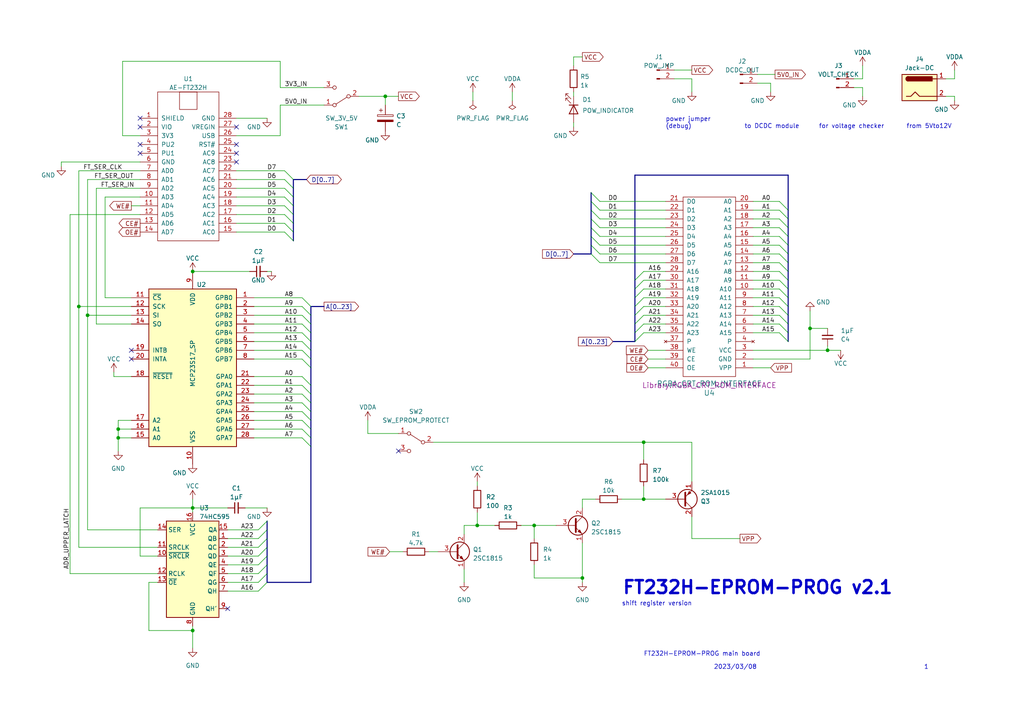
<source format=kicad_sch>
(kicad_sch (version 20230121) (generator eeschema)

  (uuid 50bbb68f-11e3-428f-8e37-0b906e3d6e84)

  (paper "A4")

  (lib_symbols
    (symbol "74xx:74HC595" (in_bom yes) (on_board yes)
      (property "Reference" "U" (at -7.62 13.97 0)
        (effects (font (size 1.27 1.27)))
      )
      (property "Value" "74HC595" (at -7.62 -16.51 0)
        (effects (font (size 1.27 1.27)))
      )
      (property "Footprint" "" (at 0 0 0)
        (effects (font (size 1.27 1.27)) hide)
      )
      (property "Datasheet" "http://www.ti.com/lit/ds/symlink/sn74hc595.pdf" (at 0 0 0)
        (effects (font (size 1.27 1.27)) hide)
      )
      (property "ki_keywords" "HCMOS SR 3State" (at 0 0 0)
        (effects (font (size 1.27 1.27)) hide)
      )
      (property "ki_description" "8-bit serial in/out Shift Register 3-State Outputs" (at 0 0 0)
        (effects (font (size 1.27 1.27)) hide)
      )
      (property "ki_fp_filters" "DIP*W7.62mm* SOIC*3.9x9.9mm*P1.27mm* TSSOP*4.4x5mm*P0.65mm* SOIC*5.3x10.2mm*P1.27mm* SOIC*7.5x10.3mm*P1.27mm*" (at 0 0 0)
        (effects (font (size 1.27 1.27)) hide)
      )
      (symbol "74HC595_1_0"
        (pin tri_state line (at 10.16 7.62 180) (length 2.54)
          (name "QB" (effects (font (size 1.27 1.27))))
          (number "1" (effects (font (size 1.27 1.27))))
        )
        (pin input line (at -10.16 2.54 0) (length 2.54)
          (name "~{SRCLR}" (effects (font (size 1.27 1.27))))
          (number "10" (effects (font (size 1.27 1.27))))
        )
        (pin input line (at -10.16 5.08 0) (length 2.54)
          (name "SRCLK" (effects (font (size 1.27 1.27))))
          (number "11" (effects (font (size 1.27 1.27))))
        )
        (pin input line (at -10.16 -2.54 0) (length 2.54)
          (name "RCLK" (effects (font (size 1.27 1.27))))
          (number "12" (effects (font (size 1.27 1.27))))
        )
        (pin input line (at -10.16 -5.08 0) (length 2.54)
          (name "~{OE}" (effects (font (size 1.27 1.27))))
          (number "13" (effects (font (size 1.27 1.27))))
        )
        (pin input line (at -10.16 10.16 0) (length 2.54)
          (name "SER" (effects (font (size 1.27 1.27))))
          (number "14" (effects (font (size 1.27 1.27))))
        )
        (pin tri_state line (at 10.16 10.16 180) (length 2.54)
          (name "QA" (effects (font (size 1.27 1.27))))
          (number "15" (effects (font (size 1.27 1.27))))
        )
        (pin power_in line (at 0 15.24 270) (length 2.54)
          (name "VCC" (effects (font (size 1.27 1.27))))
          (number "16" (effects (font (size 1.27 1.27))))
        )
        (pin tri_state line (at 10.16 5.08 180) (length 2.54)
          (name "QC" (effects (font (size 1.27 1.27))))
          (number "2" (effects (font (size 1.27 1.27))))
        )
        (pin tri_state line (at 10.16 2.54 180) (length 2.54)
          (name "QD" (effects (font (size 1.27 1.27))))
          (number "3" (effects (font (size 1.27 1.27))))
        )
        (pin tri_state line (at 10.16 0 180) (length 2.54)
          (name "QE" (effects (font (size 1.27 1.27))))
          (number "4" (effects (font (size 1.27 1.27))))
        )
        (pin tri_state line (at 10.16 -2.54 180) (length 2.54)
          (name "QF" (effects (font (size 1.27 1.27))))
          (number "5" (effects (font (size 1.27 1.27))))
        )
        (pin tri_state line (at 10.16 -5.08 180) (length 2.54)
          (name "QG" (effects (font (size 1.27 1.27))))
          (number "6" (effects (font (size 1.27 1.27))))
        )
        (pin tri_state line (at 10.16 -7.62 180) (length 2.54)
          (name "QH" (effects (font (size 1.27 1.27))))
          (number "7" (effects (font (size 1.27 1.27))))
        )
        (pin power_in line (at 0 -17.78 90) (length 2.54)
          (name "GND" (effects (font (size 1.27 1.27))))
          (number "8" (effects (font (size 1.27 1.27))))
        )
        (pin output line (at 10.16 -12.7 180) (length 2.54)
          (name "QH'" (effects (font (size 1.27 1.27))))
          (number "9" (effects (font (size 1.27 1.27))))
        )
      )
      (symbol "74HC595_1_1"
        (rectangle (start -7.62 12.7) (end 7.62 -15.24)
          (stroke (width 0.254) (type default))
          (fill (type background))
        )
      )
    )
    (symbol "Connector:Conn_01x02_Pin" (pin_names (offset 1.016) hide) (in_bom yes) (on_board yes)
      (property "Reference" "J" (at 0 2.54 0)
        (effects (font (size 1.27 1.27)))
      )
      (property "Value" "Conn_01x02_Pin" (at 0 -5.08 0)
        (effects (font (size 1.27 1.27)))
      )
      (property "Footprint" "" (at 0 0 0)
        (effects (font (size 1.27 1.27)) hide)
      )
      (property "Datasheet" "~" (at 0 0 0)
        (effects (font (size 1.27 1.27)) hide)
      )
      (property "ki_locked" "" (at 0 0 0)
        (effects (font (size 1.27 1.27)))
      )
      (property "ki_keywords" "connector" (at 0 0 0)
        (effects (font (size 1.27 1.27)) hide)
      )
      (property "ki_description" "Generic connector, single row, 01x02, script generated" (at 0 0 0)
        (effects (font (size 1.27 1.27)) hide)
      )
      (property "ki_fp_filters" "Connector*:*_1x??_*" (at 0 0 0)
        (effects (font (size 1.27 1.27)) hide)
      )
      (symbol "Conn_01x02_Pin_1_1"
        (polyline
          (pts
            (xy 1.27 -2.54)
            (xy 0.8636 -2.54)
          )
          (stroke (width 0.1524) (type default))
          (fill (type none))
        )
        (polyline
          (pts
            (xy 1.27 0)
            (xy 0.8636 0)
          )
          (stroke (width 0.1524) (type default))
          (fill (type none))
        )
        (rectangle (start 0.8636 -2.413) (end 0 -2.667)
          (stroke (width 0.1524) (type default))
          (fill (type outline))
        )
        (rectangle (start 0.8636 0.127) (end 0 -0.127)
          (stroke (width 0.1524) (type default))
          (fill (type outline))
        )
        (pin passive line (at 5.08 0 180) (length 3.81)
          (name "Pin_1" (effects (font (size 1.27 1.27))))
          (number "1" (effects (font (size 1.27 1.27))))
        )
        (pin passive line (at 5.08 -2.54 180) (length 3.81)
          (name "Pin_2" (effects (font (size 1.27 1.27))))
          (number "2" (effects (font (size 1.27 1.27))))
        )
      )
    )
    (symbol "Connector:Jack-DC" (pin_names (offset 1.016)) (in_bom yes) (on_board yes)
      (property "Reference" "J" (at 0 5.334 0)
        (effects (font (size 1.27 1.27)))
      )
      (property "Value" "Jack-DC" (at 0 -5.08 0)
        (effects (font (size 1.27 1.27)))
      )
      (property "Footprint" "" (at 1.27 -1.016 0)
        (effects (font (size 1.27 1.27)) hide)
      )
      (property "Datasheet" "~" (at 1.27 -1.016 0)
        (effects (font (size 1.27 1.27)) hide)
      )
      (property "ki_keywords" "DC power barrel jack connector" (at 0 0 0)
        (effects (font (size 1.27 1.27)) hide)
      )
      (property "ki_description" "DC Barrel Jack" (at 0 0 0)
        (effects (font (size 1.27 1.27)) hide)
      )
      (property "ki_fp_filters" "BarrelJack*" (at 0 0 0)
        (effects (font (size 1.27 1.27)) hide)
      )
      (symbol "Jack-DC_0_1"
        (rectangle (start -5.08 3.81) (end 5.08 -3.81)
          (stroke (width 0.254) (type default))
          (fill (type background))
        )
        (arc (start -3.302 3.175) (mid -3.9343 2.54) (end -3.302 1.905)
          (stroke (width 0.254) (type default))
          (fill (type none))
        )
        (arc (start -3.302 3.175) (mid -3.9343 2.54) (end -3.302 1.905)
          (stroke (width 0.254) (type default))
          (fill (type outline))
        )
        (polyline
          (pts
            (xy 5.08 2.54)
            (xy 3.81 2.54)
          )
          (stroke (width 0.254) (type default))
          (fill (type none))
        )
        (polyline
          (pts
            (xy -3.81 -2.54)
            (xy -2.54 -2.54)
            (xy -1.27 -1.27)
            (xy 0 -2.54)
            (xy 2.54 -2.54)
            (xy 5.08 -2.54)
          )
          (stroke (width 0.254) (type default))
          (fill (type none))
        )
        (rectangle (start 3.683 3.175) (end -3.302 1.905)
          (stroke (width 0.254) (type default))
          (fill (type outline))
        )
      )
      (symbol "Jack-DC_1_1"
        (pin passive line (at 7.62 2.54 180) (length 2.54)
          (name "~" (effects (font (size 1.27 1.27))))
          (number "1" (effects (font (size 1.27 1.27))))
        )
        (pin passive line (at 7.62 -2.54 180) (length 2.54)
          (name "~" (effects (font (size 1.27 1.27))))
          (number "2" (effects (font (size 1.27 1.27))))
        )
      )
    )
    (symbol "Device:C_Polarized" (pin_numbers hide) (pin_names (offset 0.254)) (in_bom yes) (on_board yes)
      (property "Reference" "C" (at 0.635 2.54 0)
        (effects (font (size 1.27 1.27)) (justify left))
      )
      (property "Value" "C_Polarized" (at 0.635 -2.54 0)
        (effects (font (size 1.27 1.27)) (justify left))
      )
      (property "Footprint" "" (at 0.9652 -3.81 0)
        (effects (font (size 1.27 1.27)) hide)
      )
      (property "Datasheet" "~" (at 0 0 0)
        (effects (font (size 1.27 1.27)) hide)
      )
      (property "ki_keywords" "cap capacitor" (at 0 0 0)
        (effects (font (size 1.27 1.27)) hide)
      )
      (property "ki_description" "Polarized capacitor" (at 0 0 0)
        (effects (font (size 1.27 1.27)) hide)
      )
      (property "ki_fp_filters" "CP_*" (at 0 0 0)
        (effects (font (size 1.27 1.27)) hide)
      )
      (symbol "C_Polarized_0_1"
        (rectangle (start -2.286 0.508) (end 2.286 1.016)
          (stroke (width 0) (type default))
          (fill (type none))
        )
        (polyline
          (pts
            (xy -1.778 2.286)
            (xy -0.762 2.286)
          )
          (stroke (width 0) (type default))
          (fill (type none))
        )
        (polyline
          (pts
            (xy -1.27 2.794)
            (xy -1.27 1.778)
          )
          (stroke (width 0) (type default))
          (fill (type none))
        )
        (rectangle (start 2.286 -0.508) (end -2.286 -1.016)
          (stroke (width 0) (type default))
          (fill (type outline))
        )
      )
      (symbol "C_Polarized_1_1"
        (pin passive line (at 0 3.81 270) (length 2.794)
          (name "~" (effects (font (size 1.27 1.27))))
          (number "1" (effects (font (size 1.27 1.27))))
        )
        (pin passive line (at 0 -3.81 90) (length 2.794)
          (name "~" (effects (font (size 1.27 1.27))))
          (number "2" (effects (font (size 1.27 1.27))))
        )
      )
    )
    (symbol "Device:C_Small" (pin_numbers hide) (pin_names (offset 0.254) hide) (in_bom yes) (on_board yes)
      (property "Reference" "C" (at 0.254 1.778 0)
        (effects (font (size 1.27 1.27)) (justify left))
      )
      (property "Value" "C_Small" (at 0.254 -2.032 0)
        (effects (font (size 1.27 1.27)) (justify left))
      )
      (property "Footprint" "" (at 0 0 0)
        (effects (font (size 1.27 1.27)) hide)
      )
      (property "Datasheet" "~" (at 0 0 0)
        (effects (font (size 1.27 1.27)) hide)
      )
      (property "ki_keywords" "capacitor cap" (at 0 0 0)
        (effects (font (size 1.27 1.27)) hide)
      )
      (property "ki_description" "Unpolarized capacitor, small symbol" (at 0 0 0)
        (effects (font (size 1.27 1.27)) hide)
      )
      (property "ki_fp_filters" "C_*" (at 0 0 0)
        (effects (font (size 1.27 1.27)) hide)
      )
      (symbol "C_Small_0_1"
        (polyline
          (pts
            (xy -1.524 -0.508)
            (xy 1.524 -0.508)
          )
          (stroke (width 0.3302) (type default))
          (fill (type none))
        )
        (polyline
          (pts
            (xy -1.524 0.508)
            (xy 1.524 0.508)
          )
          (stroke (width 0.3048) (type default))
          (fill (type none))
        )
      )
      (symbol "C_Small_1_1"
        (pin passive line (at 0 2.54 270) (length 2.032)
          (name "~" (effects (font (size 1.27 1.27))))
          (number "1" (effects (font (size 1.27 1.27))))
        )
        (pin passive line (at 0 -2.54 90) (length 2.032)
          (name "~" (effects (font (size 1.27 1.27))))
          (number "2" (effects (font (size 1.27 1.27))))
        )
      )
    )
    (symbol "Device:LED" (pin_numbers hide) (pin_names (offset 1.016) hide) (in_bom yes) (on_board yes)
      (property "Reference" "D" (at 0 2.54 0)
        (effects (font (size 1.27 1.27)))
      )
      (property "Value" "LED" (at 0 -2.54 0)
        (effects (font (size 1.27 1.27)))
      )
      (property "Footprint" "" (at 0 0 0)
        (effects (font (size 1.27 1.27)) hide)
      )
      (property "Datasheet" "~" (at 0 0 0)
        (effects (font (size 1.27 1.27)) hide)
      )
      (property "ki_keywords" "LED diode" (at 0 0 0)
        (effects (font (size 1.27 1.27)) hide)
      )
      (property "ki_description" "Light emitting diode" (at 0 0 0)
        (effects (font (size 1.27 1.27)) hide)
      )
      (property "ki_fp_filters" "LED* LED_SMD:* LED_THT:*" (at 0 0 0)
        (effects (font (size 1.27 1.27)) hide)
      )
      (symbol "LED_0_1"
        (polyline
          (pts
            (xy -1.27 -1.27)
            (xy -1.27 1.27)
          )
          (stroke (width 0.254) (type default))
          (fill (type none))
        )
        (polyline
          (pts
            (xy -1.27 0)
            (xy 1.27 0)
          )
          (stroke (width 0) (type default))
          (fill (type none))
        )
        (polyline
          (pts
            (xy 1.27 -1.27)
            (xy 1.27 1.27)
            (xy -1.27 0)
            (xy 1.27 -1.27)
          )
          (stroke (width 0.254) (type default))
          (fill (type none))
        )
        (polyline
          (pts
            (xy -3.048 -0.762)
            (xy -4.572 -2.286)
            (xy -3.81 -2.286)
            (xy -4.572 -2.286)
            (xy -4.572 -1.524)
          )
          (stroke (width 0) (type default))
          (fill (type none))
        )
        (polyline
          (pts
            (xy -1.778 -0.762)
            (xy -3.302 -2.286)
            (xy -2.54 -2.286)
            (xy -3.302 -2.286)
            (xy -3.302 -1.524)
          )
          (stroke (width 0) (type default))
          (fill (type none))
        )
      )
      (symbol "LED_1_1"
        (pin passive line (at -3.81 0 0) (length 2.54)
          (name "K" (effects (font (size 1.27 1.27))))
          (number "1" (effects (font (size 1.27 1.27))))
        )
        (pin passive line (at 3.81 0 180) (length 2.54)
          (name "A" (effects (font (size 1.27 1.27))))
          (number "2" (effects (font (size 1.27 1.27))))
        )
      )
    )
    (symbol "Device:R" (pin_numbers hide) (pin_names (offset 0)) (in_bom yes) (on_board yes)
      (property "Reference" "R" (at 2.032 0 90)
        (effects (font (size 1.27 1.27)))
      )
      (property "Value" "R" (at 0 0 90)
        (effects (font (size 1.27 1.27)))
      )
      (property "Footprint" "" (at -1.778 0 90)
        (effects (font (size 1.27 1.27)) hide)
      )
      (property "Datasheet" "~" (at 0 0 0)
        (effects (font (size 1.27 1.27)) hide)
      )
      (property "ki_keywords" "R res resistor" (at 0 0 0)
        (effects (font (size 1.27 1.27)) hide)
      )
      (property "ki_description" "Resistor" (at 0 0 0)
        (effects (font (size 1.27 1.27)) hide)
      )
      (property "ki_fp_filters" "R_*" (at 0 0 0)
        (effects (font (size 1.27 1.27)) hide)
      )
      (symbol "R_0_1"
        (rectangle (start -1.016 -2.54) (end 1.016 2.54)
          (stroke (width 0.254) (type default))
          (fill (type none))
        )
      )
      (symbol "R_1_1"
        (pin passive line (at 0 3.81 270) (length 1.27)
          (name "~" (effects (font (size 1.27 1.27))))
          (number "1" (effects (font (size 1.27 1.27))))
        )
        (pin passive line (at 0 -3.81 90) (length 1.27)
          (name "~" (effects (font (size 1.27 1.27))))
          (number "2" (effects (font (size 1.27 1.27))))
        )
      )
    )
    (symbol "EPROM_patrts:AE-FT232H-RGBACRT_ROMIF" (pin_names (offset 1.016)) (in_bom yes) (on_board yes)
      (property "Reference" "U1" (at 0 27.94 0)
        (effects (font (size 1.27 1.27)))
      )
      (property "Value" "AE-FT232H" (at 0 25.4 0)
        (effects (font (size 1.27 1.27)))
      )
      (property "Footprint" "Package_DIP:DIP-28_W15.24mm" (at 3.81 25.4 0)
        (effects (font (size 1.27 1.27)) hide)
      )
      (property "Datasheet" "" (at 3.81 25.4 0)
        (effects (font (size 1.27 1.27)) hide)
      )
      (symbol "AE-FT232H-RGBACRT_ROMIF_0_1"
        (rectangle (start -2.54 24.13) (end 2.54 19.05)
          (stroke (width 0) (type solid))
          (fill (type none))
        )
        (rectangle (start 8.89 24.13) (end -8.89 -19.05)
          (stroke (width 0) (type solid))
          (fill (type none))
        )
      )
      (symbol "AE-FT232H-RGBACRT_ROMIF_1_1"
        (pin power_out line (at -13.97 16.51 0) (length 5.08)
          (name "SHIELD" (effects (font (size 1.27 1.27))))
          (number "1" (effects (font (size 1.27 1.27))))
        )
        (pin bidirectional line (at -13.97 -6.35 0) (length 5.08)
          (name "AD3" (effects (font (size 1.27 1.27))))
          (number "10" (effects (font (size 1.27 1.27))))
        )
        (pin bidirectional line (at -13.97 -8.89 0) (length 5.08)
          (name "AD4" (effects (font (size 1.27 1.27))))
          (number "11" (effects (font (size 1.27 1.27))))
        )
        (pin bidirectional line (at -13.97 -11.43 0) (length 5.08)
          (name "AD5" (effects (font (size 1.27 1.27))))
          (number "12" (effects (font (size 1.27 1.27))))
        )
        (pin bidirectional line (at -13.97 -13.97 0) (length 5.08)
          (name "AD6" (effects (font (size 1.27 1.27))))
          (number "13" (effects (font (size 1.27 1.27))))
        )
        (pin bidirectional line (at -13.97 -16.51 0) (length 5.08)
          (name "AD7" (effects (font (size 1.27 1.27))))
          (number "14" (effects (font (size 1.27 1.27))))
        )
        (pin bidirectional line (at 13.97 -16.51 180) (length 5.08)
          (name "AC0" (effects (font (size 1.27 1.27))))
          (number "15" (effects (font (size 1.27 1.27))))
        )
        (pin bidirectional line (at 13.97 -13.97 180) (length 5.08)
          (name "AC1" (effects (font (size 1.27 1.27))))
          (number "16" (effects (font (size 1.27 1.27))))
        )
        (pin bidirectional line (at 13.97 -11.43 180) (length 5.08)
          (name "AC2" (effects (font (size 1.27 1.27))))
          (number "17" (effects (font (size 1.27 1.27))))
        )
        (pin bidirectional line (at 13.97 -8.89 180) (length 5.08)
          (name "AC3" (effects (font (size 1.27 1.27))))
          (number "18" (effects (font (size 1.27 1.27))))
        )
        (pin bidirectional line (at 13.97 -6.35 180) (length 5.08)
          (name "AC4" (effects (font (size 1.27 1.27))))
          (number "19" (effects (font (size 1.27 1.27))))
        )
        (pin power_in line (at -13.97 13.97 0) (length 5.08)
          (name "VIO" (effects (font (size 1.27 1.27))))
          (number "2" (effects (font (size 1.27 1.27))))
        )
        (pin bidirectional line (at 13.97 -3.81 180) (length 5.08)
          (name "AC5" (effects (font (size 1.27 1.27))))
          (number "20" (effects (font (size 1.27 1.27))))
        )
        (pin bidirectional line (at 13.97 -1.27 180) (length 5.08)
          (name "AC6" (effects (font (size 1.27 1.27))))
          (number "21" (effects (font (size 1.27 1.27))))
        )
        (pin bidirectional line (at 13.97 1.27 180) (length 5.08)
          (name "AC7" (effects (font (size 1.27 1.27))))
          (number "22" (effects (font (size 1.27 1.27))))
        )
        (pin bidirectional line (at 13.97 3.81 180) (length 5.08)
          (name "AC8" (effects (font (size 1.27 1.27))))
          (number "23" (effects (font (size 1.27 1.27))))
        )
        (pin bidirectional line (at 13.97 6.35 180) (length 5.08)
          (name "AC9" (effects (font (size 1.27 1.27))))
          (number "24" (effects (font (size 1.27 1.27))))
        )
        (pin input line (at 13.97 8.89 180) (length 5.08)
          (name "RST#" (effects (font (size 1.27 1.27))))
          (number "25" (effects (font (size 1.27 1.27))))
        )
        (pin power_out line (at 13.97 11.43 180) (length 5.08)
          (name "USB" (effects (font (size 1.27 1.27))))
          (number "26" (effects (font (size 1.27 1.27))))
        )
        (pin power_in line (at 13.97 13.97 180) (length 5.08)
          (name "VREGIN" (effects (font (size 1.27 1.27))))
          (number "27" (effects (font (size 1.27 1.27))))
        )
        (pin power_out line (at 13.97 16.51 180) (length 5.08)
          (name "GND" (effects (font (size 1.27 1.27))))
          (number "28" (effects (font (size 1.27 1.27))))
        )
        (pin power_out line (at -13.97 11.43 0) (length 5.08)
          (name "3V3" (effects (font (size 1.27 1.27))))
          (number "3" (effects (font (size 1.27 1.27))))
        )
        (pin input line (at -13.97 8.89 0) (length 5.08)
          (name "PU2" (effects (font (size 1.27 1.27))))
          (number "4" (effects (font (size 1.27 1.27))))
        )
        (pin input line (at -13.97 6.35 0) (length 5.08)
          (name "PU1" (effects (font (size 1.27 1.27))))
          (number "5" (effects (font (size 1.27 1.27))))
        )
        (pin passive line (at -13.97 3.81 0) (length 5.08)
          (name "GND" (effects (font (size 1.27 1.27))))
          (number "6" (effects (font (size 1.27 1.27))))
        )
        (pin bidirectional line (at -13.97 1.27 0) (length 5.08)
          (name "AD0" (effects (font (size 1.27 1.27))))
          (number "7" (effects (font (size 1.27 1.27))))
        )
        (pin bidirectional line (at -13.97 -1.27 0) (length 5.08)
          (name "AD1" (effects (font (size 1.27 1.27))))
          (number "8" (effects (font (size 1.27 1.27))))
        )
        (pin bidirectional line (at -13.97 -3.81 0) (length 5.08)
          (name "AD2" (effects (font (size 1.27 1.27))))
          (number "9" (effects (font (size 1.27 1.27))))
        )
      )
    )
    (symbol "EPROM_patrts:RGBACRT_ROMIF_v3" (pin_names (offset 1.016)) (in_bom yes) (on_board yes)
      (property "Reference" "U" (at 0 29.21 0)
        (effects (font (size 1.524 1.524)))
      )
      (property "Value" "RGBACRT_ROMIF_v3" (at 0 0 90)
        (effects (font (size 1.524 1.524)))
      )
      (property "Footprint" "" (at 0 29.21 0)
        (effects (font (size 1.524 1.524)))
      )
      (property "Datasheet" "" (at 0 29.21 0)
        (effects (font (size 1.524 1.524)))
      )
      (symbol "RGBACRT_ROMIF_v3_0_1"
        (rectangle (start -7.62 26.67) (end 7.62 -25.4)
          (stroke (width 0) (type solid))
          (fill (type none))
        )
      )
      (symbol "RGBACRT_ROMIF_v3_1_1"
        (pin passive line (at -12.7 24.13 0) (length 5.08)
          (name "VPP" (effects (font (size 1.27 1.27))))
          (number "1" (effects (font (size 1.27 1.27))))
        )
        (pin passive line (at -12.7 1.27 0) (length 5.08)
          (name "A10" (effects (font (size 1.27 1.27))))
          (number "10" (effects (font (size 1.27 1.27))))
        )
        (pin passive line (at -12.7 -1.27 0) (length 5.08)
          (name "A9" (effects (font (size 1.27 1.27))))
          (number "11" (effects (font (size 1.27 1.27))))
        )
        (pin passive line (at -12.7 -3.81 0) (length 5.08)
          (name "A8" (effects (font (size 1.27 1.27))))
          (number "12" (effects (font (size 1.27 1.27))))
        )
        (pin passive line (at -12.7 -6.35 0) (length 5.08)
          (name "A7" (effects (font (size 1.27 1.27))))
          (number "13" (effects (font (size 1.27 1.27))))
        )
        (pin passive line (at -12.7 -8.89 0) (length 5.08)
          (name "A6" (effects (font (size 1.27 1.27))))
          (number "14" (effects (font (size 1.27 1.27))))
        )
        (pin passive line (at -12.7 -11.43 0) (length 5.08)
          (name "A5" (effects (font (size 1.27 1.27))))
          (number "15" (effects (font (size 1.27 1.27))))
        )
        (pin passive line (at -12.7 -13.97 0) (length 5.08)
          (name "A4" (effects (font (size 1.27 1.27))))
          (number "16" (effects (font (size 1.27 1.27))))
        )
        (pin passive line (at -12.7 -16.51 0) (length 5.08)
          (name "A3" (effects (font (size 1.27 1.27))))
          (number "17" (effects (font (size 1.27 1.27))))
        )
        (pin passive line (at -12.7 -19.05 0) (length 5.08)
          (name "A2" (effects (font (size 1.27 1.27))))
          (number "18" (effects (font (size 1.27 1.27))))
        )
        (pin passive line (at -12.7 -21.59 0) (length 5.08)
          (name "A1" (effects (font (size 1.27 1.27))))
          (number "19" (effects (font (size 1.27 1.27))))
        )
        (pin passive line (at -12.7 21.59 0) (length 5.08)
          (name "GND" (effects (font (size 1.27 1.27))))
          (number "2" (effects (font (size 1.27 1.27))))
        )
        (pin passive line (at -12.7 -24.13 0) (length 5.08)
          (name "A0" (effects (font (size 1.27 1.27))))
          (number "20" (effects (font (size 1.27 1.27))))
        )
        (pin bidirectional line (at 12.7 -24.13 180) (length 5.08)
          (name "D0" (effects (font (size 1.27 1.27))))
          (number "21" (effects (font (size 1.27 1.27))))
        )
        (pin bidirectional line (at 12.7 -21.59 180) (length 5.08)
          (name "D1" (effects (font (size 1.27 1.27))))
          (number "22" (effects (font (size 1.27 1.27))))
        )
        (pin bidirectional line (at 12.7 -19.05 180) (length 5.08)
          (name "D2" (effects (font (size 1.27 1.27))))
          (number "23" (effects (font (size 1.27 1.27))))
        )
        (pin bidirectional line (at 12.7 -16.51 180) (length 5.08)
          (name "D3" (effects (font (size 1.27 1.27))))
          (number "24" (effects (font (size 1.27 1.27))))
        )
        (pin bidirectional line (at 12.7 -13.97 180) (length 5.08)
          (name "D4" (effects (font (size 1.27 1.27))))
          (number "25" (effects (font (size 1.27 1.27))))
        )
        (pin bidirectional line (at 12.7 -11.43 180) (length 5.08)
          (name "D5" (effects (font (size 1.27 1.27))))
          (number "26" (effects (font (size 1.27 1.27))))
        )
        (pin bidirectional line (at 12.7 -8.89 180) (length 5.08)
          (name "D6" (effects (font (size 1.27 1.27))))
          (number "27" (effects (font (size 1.27 1.27))))
        )
        (pin bidirectional line (at 12.7 -6.35 180) (length 5.08)
          (name "D7" (effects (font (size 1.27 1.27))))
          (number "28" (effects (font (size 1.27 1.27))))
        )
        (pin passive line (at 12.7 -3.81 180) (length 5.08)
          (name "A16" (effects (font (size 1.27 1.27))))
          (number "29" (effects (font (size 1.27 1.27))))
        )
        (pin passive line (at -12.7 19.05 0) (length 5.08)
          (name "VCC" (effects (font (size 1.27 1.27))))
          (number "3" (effects (font (size 1.27 1.27))))
        )
        (pin passive line (at 12.7 -1.27 180) (length 5.08)
          (name "A17" (effects (font (size 1.27 1.27))))
          (number "30" (effects (font (size 1.27 1.27))))
        )
        (pin passive line (at 12.7 1.27 180) (length 5.08)
          (name "A18" (effects (font (size 1.27 1.27))))
          (number "31" (effects (font (size 1.27 1.27))))
        )
        (pin passive line (at 12.7 3.81 180) (length 5.08)
          (name "A19" (effects (font (size 1.27 1.27))))
          (number "32" (effects (font (size 1.27 1.27))))
        )
        (pin passive line (at 12.7 6.35 180) (length 5.08)
          (name "A20" (effects (font (size 1.27 1.27))))
          (number "33" (effects (font (size 1.27 1.27))))
        )
        (pin passive line (at 12.7 8.89 180) (length 5.08)
          (name "A21" (effects (font (size 1.27 1.27))))
          (number "34" (effects (font (size 1.27 1.27))))
        )
        (pin passive line (at 12.7 11.43 180) (length 5.08)
          (name "A22" (effects (font (size 1.27 1.27))))
          (number "35" (effects (font (size 1.27 1.27))))
        )
        (pin passive line (at 12.7 13.97 180) (length 5.08)
          (name "A23" (effects (font (size 1.27 1.27))))
          (number "36" (effects (font (size 1.27 1.27))))
        )
        (pin no_connect line (at 12.7 16.51 180) (length 5.08)
          (name "P" (effects (font (size 1.27 1.27))))
          (number "37" (effects (font (size 1.27 1.27))))
        )
        (pin output line (at 12.7 19.05 180) (length 5.08)
          (name "WE" (effects (font (size 1.27 1.27))))
          (number "38" (effects (font (size 1.27 1.27))))
        )
        (pin output line (at 12.7 21.59 180) (length 5.08)
          (name "CE" (effects (font (size 1.27 1.27))))
          (number "39" (effects (font (size 1.27 1.27))))
        )
        (pin no_connect line (at -12.7 16.51 0) (length 5.08)
          (name "P" (effects (font (size 1.27 1.27))))
          (number "4" (effects (font (size 1.27 1.27))))
        )
        (pin output line (at 12.7 24.13 180) (length 5.08)
          (name "OE" (effects (font (size 1.27 1.27))))
          (number "40" (effects (font (size 1.27 1.27))))
        )
        (pin passive line (at -12.7 13.97 0) (length 5.08)
          (name "A15" (effects (font (size 1.27 1.27))))
          (number "5" (effects (font (size 1.27 1.27))))
        )
        (pin passive line (at -12.7 11.43 0) (length 5.08)
          (name "A14" (effects (font (size 1.27 1.27))))
          (number "6" (effects (font (size 1.27 1.27))))
        )
        (pin passive line (at -12.7 8.89 0) (length 5.08)
          (name "A13" (effects (font (size 1.27 1.27))))
          (number "7" (effects (font (size 1.27 1.27))))
        )
        (pin passive line (at -12.7 6.35 0) (length 5.08)
          (name "A12" (effects (font (size 1.27 1.27))))
          (number "8" (effects (font (size 1.27 1.27))))
        )
        (pin passive line (at -12.7 3.81 0) (length 5.08)
          (name "A11" (effects (font (size 1.27 1.27))))
          (number "9" (effects (font (size 1.27 1.27))))
        )
      )
    )
    (symbol "Interface_Expansion:MCP23S17_SP" (pin_names (offset 1.016)) (in_bom yes) (on_board yes)
      (property "Reference" "U" (at -11.43 24.13 0)
        (effects (font (size 1.27 1.27)))
      )
      (property "Value" "MCP23S17_SP" (at 0 0 0)
        (effects (font (size 1.27 1.27)))
      )
      (property "Footprint" "Package_DIP:DIP-28_W7.62mm" (at 5.08 -25.4 0)
        (effects (font (size 1.27 1.27)) (justify left) hide)
      )
      (property "Datasheet" "http://ww1.microchip.com/downloads/en/DeviceDoc/20001952C.pdf" (at 5.08 -27.94 0)
        (effects (font (size 1.27 1.27)) (justify left) hide)
      )
      (property "ki_keywords" "microchip i2c parallel port expander" (at 0 0 0)
        (effects (font (size 1.27 1.27)) hide)
      )
      (property "ki_description" "16-bit I/O expander, SPI, interrupts, w pull-ups, SPDIP-28" (at 0 0 0)
        (effects (font (size 1.27 1.27)) hide)
      )
      (property "ki_fp_filters" "DIP*W7.62mm*" (at 0 0 0)
        (effects (font (size 1.27 1.27)) hide)
      )
      (symbol "MCP23S17_SP_0_1"
        (rectangle (start -12.7 22.86) (end 12.7 -22.86)
          (stroke (width 0.254) (type default))
          (fill (type background))
        )
      )
      (symbol "MCP23S17_SP_1_1"
        (pin bidirectional line (at 17.78 20.32 180) (length 5.08)
          (name "GPB0" (effects (font (size 1.27 1.27))))
          (number "1" (effects (font (size 1.27 1.27))))
        )
        (pin power_in line (at 0 -27.94 90) (length 5.08)
          (name "VSS" (effects (font (size 1.27 1.27))))
          (number "10" (effects (font (size 1.27 1.27))))
        )
        (pin input line (at -17.78 20.32 0) (length 5.08)
          (name "~{CS}" (effects (font (size 1.27 1.27))))
          (number "11" (effects (font (size 1.27 1.27))))
        )
        (pin input line (at -17.78 17.78 0) (length 5.08)
          (name "SCK" (effects (font (size 1.27 1.27))))
          (number "12" (effects (font (size 1.27 1.27))))
        )
        (pin input line (at -17.78 15.24 0) (length 5.08)
          (name "SI" (effects (font (size 1.27 1.27))))
          (number "13" (effects (font (size 1.27 1.27))))
        )
        (pin output line (at -17.78 12.7 0) (length 5.08)
          (name "SO" (effects (font (size 1.27 1.27))))
          (number "14" (effects (font (size 1.27 1.27))))
        )
        (pin input line (at -17.78 -20.32 0) (length 5.08)
          (name "A0" (effects (font (size 1.27 1.27))))
          (number "15" (effects (font (size 1.27 1.27))))
        )
        (pin input line (at -17.78 -17.78 0) (length 5.08)
          (name "A1" (effects (font (size 1.27 1.27))))
          (number "16" (effects (font (size 1.27 1.27))))
        )
        (pin input line (at -17.78 -15.24 0) (length 5.08)
          (name "A2" (effects (font (size 1.27 1.27))))
          (number "17" (effects (font (size 1.27 1.27))))
        )
        (pin input line (at -17.78 -2.54 0) (length 5.08)
          (name "~{RESET}" (effects (font (size 1.27 1.27))))
          (number "18" (effects (font (size 1.27 1.27))))
        )
        (pin tri_state line (at -17.78 5.08 0) (length 5.08)
          (name "INTB" (effects (font (size 1.27 1.27))))
          (number "19" (effects (font (size 1.27 1.27))))
        )
        (pin bidirectional line (at 17.78 17.78 180) (length 5.08)
          (name "GPB1" (effects (font (size 1.27 1.27))))
          (number "2" (effects (font (size 1.27 1.27))))
        )
        (pin tri_state line (at -17.78 2.54 0) (length 5.08)
          (name "INTA" (effects (font (size 1.27 1.27))))
          (number "20" (effects (font (size 1.27 1.27))))
        )
        (pin bidirectional line (at 17.78 -2.54 180) (length 5.08)
          (name "GPA0" (effects (font (size 1.27 1.27))))
          (number "21" (effects (font (size 1.27 1.27))))
        )
        (pin bidirectional line (at 17.78 -5.08 180) (length 5.08)
          (name "GPA1" (effects (font (size 1.27 1.27))))
          (number "22" (effects (font (size 1.27 1.27))))
        )
        (pin bidirectional line (at 17.78 -7.62 180) (length 5.08)
          (name "GPA2" (effects (font (size 1.27 1.27))))
          (number "23" (effects (font (size 1.27 1.27))))
        )
        (pin bidirectional line (at 17.78 -10.16 180) (length 5.08)
          (name "GPA3" (effects (font (size 1.27 1.27))))
          (number "24" (effects (font (size 1.27 1.27))))
        )
        (pin bidirectional line (at 17.78 -12.7 180) (length 5.08)
          (name "GPA4" (effects (font (size 1.27 1.27))))
          (number "25" (effects (font (size 1.27 1.27))))
        )
        (pin bidirectional line (at 17.78 -15.24 180) (length 5.08)
          (name "GPA5" (effects (font (size 1.27 1.27))))
          (number "26" (effects (font (size 1.27 1.27))))
        )
        (pin bidirectional line (at 17.78 -17.78 180) (length 5.08)
          (name "GPA6" (effects (font (size 1.27 1.27))))
          (number "27" (effects (font (size 1.27 1.27))))
        )
        (pin bidirectional line (at 17.78 -20.32 180) (length 5.08)
          (name "GPA7" (effects (font (size 1.27 1.27))))
          (number "28" (effects (font (size 1.27 1.27))))
        )
        (pin bidirectional line (at 17.78 15.24 180) (length 5.08)
          (name "GPB2" (effects (font (size 1.27 1.27))))
          (number "3" (effects (font (size 1.27 1.27))))
        )
        (pin bidirectional line (at 17.78 12.7 180) (length 5.08)
          (name "GPB3" (effects (font (size 1.27 1.27))))
          (number "4" (effects (font (size 1.27 1.27))))
        )
        (pin bidirectional line (at 17.78 10.16 180) (length 5.08)
          (name "GPB4" (effects (font (size 1.27 1.27))))
          (number "5" (effects (font (size 1.27 1.27))))
        )
        (pin bidirectional line (at 17.78 7.62 180) (length 5.08)
          (name "GPB5" (effects (font (size 1.27 1.27))))
          (number "6" (effects (font (size 1.27 1.27))))
        )
        (pin bidirectional line (at 17.78 5.08 180) (length 5.08)
          (name "GPB6" (effects (font (size 1.27 1.27))))
          (number "7" (effects (font (size 1.27 1.27))))
        )
        (pin bidirectional line (at 17.78 2.54 180) (length 5.08)
          (name "GPB7" (effects (font (size 1.27 1.27))))
          (number "8" (effects (font (size 1.27 1.27))))
        )
        (pin power_in line (at 0 27.94 270) (length 5.08)
          (name "VDD" (effects (font (size 1.27 1.27))))
          (number "9" (effects (font (size 1.27 1.27))))
        )
      )
    )
    (symbol "Switch:SW_SPDT" (pin_names (offset 0) hide) (in_bom yes) (on_board yes)
      (property "Reference" "SW" (at 0 4.318 0)
        (effects (font (size 1.27 1.27)))
      )
      (property "Value" "SW_SPDT" (at 0 -5.08 0)
        (effects (font (size 1.27 1.27)))
      )
      (property "Footprint" "" (at 0 0 0)
        (effects (font (size 1.27 1.27)) hide)
      )
      (property "Datasheet" "~" (at 0 0 0)
        (effects (font (size 1.27 1.27)) hide)
      )
      (property "ki_keywords" "switch single-pole double-throw spdt ON-ON" (at 0 0 0)
        (effects (font (size 1.27 1.27)) hide)
      )
      (property "ki_description" "Switch, single pole double throw" (at 0 0 0)
        (effects (font (size 1.27 1.27)) hide)
      )
      (symbol "SW_SPDT_0_0"
        (circle (center -2.032 0) (radius 0.508)
          (stroke (width 0) (type default))
          (fill (type none))
        )
        (circle (center 2.032 -2.54) (radius 0.508)
          (stroke (width 0) (type default))
          (fill (type none))
        )
      )
      (symbol "SW_SPDT_0_1"
        (polyline
          (pts
            (xy -1.524 0.254)
            (xy 1.651 2.286)
          )
          (stroke (width 0) (type default))
          (fill (type none))
        )
        (circle (center 2.032 2.54) (radius 0.508)
          (stroke (width 0) (type default))
          (fill (type none))
        )
      )
      (symbol "SW_SPDT_1_1"
        (pin passive line (at 5.08 2.54 180) (length 2.54)
          (name "A" (effects (font (size 1.27 1.27))))
          (number "1" (effects (font (size 1.27 1.27))))
        )
        (pin passive line (at -5.08 0 0) (length 2.54)
          (name "B" (effects (font (size 1.27 1.27))))
          (number "2" (effects (font (size 1.27 1.27))))
        )
        (pin passive line (at 5.08 -2.54 180) (length 2.54)
          (name "C" (effects (font (size 1.27 1.27))))
          (number "3" (effects (font (size 1.27 1.27))))
        )
      )
    )
    (symbol "Transistor_BJT:2SA1015" (pin_names (offset 0) hide) (in_bom yes) (on_board yes)
      (property "Reference" "Q" (at 5.08 1.905 0)
        (effects (font (size 1.27 1.27)) (justify left))
      )
      (property "Value" "2SA1015" (at 5.08 0 0)
        (effects (font (size 1.27 1.27)) (justify left))
      )
      (property "Footprint" "Package_TO_SOT_THT:TO-92_Inline" (at 5.08 -1.905 0)
        (effects (font (size 1.27 1.27) italic) (justify left) hide)
      )
      (property "Datasheet" "http://www.datasheetcatalog.org/datasheet/toshiba/905.pdf" (at 0 0 0)
        (effects (font (size 1.27 1.27)) (justify left) hide)
      )
      (property "ki_keywords" "Low Noise Audio PNP Transistor" (at 0 0 0)
        (effects (font (size 1.27 1.27)) hide)
      )
      (property "ki_description" "-0.15A Ic, -50V Vce, Low Noise Audio PNP Transistor, TO-92" (at 0 0 0)
        (effects (font (size 1.27 1.27)) hide)
      )
      (property "ki_fp_filters" "TO?92*" (at 0 0 0)
        (effects (font (size 1.27 1.27)) hide)
      )
      (symbol "2SA1015_0_1"
        (polyline
          (pts
            (xy 0 0)
            (xy 0.635 0)
          )
          (stroke (width 0) (type default))
          (fill (type none))
        )
        (polyline
          (pts
            (xy 2.54 -2.54)
            (xy 0.635 -0.635)
          )
          (stroke (width 0) (type default))
          (fill (type none))
        )
        (polyline
          (pts
            (xy 2.54 2.54)
            (xy 0.635 0.635)
          )
          (stroke (width 0) (type default))
          (fill (type none))
        )
        (polyline
          (pts
            (xy 0.635 1.905)
            (xy 0.635 -1.905)
            (xy 0.635 -1.905)
          )
          (stroke (width 0.508) (type default))
          (fill (type outline))
        )
        (polyline
          (pts
            (xy 1.778 -2.286)
            (xy 2.286 -1.778)
            (xy 1.27 -1.27)
            (xy 1.778 -2.286)
            (xy 1.778 -2.286)
          )
          (stroke (width 0) (type default))
          (fill (type outline))
        )
        (circle (center 1.27 0) (radius 2.8194)
          (stroke (width 0.254) (type default))
          (fill (type none))
        )
      )
      (symbol "2SA1015_1_1"
        (pin passive line (at 2.54 -5.08 90) (length 2.54)
          (name "E" (effects (font (size 1.27 1.27))))
          (number "1" (effects (font (size 1.27 1.27))))
        )
        (pin passive line (at 2.54 5.08 270) (length 2.54)
          (name "C" (effects (font (size 1.27 1.27))))
          (number "2" (effects (font (size 1.27 1.27))))
        )
        (pin input line (at -5.08 0 0) (length 5.08)
          (name "B" (effects (font (size 1.27 1.27))))
          (number "3" (effects (font (size 1.27 1.27))))
        )
      )
    )
    (symbol "Transistor_BJT:2SC1815" (pin_names (offset 0) hide) (in_bom yes) (on_board yes)
      (property "Reference" "Q" (at 5.08 1.905 0)
        (effects (font (size 1.27 1.27)) (justify left))
      )
      (property "Value" "2SC1815" (at 5.08 0 0)
        (effects (font (size 1.27 1.27)) (justify left))
      )
      (property "Footprint" "Package_TO_SOT_THT:TO-92_Inline" (at 5.08 -1.905 0)
        (effects (font (size 1.27 1.27) italic) (justify left) hide)
      )
      (property "Datasheet" "https://media.digikey.com/pdf/Data%20Sheets/Toshiba%20PDFs/2SC1815.pdf" (at 0 0 0)
        (effects (font (size 1.27 1.27)) (justify left) hide)
      )
      (property "ki_keywords" "Low Noise Audio NPN Transistor" (at 0 0 0)
        (effects (font (size 1.27 1.27)) hide)
      )
      (property "ki_description" "0.15A Ic, 50V Vce, Low Noise Audio NPN Transistor, TO-92" (at 0 0 0)
        (effects (font (size 1.27 1.27)) hide)
      )
      (property "ki_fp_filters" "TO?92*" (at 0 0 0)
        (effects (font (size 1.27 1.27)) hide)
      )
      (symbol "2SC1815_0_1"
        (polyline
          (pts
            (xy 0 0)
            (xy 0.508 0)
          )
          (stroke (width 0) (type default))
          (fill (type none))
        )
        (polyline
          (pts
            (xy 0.635 0.635)
            (xy 2.54 2.54)
          )
          (stroke (width 0) (type default))
          (fill (type none))
        )
        (polyline
          (pts
            (xy 0.635 -0.635)
            (xy 2.54 -2.54)
            (xy 2.54 -2.54)
          )
          (stroke (width 0) (type default))
          (fill (type none))
        )
        (polyline
          (pts
            (xy 0.635 1.905)
            (xy 0.635 -1.905)
            (xy 0.635 -1.905)
          )
          (stroke (width 0.508) (type default))
          (fill (type none))
        )
        (polyline
          (pts
            (xy 1.27 -1.778)
            (xy 1.778 -1.27)
            (xy 2.286 -2.286)
            (xy 1.27 -1.778)
            (xy 1.27 -1.778)
          )
          (stroke (width 0) (type default))
          (fill (type outline))
        )
        (circle (center 1.27 0) (radius 2.8194)
          (stroke (width 0.254) (type default))
          (fill (type none))
        )
      )
      (symbol "2SC1815_1_1"
        (pin passive line (at 2.54 -5.08 90) (length 2.54)
          (name "E" (effects (font (size 1.27 1.27))))
          (number "1" (effects (font (size 1.27 1.27))))
        )
        (pin passive line (at 2.54 5.08 270) (length 2.54)
          (name "C" (effects (font (size 1.27 1.27))))
          (number "2" (effects (font (size 1.27 1.27))))
        )
        (pin input line (at -5.08 0 0) (length 5.08)
          (name "B" (effects (font (size 1.27 1.27))))
          (number "3" (effects (font (size 1.27 1.27))))
        )
      )
    )
    (symbol "power:GND" (power) (pin_names (offset 0)) (in_bom yes) (on_board yes)
      (property "Reference" "#PWR" (at 0 -6.35 0)
        (effects (font (size 1.27 1.27)) hide)
      )
      (property "Value" "GND" (at 0 -3.81 0)
        (effects (font (size 1.27 1.27)))
      )
      (property "Footprint" "" (at 0 0 0)
        (effects (font (size 1.27 1.27)) hide)
      )
      (property "Datasheet" "" (at 0 0 0)
        (effects (font (size 1.27 1.27)) hide)
      )
      (property "ki_keywords" "global power" (at 0 0 0)
        (effects (font (size 1.27 1.27)) hide)
      )
      (property "ki_description" "Power symbol creates a global label with name \"GND\" , ground" (at 0 0 0)
        (effects (font (size 1.27 1.27)) hide)
      )
      (symbol "GND_0_1"
        (polyline
          (pts
            (xy 0 0)
            (xy 0 -1.27)
            (xy 1.27 -1.27)
            (xy 0 -2.54)
            (xy -1.27 -1.27)
            (xy 0 -1.27)
          )
          (stroke (width 0) (type default))
          (fill (type none))
        )
      )
      (symbol "GND_1_1"
        (pin power_in line (at 0 0 270) (length 0) hide
          (name "GND" (effects (font (size 1.27 1.27))))
          (number "1" (effects (font (size 1.27 1.27))))
        )
      )
    )
    (symbol "power:PWR_FLAG" (power) (pin_numbers hide) (pin_names (offset 0) hide) (in_bom yes) (on_board yes)
      (property "Reference" "#FLG" (at 0 1.905 0)
        (effects (font (size 1.27 1.27)) hide)
      )
      (property "Value" "PWR_FLAG" (at 0 3.81 0)
        (effects (font (size 1.27 1.27)))
      )
      (property "Footprint" "" (at 0 0 0)
        (effects (font (size 1.27 1.27)) hide)
      )
      (property "Datasheet" "~" (at 0 0 0)
        (effects (font (size 1.27 1.27)) hide)
      )
      (property "ki_keywords" "flag power" (at 0 0 0)
        (effects (font (size 1.27 1.27)) hide)
      )
      (property "ki_description" "Special symbol for telling ERC where power comes from" (at 0 0 0)
        (effects (font (size 1.27 1.27)) hide)
      )
      (symbol "PWR_FLAG_0_0"
        (pin power_out line (at 0 0 90) (length 0)
          (name "pwr" (effects (font (size 1.27 1.27))))
          (number "1" (effects (font (size 1.27 1.27))))
        )
      )
      (symbol "PWR_FLAG_0_1"
        (polyline
          (pts
            (xy 0 0)
            (xy 0 1.27)
            (xy -1.016 1.905)
            (xy 0 2.54)
            (xy 1.016 1.905)
            (xy 0 1.27)
          )
          (stroke (width 0) (type default))
          (fill (type none))
        )
      )
    )
    (symbol "power:VCC" (power) (pin_names (offset 0)) (in_bom yes) (on_board yes)
      (property "Reference" "#PWR" (at 0 -3.81 0)
        (effects (font (size 1.27 1.27)) hide)
      )
      (property "Value" "VCC" (at 0 3.81 0)
        (effects (font (size 1.27 1.27)))
      )
      (property "Footprint" "" (at 0 0 0)
        (effects (font (size 1.27 1.27)) hide)
      )
      (property "Datasheet" "" (at 0 0 0)
        (effects (font (size 1.27 1.27)) hide)
      )
      (property "ki_keywords" "global power" (at 0 0 0)
        (effects (font (size 1.27 1.27)) hide)
      )
      (property "ki_description" "Power symbol creates a global label with name \"VCC\"" (at 0 0 0)
        (effects (font (size 1.27 1.27)) hide)
      )
      (symbol "VCC_0_1"
        (polyline
          (pts
            (xy -0.762 1.27)
            (xy 0 2.54)
          )
          (stroke (width 0) (type default))
          (fill (type none))
        )
        (polyline
          (pts
            (xy 0 0)
            (xy 0 2.54)
          )
          (stroke (width 0) (type default))
          (fill (type none))
        )
        (polyline
          (pts
            (xy 0 2.54)
            (xy 0.762 1.27)
          )
          (stroke (width 0) (type default))
          (fill (type none))
        )
      )
      (symbol "VCC_1_1"
        (pin power_in line (at 0 0 90) (length 0) hide
          (name "VCC" (effects (font (size 1.27 1.27))))
          (number "1" (effects (font (size 1.27 1.27))))
        )
      )
    )
    (symbol "power:VDDA" (power) (pin_names (offset 0)) (in_bom yes) (on_board yes)
      (property "Reference" "#PWR" (at 0 -3.81 0)
        (effects (font (size 1.27 1.27)) hide)
      )
      (property "Value" "VDDA" (at 0 3.81 0)
        (effects (font (size 1.27 1.27)))
      )
      (property "Footprint" "" (at 0 0 0)
        (effects (font (size 1.27 1.27)) hide)
      )
      (property "Datasheet" "" (at 0 0 0)
        (effects (font (size 1.27 1.27)) hide)
      )
      (property "ki_keywords" "global power" (at 0 0 0)
        (effects (font (size 1.27 1.27)) hide)
      )
      (property "ki_description" "Power symbol creates a global label with name \"VDDA\"" (at 0 0 0)
        (effects (font (size 1.27 1.27)) hide)
      )
      (symbol "VDDA_0_1"
        (polyline
          (pts
            (xy -0.762 1.27)
            (xy 0 2.54)
          )
          (stroke (width 0) (type default))
          (fill (type none))
        )
        (polyline
          (pts
            (xy 0 0)
            (xy 0 2.54)
          )
          (stroke (width 0) (type default))
          (fill (type none))
        )
        (polyline
          (pts
            (xy 0 2.54)
            (xy 0.762 1.27)
          )
          (stroke (width 0) (type default))
          (fill (type none))
        )
      )
      (symbol "VDDA_1_1"
        (pin power_in line (at 0 0 90) (length 0) hide
          (name "VDDA" (effects (font (size 1.27 1.27))))
          (number "1" (effects (font (size 1.27 1.27))))
        )
      )
    )
  )

  (junction (at 186.69 128.27) (diameter 0) (color 0 0 0 0)
    (uuid 0e7530c1-14fb-4fb3-8355-625ad2d2872a)
  )
  (junction (at 55.88 78.74) (diameter 0) (color 0 0 0 0)
    (uuid 1587bc5e-bcae-4917-9548-6862ec29cef7)
  )
  (junction (at 25.4 91.44) (diameter 0) (color 0 0 0 0)
    (uuid 25f0f3b3-23af-470a-81d0-9ac4c1ae1c34)
  )
  (junction (at 22.86 88.9) (diameter 0) (color 0 0 0 0)
    (uuid 29035f23-0a05-4876-acab-8510c9724548)
  )
  (junction (at 34.29 127) (diameter 0) (color 0 0 0 0)
    (uuid 34dea696-3863-4397-b702-bb4e23fccd12)
  )
  (junction (at 34.29 124.46) (diameter 0) (color 0 0 0 0)
    (uuid 4df1f0eb-d686-4de4-b6ff-4e3ee89c3179)
  )
  (junction (at 138.43 152.4) (diameter 0) (color 0 0 0 0)
    (uuid 505ad3a1-45be-4a8b-ba12-4c0c8c383adc)
  )
  (junction (at 234.95 95.25) (diameter 0) (color 0 0 0 0)
    (uuid 535a3370-f514-4d30-ba2a-c2aa66a45379)
  )
  (junction (at 55.88 182.88) (diameter 0) (color 0 0 0 0)
    (uuid 536e34a1-5a6b-4f9b-b331-a374487e8adf)
  )
  (junction (at 168.91 167.64) (diameter 0) (color 0 0 0 0)
    (uuid 5b8100f5-ae10-4736-8113-eb703553847e)
  )
  (junction (at 186.69 144.78) (diameter 0) (color 0 0 0 0)
    (uuid 8c856fbe-bef0-46c9-a434-98e02c27dfe0)
  )
  (junction (at 154.94 152.4) (diameter 0) (color 0 0 0 0)
    (uuid 9c850a4f-391e-4a86-bf06-d033619d3250)
  )
  (junction (at 111.76 27.94) (diameter 0) (color 0 0 0 0)
    (uuid ac53610f-4674-4637-9a0c-1a7d8952f113)
  )
  (junction (at 240.03 101.6) (diameter 0) (color 0 0 0 0)
    (uuid be6230c5-c82d-4591-9cc0-0e5d5cee0efd)
  )
  (junction (at 55.88 147.32) (diameter 0) (color 0 0 0 0)
    (uuid da13ff66-3e41-4ad5-9da8-ac0312bbfade)
  )

  (no_connect (at 38.1 104.14) (uuid 0675117f-b4f4-41e0-b3ba-a99f59a36367))
  (no_connect (at 115.57 130.81) (uuid 191446d1-13cd-46e6-8654-aba7dd60cf45))
  (no_connect (at 68.58 41.91) (uuid 1a5a61f0-2e5f-48fc-9caf-0ee30c12feca))
  (no_connect (at 68.58 44.45) (uuid 2ac5b61f-efc6-4ed0-ae3f-4a4c68befda4))
  (no_connect (at 40.64 41.91) (uuid 40b20892-4192-49a1-a5b4-68952512733d))
  (no_connect (at 40.64 34.29) (uuid baf4823c-fc56-4b3a-9d1a-540ccf4bfa44))
  (no_connect (at 40.64 36.83) (uuid cc157487-c8f4-4b51-8146-bc2a4bc48f99))
  (no_connect (at 66.04 176.53) (uuid cdefc121-15d9-49e7-8210-95d16e545109))
  (no_connect (at 40.64 44.45) (uuid cfe94dd4-2049-4b0e-a2d2-f741af7ca6ab))
  (no_connect (at 38.1 101.6) (uuid e1a01f09-15e2-4d47-81bd-3246be1acdf9))
  (no_connect (at 68.58 36.83) (uuid e5a0bf23-03e4-4df6-b1b8-94b4b2c7f477))
  (no_connect (at 68.58 46.99) (uuid e8a0322c-d12c-4299-b635-f640abd8b554))

  (bus_entry (at 87.63 93.98) (size 2.54 2.54)
    (stroke (width 0) (type default))
    (uuid 0176e0f7-b50a-4e94-a783-26f4e8a37d3d)
  )
  (bus_entry (at 74.93 153.67) (size 2.54 -2.54)
    (stroke (width 0) (type default))
    (uuid 02ad4e59-1027-4d70-a2ef-a93db1944e0f)
  )
  (bus_entry (at 87.63 91.44) (size 2.54 2.54)
    (stroke (width 0) (type default))
    (uuid 03063791-bf85-4e18-b572-d1742503b998)
  )
  (bus_entry (at 82.55 64.77) (size 2.54 2.54)
    (stroke (width 0) (type default))
    (uuid 0e15f824-fa12-46f5-960f-d2cdc08308b2)
  )
  (bus_entry (at 186.69 91.44) (size -2.54 2.54)
    (stroke (width 0) (type default))
    (uuid 1079d189-47d3-406d-bd95-d8bd62b6fea1)
  )
  (bus_entry (at 226.06 86.36) (size 2.54 2.54)
    (stroke (width 0) (type default))
    (uuid 11a6d8b1-fbe9-478e-a06f-8b54d336912b)
  )
  (bus_entry (at 226.06 91.44) (size 2.54 2.54)
    (stroke (width 0) (type default))
    (uuid 12cfa23b-9555-4d24-80f8-bffa0b920d07)
  )
  (bus_entry (at 226.06 88.9) (size 2.54 2.54)
    (stroke (width 0) (type default))
    (uuid 14afac6d-9815-4535-9f7e-450bdddbd68c)
  )
  (bus_entry (at 186.69 93.98) (size -2.54 2.54)
    (stroke (width 0) (type default))
    (uuid 18931100-053c-4054-bef5-03bc61432e32)
  )
  (bus_entry (at 74.93 156.21) (size 2.54 -2.54)
    (stroke (width 0) (type default))
    (uuid 1913557e-f613-4428-871e-fde42135cd7f)
  )
  (bus_entry (at 74.93 158.75) (size 2.54 -2.54)
    (stroke (width 0) (type default))
    (uuid 1c8b6571-89c9-4800-946b-310cdafb4ffd)
  )
  (bus_entry (at 186.69 81.28) (size -2.54 2.54)
    (stroke (width 0) (type default))
    (uuid 1d24960f-5885-4f2c-91ab-b0ad11c95066)
  )
  (bus_entry (at 186.69 78.74) (size -2.54 2.54)
    (stroke (width 0) (type default))
    (uuid 1e4cc0ee-5fed-4430-a925-9efe6a267956)
  )
  (bus_entry (at 226.06 81.28) (size 2.54 2.54)
    (stroke (width 0) (type default))
    (uuid 1f14b1bf-039a-46e7-b862-673d82889d9f)
  )
  (bus_entry (at 186.69 83.82) (size -2.54 2.54)
    (stroke (width 0) (type default))
    (uuid 1ffd5a0d-df98-43c5-9775-d1be27d4f55f)
  )
  (bus_entry (at 226.06 71.12) (size 2.54 2.54)
    (stroke (width 0) (type default))
    (uuid 1ffdd6e1-6d50-4cd7-9bdd-c31ec0155819)
  )
  (bus_entry (at 226.06 93.98) (size 2.54 2.54)
    (stroke (width 0) (type default))
    (uuid 2563ba93-695e-471d-bf18-5e32aa67a3ed)
  )
  (bus_entry (at 74.93 166.37) (size 2.54 -2.54)
    (stroke (width 0) (type default))
    (uuid 2d7b1050-2cb6-4aba-b9eb-014ae62e7bc7)
  )
  (bus_entry (at 226.06 76.2) (size 2.54 2.54)
    (stroke (width 0) (type default))
    (uuid 30224b87-ccd6-4d3a-89f2-b054501bd911)
  )
  (bus_entry (at 226.06 58.42) (size 2.54 2.54)
    (stroke (width 0) (type default))
    (uuid 30300263-5ac5-4135-a812-d78d0b3903ba)
  )
  (bus_entry (at 226.06 96.52) (size 2.54 2.54)
    (stroke (width 0) (type default))
    (uuid 31feff26-a313-496e-b409-b64d17eec81b)
  )
  (bus_entry (at 87.63 114.3) (size 2.54 2.54)
    (stroke (width 0) (type default))
    (uuid 382d1a88-acb0-499c-bcb2-78ac2893bf5c)
  )
  (bus_entry (at 74.93 161.29) (size 2.54 -2.54)
    (stroke (width 0) (type default))
    (uuid 4692c976-e8cf-4ca3-a549-10634b83dc7b)
  )
  (bus_entry (at 173.99 58.42) (size -2.54 -2.54)
    (stroke (width 0) (type default))
    (uuid 47b39f64-9f13-49a0-9d93-1b65c025ccdb)
  )
  (bus_entry (at 87.63 116.84) (size 2.54 2.54)
    (stroke (width 0) (type default))
    (uuid 4a5aa0c6-85e3-41ca-b15e-1cd9bcb25eb9)
  )
  (bus_entry (at 173.99 76.2) (size -2.54 -2.54)
    (stroke (width 0) (type default))
    (uuid 505acf21-68e9-4227-9031-ce9c9c2314ba)
  )
  (bus_entry (at 173.99 73.66) (size -2.54 -2.54)
    (stroke (width 0) (type default))
    (uuid 5173024e-3418-42d0-9969-4784a3fe198e)
  )
  (bus_entry (at 226.06 60.96) (size 2.54 2.54)
    (stroke (width 0) (type default))
    (uuid 56de3656-4f6d-4d2a-9e56-94b6a9072dc6)
  )
  (bus_entry (at 226.06 73.66) (size 2.54 2.54)
    (stroke (width 0) (type default))
    (uuid 56de86d0-b766-400a-8adc-d78d763fd02c)
  )
  (bus_entry (at 226.06 66.04) (size 2.54 2.54)
    (stroke (width 0) (type default))
    (uuid 57c8b062-5abb-4e8d-8c7e-a70a71077b9f)
  )
  (bus_entry (at 87.63 88.9) (size 2.54 2.54)
    (stroke (width 0) (type default))
    (uuid 6a156f81-65ef-45b5-a609-411604ea6ec2)
  )
  (bus_entry (at 186.69 88.9) (size -2.54 2.54)
    (stroke (width 0) (type default))
    (uuid 6d3a819f-f298-4ef8-8b96-7860ccd69085)
  )
  (bus_entry (at 226.06 68.58) (size 2.54 2.54)
    (stroke (width 0) (type default))
    (uuid 6e4e8868-4fe2-4f94-a6d9-a4d2bdc79508)
  )
  (bus_entry (at 226.06 83.82) (size 2.54 2.54)
    (stroke (width 0) (type default))
    (uuid 70b5b91a-e5e8-4b0e-b56e-6d3d6b6c4443)
  )
  (bus_entry (at 173.99 63.5) (size -2.54 -2.54)
    (stroke (width 0) (type default))
    (uuid 72e41aab-ccdc-4bac-bd25-de1f2e01b566)
  )
  (bus_entry (at 82.55 59.69) (size 2.54 2.54)
    (stroke (width 0) (type default))
    (uuid 7329f68e-9c92-4190-a5c6-4bf747622f60)
  )
  (bus_entry (at 82.55 54.61) (size 2.54 2.54)
    (stroke (width 0) (type default))
    (uuid 7bd31e53-9fc5-4372-a8b4-d0629000dec4)
  )
  (bus_entry (at 87.63 127) (size 2.54 2.54)
    (stroke (width 0) (type default))
    (uuid 7c3d055d-d80f-446e-b380-a5628a4f7d76)
  )
  (bus_entry (at 186.69 96.52) (size -2.54 2.54)
    (stroke (width 0) (type default))
    (uuid 7db8ee83-5794-444f-81f1-a701478b56d0)
  )
  (bus_entry (at 87.63 86.36) (size 2.54 2.54)
    (stroke (width 0) (type default))
    (uuid 81717b6b-1d3d-478d-bc8a-e463adc15554)
  )
  (bus_entry (at 82.55 52.07) (size 2.54 2.54)
    (stroke (width 0) (type default))
    (uuid 82ce604b-3110-4941-af7e-3ae1c15741dd)
  )
  (bus_entry (at 74.93 168.91) (size 2.54 -2.54)
    (stroke (width 0) (type default))
    (uuid 841c25c8-0fb4-4a73-a93b-40e8b0a82696)
  )
  (bus_entry (at 173.99 68.58) (size -2.54 -2.54)
    (stroke (width 0) (type default))
    (uuid 850b909d-c53f-4352-a31b-6a1687330d9f)
  )
  (bus_entry (at 87.63 119.38) (size 2.54 2.54)
    (stroke (width 0) (type default))
    (uuid 90d1916e-ab03-42f5-8724-2570ed748274)
  )
  (bus_entry (at 87.63 101.6) (size 2.54 2.54)
    (stroke (width 0) (type default))
    (uuid 966564e3-ea42-472f-9a84-1011a7d54897)
  )
  (bus_entry (at 87.63 99.06) (size 2.54 2.54)
    (stroke (width 0) (type default))
    (uuid a312deb7-1cc4-44a1-b8d7-35665e67281b)
  )
  (bus_entry (at 87.63 111.76) (size 2.54 2.54)
    (stroke (width 0) (type default))
    (uuid aa89bf39-b37f-48cd-8ff5-b4de7d2db42c)
  )
  (bus_entry (at 186.69 86.36) (size -2.54 2.54)
    (stroke (width 0) (type default))
    (uuid ac2c4e13-6c52-489c-abfc-3278538b868e)
  )
  (bus_entry (at 87.63 109.22) (size 2.54 2.54)
    (stroke (width 0) (type default))
    (uuid ae25c2f4-d406-4ffb-853b-3eb4065b4d5c)
  )
  (bus_entry (at 173.99 71.12) (size -2.54 -2.54)
    (stroke (width 0) (type default))
    (uuid b0ca678a-bf2f-472d-af6a-38fb12304585)
  )
  (bus_entry (at 82.55 49.53) (size 2.54 2.54)
    (stroke (width 0) (type default))
    (uuid b421ec0c-b3b1-4a0f-86bd-5df1d5d41fc4)
  )
  (bus_entry (at 74.93 163.83) (size 2.54 -2.54)
    (stroke (width 0) (type default))
    (uuid b6e62432-39f9-4008-84c2-4106d398b6ee)
  )
  (bus_entry (at 87.63 104.14) (size 2.54 2.54)
    (stroke (width 0) (type default))
    (uuid c3df657f-d0ab-4d7e-8169-6cb82c5ee584)
  )
  (bus_entry (at 82.55 62.23) (size 2.54 2.54)
    (stroke (width 0) (type default))
    (uuid c6e1a514-e56d-4020-bc3d-fd483e11c647)
  )
  (bus_entry (at 87.63 124.46) (size 2.54 2.54)
    (stroke (width 0) (type default))
    (uuid e05d47e4-a4d4-41f1-a127-9be553261928)
  )
  (bus_entry (at 87.63 121.92) (size 2.54 2.54)
    (stroke (width 0) (type default))
    (uuid e140720b-da1d-4b0f-82ff-0adc25728e05)
  )
  (bus_entry (at 82.55 67.31) (size 2.54 2.54)
    (stroke (width 0) (type default))
    (uuid e54e013a-d46d-441d-9650-670fbcb8d533)
  )
  (bus_entry (at 82.55 57.15) (size 2.54 2.54)
    (stroke (width 0) (type default))
    (uuid e8a10ff7-45d2-45f0-9f79-c9e641d7ac16)
  )
  (bus_entry (at 74.93 171.45) (size 2.54 -2.54)
    (stroke (width 0) (type default))
    (uuid eebb8a3a-df5b-420c-b5cb-d37be3319f08)
  )
  (bus_entry (at 173.99 66.04) (size -2.54 -2.54)
    (stroke (width 0) (type default))
    (uuid f6a532be-8798-4f72-bfca-71fdf2ef0f25)
  )
  (bus_entry (at 173.99 60.96) (size -2.54 -2.54)
    (stroke (width 0) (type default))
    (uuid f6feadea-971c-4959-9473-a60fef31503c)
  )
  (bus_entry (at 226.06 63.5) (size 2.54 2.54)
    (stroke (width 0) (type default))
    (uuid fc29962a-ddbd-4352-9d71-a9f559671ad5)
  )
  (bus_entry (at 226.06 78.74) (size 2.54 2.54)
    (stroke (width 0) (type default))
    (uuid fc581d6a-537b-4fe0-bec7-0f8c073c3d2e)
  )
  (bus_entry (at 87.63 96.52) (size 2.54 2.54)
    (stroke (width 0) (type default))
    (uuid fd254cc0-7585-4b1c-86d6-e0740a8aca77)
  )

  (wire (pts (xy 218.44 63.5) (xy 226.06 63.5))
    (stroke (width 0) (type default))
    (uuid 00ff2f65-20d6-4924-9772-42de37e51797)
  )
  (bus (pts (xy 90.17 111.76) (xy 90.17 114.3))
    (stroke (width 0) (type default))
    (uuid 0153ef1d-5658-4945-87c5-0a50fb3ff5d1)
  )
  (bus (pts (xy 77.47 166.37) (xy 77.47 163.83))
    (stroke (width 0) (type default))
    (uuid 01c72438-78cb-481c-a796-33475ae35a6e)
  )

  (wire (pts (xy 193.04 86.36) (xy 186.69 86.36))
    (stroke (width 0) (type default))
    (uuid 028fc616-8b46-44a4-8077-60b99e8e1ad4)
  )
  (bus (pts (xy 90.17 93.98) (xy 90.17 96.52))
    (stroke (width 0) (type default))
    (uuid 042deaac-3235-4794-99df-af78f81f34f9)
  )

  (wire (pts (xy 200.66 128.27) (xy 200.66 139.7))
    (stroke (width 0) (type default))
    (uuid 047dffea-fb87-4762-9902-c65b508c0fd1)
  )
  (bus (pts (xy 85.09 59.69) (xy 85.09 62.23))
    (stroke (width 0) (type default))
    (uuid 0559c686-ca78-4b92-b544-c01439d5935e)
  )

  (wire (pts (xy 219.71 21.59) (xy 224.79 21.59))
    (stroke (width 0) (type default))
    (uuid 065588d5-631c-4f3d-ad34-9667778e6c88)
  )
  (wire (pts (xy 180.34 144.78) (xy 186.69 144.78))
    (stroke (width 0) (type default))
    (uuid 07c5ec2f-d43a-45fd-a869-cd65fd255063)
  )
  (bus (pts (xy 184.15 83.82) (xy 184.15 86.36))
    (stroke (width 0) (type default))
    (uuid 08e64cb7-5500-4f8f-91bb-e25c574d54e5)
  )

  (wire (pts (xy 193.04 81.28) (xy 186.69 81.28))
    (stroke (width 0) (type default))
    (uuid 0aeaf631-c900-435d-9729-affe64235998)
  )
  (wire (pts (xy 40.64 46.99) (xy 17.78 46.99))
    (stroke (width 0) (type default))
    (uuid 0c913b7f-e79e-4230-b1fc-cd79f12e752a)
  )
  (wire (pts (xy 73.66 86.36) (xy 87.63 86.36))
    (stroke (width 0) (type default))
    (uuid 0e41d633-d908-4d9c-b5ff-8d91586c8a67)
  )
  (wire (pts (xy 66.04 171.45) (xy 74.93 171.45))
    (stroke (width 0) (type default))
    (uuid 0e99b06f-c681-4e10-8261-e10b459bf5f5)
  )
  (wire (pts (xy 55.88 147.32) (xy 55.88 148.59))
    (stroke (width 0) (type default))
    (uuid 0eb26f7c-865d-4913-aa3b-ebc9bbba264e)
  )
  (wire (pts (xy 218.44 96.52) (xy 226.06 96.52))
    (stroke (width 0) (type default))
    (uuid 0ec0568f-41c0-463a-a828-b52453ac7655)
  )
  (bus (pts (xy 228.6 68.58) (xy 228.6 71.12))
    (stroke (width 0) (type default))
    (uuid 0f89b84d-db69-4523-b88b-5638078f0c6a)
  )

  (wire (pts (xy 68.58 52.07) (xy 82.55 52.07))
    (stroke (width 0) (type default))
    (uuid 0fd0e255-13cb-4c1c-b498-ec349734b3af)
  )
  (wire (pts (xy 22.86 158.75) (xy 45.72 158.75))
    (stroke (width 0) (type default))
    (uuid 123a9d98-4c3f-4131-9f86-956c2dc580d7)
  )
  (wire (pts (xy 34.29 127) (xy 34.29 130.81))
    (stroke (width 0) (type default))
    (uuid 1317fe4a-15ee-4c1f-ba5a-52fc4707bd0c)
  )
  (wire (pts (xy 17.78 46.99) (xy 17.78 48.26))
    (stroke (width 0) (type default))
    (uuid 15d3a4f6-1aa3-4f0d-8641-e14cbee3fca0)
  )
  (wire (pts (xy 154.94 167.64) (xy 154.94 163.83))
    (stroke (width 0) (type default))
    (uuid 161646d7-9d03-4d62-b044-5bbf14e72edb)
  )
  (wire (pts (xy 193.04 76.2) (xy 173.99 76.2))
    (stroke (width 0) (type default))
    (uuid 170590b8-cfaf-4b19-9cd5-619709254f39)
  )
  (wire (pts (xy 168.91 157.48) (xy 168.91 167.64))
    (stroke (width 0) (type default))
    (uuid 17795072-ce67-4d6d-8cb9-ff9be7fb0bfa)
  )
  (wire (pts (xy 186.69 128.27) (xy 186.69 133.35))
    (stroke (width 0) (type default))
    (uuid 1b3e2e57-0d32-4a14-a574-b6f94497318e)
  )
  (bus (pts (xy 184.15 81.28) (xy 184.15 83.82))
    (stroke (width 0) (type default))
    (uuid 1c77dad3-91a4-4a81-8cac-7e0b09e9723c)
  )
  (bus (pts (xy 85.09 67.31) (xy 85.09 69.85))
    (stroke (width 0) (type default))
    (uuid 1c92efd2-18c8-4577-9c13-f617df306baa)
  )
  (bus (pts (xy 228.6 91.44) (xy 228.6 88.9))
    (stroke (width 0) (type default))
    (uuid 1e277579-a905-4cd4-9330-1c88810b7298)
  )
  (bus (pts (xy 228.6 60.96) (xy 228.6 63.5))
    (stroke (width 0) (type default))
    (uuid 204f2a7b-1896-4094-b6b1-2fe9792597d0)
  )

  (wire (pts (xy 218.44 66.04) (xy 226.06 66.04))
    (stroke (width 0) (type default))
    (uuid 2372f81c-c1c1-4ed3-b96a-3b5a4f48c3e9)
  )
  (wire (pts (xy 40.64 57.15) (xy 30.48 57.15))
    (stroke (width 0) (type default))
    (uuid 2407fd9e-2fd2-4c08-b4f7-3f59ed6c781e)
  )
  (bus (pts (xy 184.15 81.28) (xy 184.15 50.8))
    (stroke (width 0) (type default))
    (uuid 24598e75-7c57-43a5-8150-062e02b9a203)
  )
  (bus (pts (xy 228.6 63.5) (xy 228.6 66.04))
    (stroke (width 0) (type default))
    (uuid 25061ca7-b0f0-4988-8b1f-464e9a5457f8)
  )

  (wire (pts (xy 73.66 99.06) (xy 87.63 99.06))
    (stroke (width 0) (type default))
    (uuid 254ecfa9-fb47-4127-8ef8-860cac4dec01)
  )
  (wire (pts (xy 27.94 93.98) (xy 38.1 93.98))
    (stroke (width 0) (type default))
    (uuid 255badfb-b721-4f29-b501-661be90ed141)
  )
  (wire (pts (xy 55.88 147.32) (xy 66.04 147.32))
    (stroke (width 0) (type default))
    (uuid 2665d168-b791-480f-be46-f56054448b65)
  )
  (bus (pts (xy 90.17 114.3) (xy 90.17 116.84))
    (stroke (width 0) (type default))
    (uuid 267174e4-564e-4df7-af37-bda9f10b66a7)
  )
  (bus (pts (xy 90.17 101.6) (xy 90.17 104.14))
    (stroke (width 0) (type default))
    (uuid 2943e26a-bd17-462e-8724-24c23f5e5cbf)
  )
  (bus (pts (xy 77.47 168.91) (xy 77.47 166.37))
    (stroke (width 0) (type default))
    (uuid 297b9b7c-5d79-45a1-93d7-523c0cce1a25)
  )

  (wire (pts (xy 73.66 88.9) (xy 87.63 88.9))
    (stroke (width 0) (type default))
    (uuid 2993a7ec-fedc-41d3-893e-8de304a79f97)
  )
  (wire (pts (xy 193.04 88.9) (xy 186.69 88.9))
    (stroke (width 0) (type default))
    (uuid 2be19f73-f8bc-401e-afab-c54e01d5479c)
  )
  (wire (pts (xy 250.19 22.86) (xy 250.19 19.05))
    (stroke (width 0) (type default))
    (uuid 2dc0a405-1431-4813-b2d1-fd21ca364fae)
  )
  (wire (pts (xy 193.04 91.44) (xy 186.69 91.44))
    (stroke (width 0) (type default))
    (uuid 2e0c35ee-d358-4043-b428-03fd44fba1e1)
  )
  (wire (pts (xy 81.28 39.37) (xy 81.28 30.48))
    (stroke (width 0) (type default))
    (uuid 2f5cc431-55ce-444c-8aef-00d41adf10bd)
  )
  (wire (pts (xy 200.66 149.86) (xy 200.66 156.21))
    (stroke (width 0) (type default))
    (uuid 2f6ec845-8441-4f51-988f-f067988a8920)
  )
  (wire (pts (xy 81.28 17.78) (xy 35.56 17.78))
    (stroke (width 0) (type default))
    (uuid 3044d9c5-9eae-4240-8484-08448125f6e2)
  )
  (wire (pts (xy 40.64 161.29) (xy 40.64 147.32))
    (stroke (width 0) (type default))
    (uuid 323fce0f-76fc-45a3-bc1f-5e6f7fc81ba7)
  )
  (wire (pts (xy 234.95 104.14) (xy 218.44 104.14))
    (stroke (width 0) (type default))
    (uuid 32481480-758b-4d1d-a543-59afcde046d2)
  )
  (bus (pts (xy 90.17 88.9) (xy 93.98 88.9))
    (stroke (width 0) (type default))
    (uuid 326c4823-07b9-44af-9be4-b6f774deec29)
  )

  (wire (pts (xy 234.95 95.25) (xy 240.03 95.25))
    (stroke (width 0) (type default))
    (uuid 32c48479-a346-408f-8641-6da80b06760a)
  )
  (wire (pts (xy 138.43 148.59) (xy 138.43 152.4))
    (stroke (width 0) (type default))
    (uuid 339ed307-72df-4bf5-9158-bf9c7877c376)
  )
  (bus (pts (xy 184.15 86.36) (xy 184.15 88.9))
    (stroke (width 0) (type default))
    (uuid 33fc332e-491d-4eb5-95e1-3dd76731a578)
  )
  (bus (pts (xy 228.6 83.82) (xy 228.6 86.36))
    (stroke (width 0) (type default))
    (uuid 351605bb-2b1c-45dd-b221-c8dc512cb181)
  )

  (wire (pts (xy 73.66 111.76) (xy 87.63 111.76))
    (stroke (width 0) (type default))
    (uuid 362290bd-c6f3-40f3-bce4-5c4e0207d291)
  )
  (bus (pts (xy 184.15 96.52) (xy 184.15 99.06))
    (stroke (width 0) (type default))
    (uuid 37e7d69b-8d48-4bc6-816b-a906090868bb)
  )

  (wire (pts (xy 55.88 144.78) (xy 55.88 147.32))
    (stroke (width 0) (type default))
    (uuid 3884c852-120b-4fac-9401-beb677d64002)
  )
  (wire (pts (xy 77.47 78.74) (xy 78.74 78.74))
    (stroke (width 0) (type default))
    (uuid 389418ee-69eb-42a4-9ef1-ad884cd79803)
  )
  (bus (pts (xy 228.6 93.98) (xy 228.6 96.52))
    (stroke (width 0) (type default))
    (uuid 3acc299c-14a3-4dd0-99d1-664e82e7692e)
  )

  (wire (pts (xy 186.69 140.97) (xy 186.69 144.78))
    (stroke (width 0) (type default))
    (uuid 3c046dab-a29f-40f0-8c23-1f389c53b637)
  )
  (wire (pts (xy 68.58 54.61) (xy 82.55 54.61))
    (stroke (width 0) (type default))
    (uuid 3c0c44d4-7476-44e8-8e3d-f978c2b6269f)
  )
  (wire (pts (xy 81.28 25.4) (xy 81.28 17.78))
    (stroke (width 0) (type default))
    (uuid 3c984ab3-136e-4eb5-84ff-73335c569f0f)
  )
  (wire (pts (xy 125.73 128.27) (xy 186.69 128.27))
    (stroke (width 0) (type default))
    (uuid 3e6a2152-3f48-4007-8259-d7e6e73b5eca)
  )
  (wire (pts (xy 25.4 91.44) (xy 38.1 91.44))
    (stroke (width 0) (type default))
    (uuid 3e6af13e-607d-4f84-a9ec-4184fec2a35a)
  )
  (wire (pts (xy 81.28 30.48) (xy 93.98 30.48))
    (stroke (width 0) (type default))
    (uuid 3ec793b7-ff0a-4ef4-bb79-49dbe7af96ff)
  )
  (wire (pts (xy 193.04 78.74) (xy 186.69 78.74))
    (stroke (width 0) (type default))
    (uuid 40536571-02e8-40f5-8bcc-950849738de6)
  )
  (wire (pts (xy 134.62 154.94) (xy 134.62 152.4))
    (stroke (width 0) (type default))
    (uuid 43e48998-37e4-4855-b5a7-47b10ba01d21)
  )
  (wire (pts (xy 193.04 60.96) (xy 173.99 60.96))
    (stroke (width 0) (type default))
    (uuid 4533e2be-6963-4a30-b6fa-ee124f66a59d)
  )
  (bus (pts (xy 171.45 73.66) (xy 171.45 71.12))
    (stroke (width 0) (type default))
    (uuid 4534f432-df08-4d48-bf28-f0b99339f22c)
  )

  (wire (pts (xy 43.18 168.91) (xy 43.18 182.88))
    (stroke (width 0) (type default))
    (uuid 47fc918d-4420-4f5c-be1b-afe522f6d54c)
  )
  (wire (pts (xy 34.29 124.46) (xy 34.29 127))
    (stroke (width 0) (type default))
    (uuid 48365bec-12ad-4475-902d-7a394acba72e)
  )
  (wire (pts (xy 186.69 144.78) (xy 193.04 144.78))
    (stroke (width 0) (type default))
    (uuid 4a347b0b-d53c-43c3-a1bc-e3baa2602348)
  )
  (wire (pts (xy 27.94 54.61) (xy 27.94 93.98))
    (stroke (width 0) (type default))
    (uuid 4aa2fdce-5904-461d-ab4e-4edd9abb5199)
  )
  (wire (pts (xy 193.04 93.98) (xy 186.69 93.98))
    (stroke (width 0) (type default))
    (uuid 4b02ddce-e880-4db2-b26e-979f8b6d5339)
  )
  (bus (pts (xy 90.17 121.92) (xy 90.17 124.46))
    (stroke (width 0) (type default))
    (uuid 4b6ceb24-7591-489e-9a8f-49f7e6d3309a)
  )
  (bus (pts (xy 171.45 73.66) (xy 166.37 73.66))
    (stroke (width 0) (type default))
    (uuid 4c77af3d-239f-4ce2-89d7-59a2d4ce5c78)
  )

  (wire (pts (xy 234.95 104.14) (xy 234.95 95.25))
    (stroke (width 0) (type default))
    (uuid 4f8ba709-6c4d-48b1-9863-27aad7f78b1d)
  )
  (wire (pts (xy 34.29 127) (xy 38.1 127))
    (stroke (width 0) (type default))
    (uuid 521b378e-1c90-41b5-8b8b-e8965d2aca40)
  )
  (wire (pts (xy 68.58 64.77) (xy 82.55 64.77))
    (stroke (width 0) (type default))
    (uuid 54acd655-5dd5-4232-8ae4-a14dca45b3af)
  )
  (wire (pts (xy 73.66 127) (xy 87.63 127))
    (stroke (width 0) (type default))
    (uuid 566927de-6ac6-428d-98d0-203e9baee10e)
  )
  (wire (pts (xy 71.12 147.32) (xy 77.47 147.32))
    (stroke (width 0) (type default))
    (uuid 56d5f245-3d35-4952-b461-155bb0110a47)
  )
  (wire (pts (xy 134.62 152.4) (xy 138.43 152.4))
    (stroke (width 0) (type default))
    (uuid 56fa2c38-d014-404b-8110-9d4d3b5a2de5)
  )
  (wire (pts (xy 195.58 20.32) (xy 200.66 20.32))
    (stroke (width 0) (type default))
    (uuid 570cd10e-3b21-4f89-bb93-996da4eff0c5)
  )
  (wire (pts (xy 218.44 88.9) (xy 226.06 88.9))
    (stroke (width 0) (type default))
    (uuid 57f36749-7d2a-4650-8fd2-9db587bae9d3)
  )
  (bus (pts (xy 184.15 99.06) (xy 177.8 99.06))
    (stroke (width 0) (type default))
    (uuid 58ec8653-7d75-4ed7-a878-07961a02a3f2)
  )

  (wire (pts (xy 40.64 54.61) (xy 27.94 54.61))
    (stroke (width 0) (type default))
    (uuid 5a59ed71-7aa3-4682-8376-52f205e0c777)
  )
  (wire (pts (xy 247.65 22.86) (xy 250.19 22.86))
    (stroke (width 0) (type default))
    (uuid 5aa9a6d1-6984-4522-a4b8-fba33491dff1)
  )
  (wire (pts (xy 106.68 121.92) (xy 106.68 125.73))
    (stroke (width 0) (type default))
    (uuid 5b2710b8-fe03-48ba-b983-bb73b642163c)
  )
  (wire (pts (xy 66.04 158.75) (xy 74.93 158.75))
    (stroke (width 0) (type default))
    (uuid 5b89ac7c-bf46-4a0f-80fe-a31d4fc32f6b)
  )
  (bus (pts (xy 184.15 88.9) (xy 184.15 91.44))
    (stroke (width 0) (type default))
    (uuid 5bdbec9a-dd1c-487c-90f8-4b0522097705)
  )

  (wire (pts (xy 218.44 101.6) (xy 240.03 101.6))
    (stroke (width 0) (type default))
    (uuid 5c6734ed-ff83-495d-811a-272e950c52b2)
  )
  (wire (pts (xy 193.04 104.14) (xy 187.96 104.14))
    (stroke (width 0) (type default))
    (uuid 5ca2d129-bccc-478b-a44e-b94f1cc1f301)
  )
  (bus (pts (xy 228.6 86.36) (xy 228.6 88.9))
    (stroke (width 0) (type default))
    (uuid 5cd59e0f-e16c-48db-84c3-75ee89841c40)
  )

  (wire (pts (xy 219.71 24.13) (xy 223.52 24.13))
    (stroke (width 0) (type default))
    (uuid 5dbb16c2-fe65-49ed-aaa9-f9e6bec339d1)
  )
  (bus (pts (xy 85.09 52.07) (xy 88.9 52.07))
    (stroke (width 0) (type default))
    (uuid 5e2553b0-1676-4f4e-ae4f-dc4ab979ef04)
  )

  (wire (pts (xy 113.03 160.02) (xy 116.84 160.02))
    (stroke (width 0) (type default))
    (uuid 5e3c2fdf-3d90-440e-a5dd-1112913f8de1)
  )
  (wire (pts (xy 193.04 71.12) (xy 173.99 71.12))
    (stroke (width 0) (type default))
    (uuid 602cba2c-c9e9-478e-baef-c279dc63d9f2)
  )
  (wire (pts (xy 218.44 93.98) (xy 226.06 93.98))
    (stroke (width 0) (type default))
    (uuid 613b7e83-f725-4e1e-b1a4-db2bde8d01d9)
  )
  (wire (pts (xy 30.48 57.15) (xy 30.48 86.36))
    (stroke (width 0) (type default))
    (uuid 61d504d8-6b35-4faa-a96d-410df18ab7c6)
  )
  (wire (pts (xy 193.04 68.58) (xy 173.99 68.58))
    (stroke (width 0) (type default))
    (uuid 622b409e-363d-4a5e-8c12-2939306f4304)
  )
  (wire (pts (xy 73.66 91.44) (xy 87.63 91.44))
    (stroke (width 0) (type default))
    (uuid 63e85e7a-8d3b-46cb-81f6-b2914e952c32)
  )
  (wire (pts (xy 172.72 144.78) (xy 168.91 144.78))
    (stroke (width 0) (type default))
    (uuid 65bbad66-75d7-4d68-b00b-1f9d0008c85f)
  )
  (wire (pts (xy 93.98 25.4) (xy 81.28 25.4))
    (stroke (width 0) (type default))
    (uuid 6607a61e-49a6-4b4a-8fe5-985174c440a3)
  )
  (bus (pts (xy 85.09 62.23) (xy 85.09 64.77))
    (stroke (width 0) (type default))
    (uuid 66363826-0327-45fb-96e9-dff6280eca75)
  )
  (bus (pts (xy 90.17 91.44) (xy 90.17 93.98))
    (stroke (width 0) (type default))
    (uuid 66c6d321-e5ab-43f2-a7a6-bcb196d4639d)
  )

  (wire (pts (xy 66.04 153.67) (xy 74.93 153.67))
    (stroke (width 0) (type default))
    (uuid 6d42ec83-640d-491f-b7e2-8e2d993e921e)
  )
  (wire (pts (xy 200.66 156.21) (xy 214.63 156.21))
    (stroke (width 0) (type default))
    (uuid 6d8d7683-758a-4874-be7b-59c48f566a10)
  )
  (wire (pts (xy 38.1 121.92) (xy 34.29 121.92))
    (stroke (width 0) (type default))
    (uuid 6d95a349-517e-49ec-98b0-a968a2d25f52)
  )
  (wire (pts (xy 25.4 153.67) (xy 45.72 153.67))
    (stroke (width 0) (type default))
    (uuid 6e0ba7b8-5ca8-4ccc-8824-4ac0485bcec5)
  )
  (wire (pts (xy 66.04 163.83) (xy 74.93 163.83))
    (stroke (width 0) (type default))
    (uuid 6f418395-1b47-4020-ad64-36eda9ba0368)
  )
  (wire (pts (xy 218.44 81.28) (xy 226.06 81.28))
    (stroke (width 0) (type default))
    (uuid 6ffdbc72-ec92-4ba8-83ac-b8ede47ebe2c)
  )
  (wire (pts (xy 218.44 68.58) (xy 226.06 68.58))
    (stroke (width 0) (type default))
    (uuid 703ecb6e-74ad-4b57-8fd4-c9bc3e18076b)
  )
  (bus (pts (xy 77.47 158.75) (xy 77.47 156.21))
    (stroke (width 0) (type default))
    (uuid 70dce65d-9819-44f0-a768-266cd58b1110)
  )

  (wire (pts (xy 276.86 27.94) (xy 276.86 29.21))
    (stroke (width 0) (type default))
    (uuid 74874ea7-6eaa-4e5b-879e-82c23e7323a5)
  )
  (wire (pts (xy 81.28 39.37) (xy 68.58 39.37))
    (stroke (width 0) (type default))
    (uuid 7496e251-acdd-4f1c-8c46-445fbd705a7b)
  )
  (bus (pts (xy 77.47 156.21) (xy 77.47 153.67))
    (stroke (width 0) (type default))
    (uuid 76357841-3286-44fa-9d4a-6acb1f30356a)
  )
  (bus (pts (xy 228.6 96.52) (xy 228.6 99.06))
    (stroke (width 0) (type default))
    (uuid 764eb7be-2f59-4e84-a607-bae141a35d74)
  )

  (wire (pts (xy 186.69 128.27) (xy 200.66 128.27))
    (stroke (width 0) (type default))
    (uuid 7692be25-c564-436a-8d63-f424bebf5691)
  )
  (bus (pts (xy 90.17 104.14) (xy 90.17 106.68))
    (stroke (width 0) (type default))
    (uuid 77a0afee-2c4d-45e1-8d6e-f7407daf3d88)
  )

  (wire (pts (xy 73.66 96.52) (xy 87.63 96.52))
    (stroke (width 0) (type default))
    (uuid 77cb5c3d-5677-4401-a711-d61d3081e15c)
  )
  (bus (pts (xy 171.45 58.42) (xy 171.45 55.88))
    (stroke (width 0) (type default))
    (uuid 77eeeab2-f6e5-4a67-988e-29670fca4ea3)
  )

  (wire (pts (xy 68.58 67.31) (xy 82.55 67.31))
    (stroke (width 0) (type default))
    (uuid 795af70d-61c1-4dd4-b5c3-ac4d06e84835)
  )
  (bus (pts (xy 184.15 93.98) (xy 184.15 96.52))
    (stroke (width 0) (type default))
    (uuid 7afa9b46-9da9-49fe-86a6-87bef94fb435)
  )

  (wire (pts (xy 166.37 26.67) (xy 166.37 27.94))
    (stroke (width 0) (type default))
    (uuid 7bb92ec0-4716-4906-af29-e3c6b754fce5)
  )
  (bus (pts (xy 90.17 96.52) (xy 90.17 99.06))
    (stroke (width 0) (type default))
    (uuid 7be4d0a3-a39d-4ffa-b1cf-8d1c459c983a)
  )
  (bus (pts (xy 85.09 64.77) (xy 85.09 67.31))
    (stroke (width 0) (type default))
    (uuid 7bef9012-61eb-49fc-a23c-3ef602cfe54a)
  )
  (bus (pts (xy 77.47 163.83) (xy 77.47 161.29))
    (stroke (width 0) (type default))
    (uuid 7d2ab9cd-eea9-41d2-93c4-672468afc7ac)
  )

  (wire (pts (xy 218.44 83.82) (xy 226.06 83.82))
    (stroke (width 0) (type default))
    (uuid 7d2e647f-4946-41b4-9d9a-7b12ffeeb2be)
  )
  (wire (pts (xy 73.66 116.84) (xy 87.63 116.84))
    (stroke (width 0) (type default))
    (uuid 7e202ad1-73b6-4666-95cb-aee8f0aec093)
  )
  (wire (pts (xy 73.66 109.22) (xy 87.63 109.22))
    (stroke (width 0) (type default))
    (uuid 7e9ff073-fb87-48cc-b560-c390fc491e89)
  )
  (wire (pts (xy 73.66 104.14) (xy 87.63 104.14))
    (stroke (width 0) (type default))
    (uuid 7fb255ea-588c-4bc5-9a85-51f6f2c6d3d5)
  )
  (wire (pts (xy 55.88 78.74) (xy 72.39 78.74))
    (stroke (width 0) (type default))
    (uuid 821bb2ae-c985-49c9-80ad-140420aca2eb)
  )
  (wire (pts (xy 240.03 101.6) (xy 240.03 100.33))
    (stroke (width 0) (type default))
    (uuid 822a3d47-004f-465e-b12b-29a0cbc381b4)
  )
  (wire (pts (xy 22.86 88.9) (xy 38.1 88.9))
    (stroke (width 0) (type default))
    (uuid 836bd20b-c8f9-4c2d-8a01-3937d6977a89)
  )
  (bus (pts (xy 228.6 66.04) (xy 228.6 68.58))
    (stroke (width 0) (type default))
    (uuid 83ed33a2-d749-4010-a575-ecd72eef88f3)
  )

  (wire (pts (xy 274.32 22.86) (xy 276.86 22.86))
    (stroke (width 0) (type default))
    (uuid 8450e073-53ed-464e-8d80-3c7ad713cb64)
  )
  (wire (pts (xy 38.1 59.69) (xy 40.64 59.69))
    (stroke (width 0) (type default))
    (uuid 85e82981-0937-42e1-8d66-1aadaa02aa93)
  )
  (wire (pts (xy 40.64 147.32) (xy 55.88 147.32))
    (stroke (width 0) (type default))
    (uuid 86a73288-f5f6-4a3f-bc4e-bd7e531368db)
  )
  (wire (pts (xy 30.48 86.36) (xy 38.1 86.36))
    (stroke (width 0) (type default))
    (uuid 8910098a-01c5-41b5-a4c8-4ef140bc097c)
  )
  (wire (pts (xy 68.58 62.23) (xy 82.55 62.23))
    (stroke (width 0) (type default))
    (uuid 8a9044a5-b8eb-4eb8-b20c-240c52ef502d)
  )
  (bus (pts (xy 171.45 60.96) (xy 171.45 58.42))
    (stroke (width 0) (type default))
    (uuid 8b7c2668-b4d2-4dd6-b62a-73d0f143a75a)
  )

  (wire (pts (xy 168.91 167.64) (xy 168.91 168.91))
    (stroke (width 0) (type default))
    (uuid 8e982be8-6e6c-4310-a716-0e7a48dd5c72)
  )
  (wire (pts (xy 43.18 168.91) (xy 45.72 168.91))
    (stroke (width 0) (type default))
    (uuid 8f3ea17c-f4c4-4689-946e-f939630e2dcb)
  )
  (bus (pts (xy 90.17 129.54) (xy 90.17 168.91))
    (stroke (width 0) (type default))
    (uuid 909f95c8-85b9-4d32-bfed-a3ed88e57c5a)
  )

  (wire (pts (xy 73.66 124.46) (xy 87.63 124.46))
    (stroke (width 0) (type default))
    (uuid 91981008-828f-42c7-bb4f-5c335bbbd9aa)
  )
  (wire (pts (xy 66.04 166.37) (xy 74.93 166.37))
    (stroke (width 0) (type default))
    (uuid 9212837d-20bd-4810-8bde-81c8663400f4)
  )
  (bus (pts (xy 228.6 50.8) (xy 228.6 60.96))
    (stroke (width 0) (type default))
    (uuid 949fb5f7-48d8-4ce0-9945-9541a11e7c2c)
  )
  (bus (pts (xy 90.17 119.38) (xy 90.17 121.92))
    (stroke (width 0) (type default))
    (uuid 94de1d8c-fba7-41e7-9de7-2bcc332c6cfe)
  )

  (wire (pts (xy 35.56 17.78) (xy 35.56 39.37))
    (stroke (width 0) (type default))
    (uuid 9556329f-ffcd-439e-a72a-f837dc2e1e48)
  )
  (wire (pts (xy 166.37 35.56) (xy 166.37 36.83))
    (stroke (width 0) (type default))
    (uuid 956737a8-ddab-4312-a448-1e40fcaeeac3)
  )
  (wire (pts (xy 138.43 152.4) (xy 143.51 152.4))
    (stroke (width 0) (type default))
    (uuid 95be4fc5-095f-4f3b-a306-efbbd81c9b8e)
  )
  (wire (pts (xy 20.32 62.23) (xy 20.32 166.37))
    (stroke (width 0) (type default))
    (uuid 969f4782-7da6-4069-8f30-e4dab6f3e0d6)
  )
  (wire (pts (xy 25.4 91.44) (xy 25.4 153.67))
    (stroke (width 0) (type default))
    (uuid 96afa491-0fc1-4a86-9d52-6f4d220ed594)
  )
  (wire (pts (xy 168.91 144.78) (xy 168.91 147.32))
    (stroke (width 0) (type default))
    (uuid 97fc3cf0-cf91-4220-901b-6af643a2b4d1)
  )
  (wire (pts (xy 193.04 73.66) (xy 173.99 73.66))
    (stroke (width 0) (type default))
    (uuid 984a4c09-5342-4df8-8be8-6a54d8ad27cf)
  )
  (bus (pts (xy 90.17 106.68) (xy 90.17 111.76))
    (stroke (width 0) (type default))
    (uuid 9962e86b-f74b-4cc8-bf2c-5e6d7793862c)
  )

  (wire (pts (xy 73.66 101.6) (xy 87.63 101.6))
    (stroke (width 0) (type default))
    (uuid 9ca9b8e0-27d5-4d87-b51c-110c6a77293e)
  )
  (wire (pts (xy 166.37 16.51) (xy 168.91 16.51))
    (stroke (width 0) (type default))
    (uuid 9cbd3178-b9b5-45e2-a057-3acf652ed5f0)
  )
  (wire (pts (xy 234.95 90.17) (xy 234.95 95.25))
    (stroke (width 0) (type default))
    (uuid 9d3e964f-0e01-47a1-a27a-d5afcb4836e5)
  )
  (wire (pts (xy 193.04 58.42) (xy 173.99 58.42))
    (stroke (width 0) (type default))
    (uuid 9ea92a2e-401e-4892-98e2-f11366aac7c7)
  )
  (wire (pts (xy 276.86 22.86) (xy 276.86 20.32))
    (stroke (width 0) (type default))
    (uuid 9ef16efb-1943-49b7-89ac-b50ad372eec1)
  )
  (bus (pts (xy 77.47 161.29) (xy 77.47 158.75))
    (stroke (width 0) (type default))
    (uuid a2579509-41a7-411a-a6e7-0db96077444a)
  )

  (wire (pts (xy 243.84 101.6) (xy 240.03 101.6))
    (stroke (width 0) (type default))
    (uuid a2f905ac-a2ff-4d11-8d6e-e1888ebeaa01)
  )
  (wire (pts (xy 223.52 24.13) (xy 223.52 26.67))
    (stroke (width 0) (type default))
    (uuid a38a10c3-9bc5-42a9-973a-c4577c38641d)
  )
  (bus (pts (xy 77.47 153.67) (xy 77.47 151.13))
    (stroke (width 0) (type default))
    (uuid a3932ee9-d777-4408-8d60-1b3111009099)
  )

  (wire (pts (xy 223.52 106.68) (xy 218.44 106.68))
    (stroke (width 0) (type default))
    (uuid a64a84dd-ee9c-45c8-add9-d4594c85b278)
  )
  (bus (pts (xy 228.6 83.82) (xy 228.6 81.28))
    (stroke (width 0) (type default))
    (uuid a83d30e7-03f7-4e36-8c6e-66dff53f8b29)
  )

  (wire (pts (xy 68.58 49.53) (xy 82.55 49.53))
    (stroke (width 0) (type default))
    (uuid a880f1f7-fee4-4f16-b89c-1e76ec1d00f9)
  )
  (bus (pts (xy 184.15 50.8) (xy 228.6 50.8))
    (stroke (width 0) (type default))
    (uuid a88f9be3-8d07-418d-af16-1d01d33d4348)
  )
  (bus (pts (xy 90.17 168.91) (xy 77.47 168.91))
    (stroke (width 0) (type default))
    (uuid ab45256a-5c81-43ad-b9ed-883f847c0589)
  )
  (bus (pts (xy 90.17 99.06) (xy 90.17 101.6))
    (stroke (width 0) (type default))
    (uuid af937abb-bfd5-4271-9adb-9ce69f330ca9)
  )

  (wire (pts (xy 218.44 78.74) (xy 226.06 78.74))
    (stroke (width 0) (type default))
    (uuid b160f1c7-2584-4296-9b98-f1142eb4499b)
  )
  (wire (pts (xy 154.94 167.64) (xy 168.91 167.64))
    (stroke (width 0) (type default))
    (uuid b1d21219-cfb8-4815-b32e-83f56f163e37)
  )
  (wire (pts (xy 193.04 106.68) (xy 187.96 106.68))
    (stroke (width 0) (type default))
    (uuid b1d93d5c-5a66-4d88-863b-685cfb7cdb6b)
  )
  (wire (pts (xy 111.76 30.48) (xy 111.76 27.94))
    (stroke (width 0) (type default))
    (uuid b25a91d7-88c0-431f-a250-b49e044aee36)
  )
  (wire (pts (xy 104.14 27.94) (xy 111.76 27.94))
    (stroke (width 0) (type default))
    (uuid b2d9a394-f9cd-4ca6-8d63-569b7ced7d63)
  )
  (wire (pts (xy 40.64 49.53) (xy 22.86 49.53))
    (stroke (width 0) (type default))
    (uuid b38ced07-0133-4e46-a69b-7f6436111edd)
  )
  (wire (pts (xy 111.76 27.94) (xy 115.57 27.94))
    (stroke (width 0) (type default))
    (uuid b39bb746-0268-44fb-ae32-cc5fd07966fa)
  )
  (wire (pts (xy 193.04 96.52) (xy 186.69 96.52))
    (stroke (width 0) (type default))
    (uuid b3bb8794-b2ab-4f31-bd99-116f66715a0d)
  )
  (wire (pts (xy 193.04 63.5) (xy 173.99 63.5))
    (stroke (width 0) (type default))
    (uuid b5eff37c-78fd-4dfa-92f2-ff6a767db563)
  )
  (wire (pts (xy 250.19 25.4) (xy 250.19 27.94))
    (stroke (width 0) (type default))
    (uuid b6a0bca9-214a-475f-878d-814f01be4cd0)
  )
  (wire (pts (xy 34.29 121.92) (xy 34.29 124.46))
    (stroke (width 0) (type default))
    (uuid b79ee041-e99f-45f1-8915-ed1aa3ea9f1a)
  )
  (wire (pts (xy 55.88 182.88) (xy 55.88 181.61))
    (stroke (width 0) (type default))
    (uuid b81a58ea-9be2-4eba-a86d-7f6a1d60253c)
  )
  (wire (pts (xy 73.66 121.92) (xy 87.63 121.92))
    (stroke (width 0) (type default))
    (uuid b85a7434-7fa8-4bf6-8e73-191aab537a4b)
  )
  (wire (pts (xy 68.58 59.69) (xy 82.55 59.69))
    (stroke (width 0) (type default))
    (uuid b94f64c3-264a-4188-8a84-fb37285f2205)
  )
  (wire (pts (xy 66.04 161.29) (xy 74.93 161.29))
    (stroke (width 0) (type default))
    (uuid b98a4e5b-e298-4c64-8f98-43493b765e9c)
  )
  (wire (pts (xy 193.04 101.6) (xy 187.96 101.6))
    (stroke (width 0) (type default))
    (uuid b9e13dc3-5602-4fd0-a665-55a72d985015)
  )
  (wire (pts (xy 68.58 57.15) (xy 82.55 57.15))
    (stroke (width 0) (type default))
    (uuid ba895623-27ee-41c9-b6ea-3a55895c2da9)
  )
  (wire (pts (xy 195.58 22.86) (xy 200.66 22.86))
    (stroke (width 0) (type default))
    (uuid bac2df23-9e3d-403c-99ce-6c746363a3cc)
  )
  (wire (pts (xy 73.66 114.3) (xy 87.63 114.3))
    (stroke (width 0) (type default))
    (uuid bc800c44-03cb-40ca-ad00-04dfd0a255e7)
  )
  (bus (pts (xy 171.45 71.12) (xy 171.45 68.58))
    (stroke (width 0) (type default))
    (uuid bf219597-7d8f-4b88-a972-a2ffabdb56e7)
  )

  (wire (pts (xy 137.16 29.21) (xy 137.16 26.67))
    (stroke (width 0) (type default))
    (uuid bf70f6e6-44f7-4851-912e-ab6f7fa059d3)
  )
  (wire (pts (xy 20.32 166.37) (xy 45.72 166.37))
    (stroke (width 0) (type default))
    (uuid c32397a0-d162-4fea-944f-85677b8f45c1)
  )
  (wire (pts (xy 274.32 27.94) (xy 276.86 27.94))
    (stroke (width 0) (type default))
    (uuid c50307b8-741c-475d-a2b1-c1c91c6f99b6)
  )
  (bus (pts (xy 90.17 127) (xy 90.17 129.54))
    (stroke (width 0) (type default))
    (uuid c9702703-2f9d-4daa-9fab-e262ebaab639)
  )

  (wire (pts (xy 106.68 125.73) (xy 115.57 125.73))
    (stroke (width 0) (type default))
    (uuid c9bf1eab-3bac-4293-8248-6d5c9981b2e6)
  )
  (bus (pts (xy 171.45 63.5) (xy 171.45 60.96))
    (stroke (width 0) (type default))
    (uuid caa0b1b5-9cd6-4493-a52a-b17c54b16185)
  )
  (bus (pts (xy 90.17 124.46) (xy 90.17 127))
    (stroke (width 0) (type default))
    (uuid cbfd2bb9-4d49-47b3-933d-f07472eeb276)
  )

  (wire (pts (xy 45.72 161.29) (xy 40.64 161.29))
    (stroke (width 0) (type default))
    (uuid ce49cf9e-6822-4c20-8af1-3892aa4e136d)
  )
  (wire (pts (xy 43.18 182.88) (xy 55.88 182.88))
    (stroke (width 0) (type default))
    (uuid ce6486f6-b7c9-4e4b-8f55-9918ea9be2b5)
  )
  (wire (pts (xy 218.44 73.66) (xy 226.06 73.66))
    (stroke (width 0) (type default))
    (uuid cf9f0407-072f-4e17-a2a3-259b64df02d8)
  )
  (wire (pts (xy 151.13 152.4) (xy 154.94 152.4))
    (stroke (width 0) (type default))
    (uuid d1c89057-5281-4b4c-a546-60782ef10d8b)
  )
  (bus (pts (xy 171.45 68.58) (xy 171.45 66.04))
    (stroke (width 0) (type default))
    (uuid d2473c1d-b58c-4b56-8441-4896794f35a6)
  )

  (wire (pts (xy 247.65 25.4) (xy 250.19 25.4))
    (stroke (width 0) (type default))
    (uuid d319844c-e811-4f54-99c4-158321844a19)
  )
  (wire (pts (xy 148.59 26.67) (xy 148.59 29.21))
    (stroke (width 0) (type default))
    (uuid d3402be4-7fd4-4425-9bd2-50d7392f8e1f)
  )
  (wire (pts (xy 22.86 88.9) (xy 22.86 158.75))
    (stroke (width 0) (type default))
    (uuid d35544ed-1b92-4b0b-b2d1-0077a3363b4a)
  )
  (wire (pts (xy 218.44 71.12) (xy 226.06 71.12))
    (stroke (width 0) (type default))
    (uuid d377727d-e323-425d-a97b-87602fb06059)
  )
  (wire (pts (xy 35.56 39.37) (xy 40.64 39.37))
    (stroke (width 0) (type default))
    (uuid d37cfaf2-bdee-4d78-8cf8-804d046b7e0a)
  )
  (wire (pts (xy 66.04 156.21) (xy 74.93 156.21))
    (stroke (width 0) (type default))
    (uuid d535ba32-a82e-470f-a65f-2c1c9c07b5c8)
  )
  (wire (pts (xy 226.06 58.42) (xy 218.44 58.42))
    (stroke (width 0) (type default))
    (uuid d5ddf1c9-d1a0-4477-8b80-6d516b3fa90a)
  )
  (bus (pts (xy 228.6 71.12) (xy 228.6 73.66))
    (stroke (width 0) (type default))
    (uuid d68e9410-5923-4af6-a832-e402d8a4e8d2)
  )
  (bus (pts (xy 184.15 91.44) (xy 184.15 93.98))
    (stroke (width 0) (type default))
    (uuid d7660970-bd0c-4ec2-9cf3-0aecad57f0e0)
  )

  (wire (pts (xy 20.32 62.23) (xy 40.64 62.23))
    (stroke (width 0) (type default))
    (uuid d890db01-4674-49ae-8bf5-ffe31c9ffd78)
  )
  (wire (pts (xy 218.44 86.36) (xy 226.06 86.36))
    (stroke (width 0) (type default))
    (uuid d9df8007-63e8-4761-95e4-ed45450b84d8)
  )
  (bus (pts (xy 171.45 66.04) (xy 171.45 63.5))
    (stroke (width 0) (type default))
    (uuid da504f9f-be38-4efe-9ded-20656ee571ab)
  )

  (wire (pts (xy 154.94 156.21) (xy 154.94 152.4))
    (stroke (width 0) (type default))
    (uuid dacc13f7-a1f5-4f0c-ba90-b9760daadbb1)
  )
  (bus (pts (xy 228.6 81.28) (xy 228.6 78.74))
    (stroke (width 0) (type default))
    (uuid de33f1d6-e676-4265-bd92-e58128d971bd)
  )
  (bus (pts (xy 228.6 78.74) (xy 228.6 76.2))
    (stroke (width 0) (type default))
    (uuid dfc68c02-3ae0-4fa2-b93f-4cbed14730d8)
  )

  (wire (pts (xy 166.37 19.05) (xy 166.37 16.51))
    (stroke (width 0) (type default))
    (uuid e2ee0b31-e507-4759-bf4b-813946220d95)
  )
  (bus (pts (xy 90.17 116.84) (xy 90.17 119.38))
    (stroke (width 0) (type default))
    (uuid e3fa6323-b385-4651-9890-22e31458c6d2)
  )
  (bus (pts (xy 85.09 54.61) (xy 85.09 57.15))
    (stroke (width 0) (type default))
    (uuid e457f1cd-15c4-43d8-9fe1-e85bd057ed71)
  )

  (wire (pts (xy 124.46 160.02) (xy 127 160.02))
    (stroke (width 0) (type default))
    (uuid e61d09df-f67f-4edf-8c99-91b440a3d4fd)
  )
  (wire (pts (xy 25.4 52.07) (xy 25.4 91.44))
    (stroke (width 0) (type default))
    (uuid e9346044-3a03-4f61-bdaa-c22e51abe007)
  )
  (wire (pts (xy 218.44 60.96) (xy 226.06 60.96))
    (stroke (width 0) (type default))
    (uuid ebea93f9-2128-44ef-95e6-807050c8d644)
  )
  (wire (pts (xy 193.04 66.04) (xy 173.99 66.04))
    (stroke (width 0) (type default))
    (uuid ed81db04-e114-44da-8c57-f3a847a1ce20)
  )
  (wire (pts (xy 33.02 107.95) (xy 33.02 109.22))
    (stroke (width 0) (type default))
    (uuid edbf7026-104e-4250-8c8c-7b645bfc7fdc)
  )
  (bus (pts (xy 85.09 52.07) (xy 85.09 54.61))
    (stroke (width 0) (type default))
    (uuid ee7b10e7-bd20-4f28-aaf7-8bc29d20b410)
  )

  (wire (pts (xy 138.43 139.7) (xy 138.43 140.97))
    (stroke (width 0) (type default))
    (uuid eec6f75a-f04f-4a2d-a7c8-cb7d4a0e74a1)
  )
  (wire (pts (xy 55.88 182.88) (xy 55.88 187.96))
    (stroke (width 0) (type default))
    (uuid efbf024e-6484-4784-947c-b58f6fadc62d)
  )
  (wire (pts (xy 218.44 76.2) (xy 226.06 76.2))
    (stroke (width 0) (type default))
    (uuid f00d6236-9014-4b1f-ba01-3292839b883a)
  )
  (wire (pts (xy 40.64 52.07) (xy 25.4 52.07))
    (stroke (width 0) (type default))
    (uuid f0f27d72-d1c8-4986-b5c3-8c0e2279885c)
  )
  (wire (pts (xy 193.04 83.82) (xy 186.69 83.82))
    (stroke (width 0) (type default))
    (uuid f2e8081c-732a-4ca8-86c2-a640ab026cea)
  )
  (wire (pts (xy 134.62 165.1) (xy 134.62 168.91))
    (stroke (width 0) (type default))
    (uuid f396bc8c-0b14-41ec-b5cd-8a3023a68da4)
  )
  (wire (pts (xy 73.66 93.98) (xy 87.63 93.98))
    (stroke (width 0) (type default))
    (uuid f3b362c7-81c3-42c8-9b70-1a23669edaa4)
  )
  (wire (pts (xy 34.29 124.46) (xy 38.1 124.46))
    (stroke (width 0) (type default))
    (uuid f3bb764d-1d12-4262-b76a-b6c732ced366)
  )
  (bus (pts (xy 90.17 88.9) (xy 90.17 91.44))
    (stroke (width 0) (type default))
    (uuid f5baf171-f725-4f09-8b89-367095917e85)
  )

  (wire (pts (xy 73.66 119.38) (xy 87.63 119.38))
    (stroke (width 0) (type default))
    (uuid f620e18c-4367-48bc-bf72-e59b55e77f73)
  )
  (wire (pts (xy 154.94 152.4) (xy 161.29 152.4))
    (stroke (width 0) (type default))
    (uuid f6e0d492-629a-4a3c-a681-766f80d7d0fd)
  )
  (wire (pts (xy 33.02 109.22) (xy 38.1 109.22))
    (stroke (width 0) (type default))
    (uuid f6eb1345-f308-4559-a62a-02aebc871c97)
  )
  (bus (pts (xy 228.6 73.66) (xy 228.6 76.2))
    (stroke (width 0) (type default))
    (uuid f7a5210d-92c8-42f9-8b40-f6bf56d102c8)
  )

  (wire (pts (xy 22.86 49.53) (xy 22.86 88.9))
    (stroke (width 0) (type default))
    (uuid f802b85f-0394-4049-8051-4d98fc21d0f0)
  )
  (wire (pts (xy 218.44 91.44) (xy 226.06 91.44))
    (stroke (width 0) (type default))
    (uuid f963bef1-78a4-4415-a4b3-996b74adb72a)
  )
  (wire (pts (xy 66.04 168.91) (xy 74.93 168.91))
    (stroke (width 0) (type default))
    (uuid f96534ab-a545-45cd-8b26-e47fe6b160ad)
  )
  (wire (pts (xy 68.58 34.29) (xy 77.47 34.29))
    (stroke (width 0) (type default))
    (uuid fc82b2f5-1e41-483c-8857-b451dfcfc8aa)
  )
  (wire (pts (xy 200.66 22.86) (xy 200.66 26.67))
    (stroke (width 0) (type default))
    (uuid fd72eb86-5be8-47d2-b98f-970829b8fce1)
  )
  (bus (pts (xy 85.09 57.15) (xy 85.09 59.69))
    (stroke (width 0) (type default))
    (uuid ff308e6f-ba2c-46b2-9d9a-e56e0379e950)
  )
  (bus (pts (xy 228.6 91.44) (xy 228.6 93.98))
    (stroke (width 0) (type default))
    (uuid ffab958b-7e22-4242-9d5f-d3fc157d2f24)
  )

  (text "FT232H-EPROM-PROG main board" (at 186.69 190.5 0)
    (effects (font (size 1.27 1.27)) (justify left bottom))
    (uuid 039e4524-1108-42b0-92b0-6f3ea0cfbf21)
  )
  (text "to DCDC module" (at 215.9 37.465 0)
    (effects (font (size 1.27 1.27)) (justify left bottom))
    (uuid 0d435832-a261-4be8-8ffd-aa9582190222)
  )
  (text "from 5Vto12V" (at 262.89 37.465 0)
    (effects (font (size 1.27 1.27)) (justify left bottom))
    (uuid 2ecf8eb6-9a2f-40ed-9fd8-acf3582fefbd)
  )
  (text "FT232H-EPROM-PROG v2.1" (at 180.34 172.72 0)
    (effects (font (size 3.7 3.7) (thickness 0.74) bold) (justify left bottom))
    (uuid 4cbb92d0-4bd2-473c-8cd3-f3f0021a05af)
  )
  (text "power jumper\n(debug)" (at 193.04 37.465 0)
    (effects (font (size 1.27 1.27)) (justify left bottom))
    (uuid 51d8e708-1e3e-42a3-afed-e963e4c9ef75)
  )
  (text "shift register version" (at 180.34 175.895 0)
    (effects (font (size 1.27 1.27)) (justify left bottom))
    (uuid 88d03d24-5411-4def-941a-39380e472b4a)
  )
  (text "for voltage checker" (at 237.49 37.465 0)
    (effects (font (size 1.27 1.27)) (justify left bottom))
    (uuid 98e71398-b613-48d4-8498-95d3c581bedf)
  )
  (text "2023/03/08" (at 207.01 194.31 0)
    (effects (font (size 1.27 1.27)) (justify left bottom))
    (uuid e48e91ee-8232-4ede-a111-cf623c65efa0)
  )
  (text "1" (at 267.97 194.31 0)
    (effects (font (size 1.27 1.27)) (justify left bottom))
    (uuid e92a8be6-ac10-4cd2-aaa0-0aff8d55bd1f)
  )

  (label "A2" (at 82.55 114.3 0) (fields_autoplaced)
    (effects (font (size 1.27 1.27)) (justify left bottom))
    (uuid 01f79050-6ab9-4b0b-aea2-d5cbb54d92e7)
  )
  (label "D4" (at 77.47 57.15 0) (fields_autoplaced)
    (effects (font (size 1.27 1.27)) (justify left bottom))
    (uuid 0485ca66-4bc5-4c05-a8a1-5e5f4d809ff3)
  )
  (label "A18" (at 191.77 83.82 180) (fields_autoplaced)
    (effects (font (size 1.27 1.27)) (justify right bottom))
    (uuid 075c1b21-2929-4055-85e2-1a6be84e7b06)
  )
  (label "A12" (at 82.55 96.52 0) (fields_autoplaced)
    (effects (font (size 1.27 1.27)) (justify left bottom))
    (uuid 0f36260e-faa6-4175-ac16-91670ff1d6ad)
  )
  (label "D6" (at 179.07 73.66 180) (fields_autoplaced)
    (effects (font (size 1.27 1.27)) (justify right bottom))
    (uuid 108a1b85-7360-414d-90f0-f430d478849c)
  )
  (label "A2" (at 220.98 63.5 0) (fields_autoplaced)
    (effects (font (size 1.27 1.27)) (justify left bottom))
    (uuid 29f8b308-a507-44ba-9b38-1ea5de400156)
  )
  (label "A8" (at 82.55 86.36 0) (fields_autoplaced)
    (effects (font (size 1.27 1.27)) (justify left bottom))
    (uuid 2d3beaa0-a9ba-4823-ad03-6251867bd7ce)
  )
  (label "FT_SER_IN" (at 29.21 54.61 0) (fields_autoplaced)
    (effects (font (size 1.27 1.27)) (justify left bottom))
    (uuid 3467f903-4432-4dd9-a87b-48a2398ccf9b)
  )
  (label "A4" (at 82.55 119.38 0) (fields_autoplaced)
    (effects (font (size 1.27 1.27)) (justify left bottom))
    (uuid 36b69583-8dc9-48bc-8a91-d477a43d21d6)
  )
  (label "D3" (at 179.07 66.04 180) (fields_autoplaced)
    (effects (font (size 1.27 1.27)) (justify right bottom))
    (uuid 3c48a47f-38b0-4873-9ef2-69ef98f5eb4d)
  )
  (label "A13" (at 220.98 91.44 0) (fields_autoplaced)
    (effects (font (size 1.27 1.27)) (justify left bottom))
    (uuid 40d31c46-58a6-4aa3-ba4e-db1e558b7a4f)
  )
  (label "A9" (at 82.55 88.9 0) (fields_autoplaced)
    (effects (font (size 1.27 1.27)) (justify left bottom))
    (uuid 410d8ff0-5c79-4fea-a249-677aa291343a)
  )
  (label "A6" (at 220.98 73.66 0) (fields_autoplaced)
    (effects (font (size 1.27 1.27)) (justify left bottom))
    (uuid 41ffa4df-0dcf-4ef7-ae69-71781109b06c)
  )
  (label "A9" (at 220.98 81.28 0) (fields_autoplaced)
    (effects (font (size 1.27 1.27)) (justify left bottom))
    (uuid 46d7d339-a93f-4fba-92f7-8cd03bbb2ef5)
  )
  (label "A7" (at 82.55 127 0) (fields_autoplaced)
    (effects (font (size 1.27 1.27)) (justify left bottom))
    (uuid 4aa55529-d6db-4ad7-88e5-fa62270626b9)
  )
  (label "A5" (at 82.55 121.92 0) (fields_autoplaced)
    (effects (font (size 1.27 1.27)) (justify left bottom))
    (uuid 4cbafcac-b142-4566-b8a1-ebcbed935e0b)
  )
  (label "D0" (at 77.47 67.31 0) (fields_autoplaced)
    (effects (font (size 1.27 1.27)) (justify left bottom))
    (uuid 4f4039da-8c3a-4725-af84-3a9324415279)
  )
  (label "D6" (at 77.47 52.07 0) (fields_autoplaced)
    (effects (font (size 1.27 1.27)) (justify left bottom))
    (uuid 4f7578bc-5861-4d7d-a734-eaac2a3d5b54)
  )
  (label "A4" (at 220.98 68.58 0) (fields_autoplaced)
    (effects (font (size 1.27 1.27)) (justify left bottom))
    (uuid 51eb2bca-5711-4364-ad36-9da27764aa7e)
  )
  (label "A1" (at 82.55 111.76 0) (fields_autoplaced)
    (effects (font (size 1.27 1.27)) (justify left bottom))
    (uuid 547a6ade-1721-443e-9e01-6f8cb1cdd2af)
  )
  (label "D5" (at 179.07 71.12 180) (fields_autoplaced)
    (effects (font (size 1.27 1.27)) (justify right bottom))
    (uuid 58cb9740-b051-49c1-bed7-db0fb59f841e)
  )
  (label "5V0_IN" (at 82.55 30.48 0) (fields_autoplaced)
    (effects (font (size 1.27 1.27)) (justify left bottom))
    (uuid 5d7a9efc-550d-4316-9239-7f0ad02bd3fb)
  )
  (label "A17" (at 69.85 168.91 0) (fields_autoplaced)
    (effects (font (size 1.27 1.27)) (justify left bottom))
    (uuid 61d22b44-7144-43e5-b222-9552dd769e98)
  )
  (label "D2" (at 77.47 62.23 0) (fields_autoplaced)
    (effects (font (size 1.27 1.27)) (justify left bottom))
    (uuid 64dc7400-ee81-4af2-8ed1-245c1a10d97a)
  )
  (label "D5" (at 77.47 54.61 0) (fields_autoplaced)
    (effects (font (size 1.27 1.27)) (justify left bottom))
    (uuid 669131cb-f21e-476c-b8e4-c4a4a37226b2)
  )
  (label "D3" (at 77.47 59.69 0) (fields_autoplaced)
    (effects (font (size 1.27 1.27)) (justify left bottom))
    (uuid 66f58064-6c3e-4e4e-ab7f-88a4e7a9afae)
  )
  (label "A20" (at 69.85 161.29 0) (fields_autoplaced)
    (effects (font (size 1.27 1.27)) (justify left bottom))
    (uuid 6a489e0d-bf13-4195-8e8b-3f9843232b99)
  )
  (label "A10" (at 82.55 91.44 0) (fields_autoplaced)
    (effects (font (size 1.27 1.27)) (justify left bottom))
    (uuid 6fbd6474-0c94-4784-b6f5-e8bfb6c0f935)
  )
  (label "A0" (at 82.55 109.22 0) (fields_autoplaced)
    (effects (font (size 1.27 1.27)) (justify left bottom))
    (uuid 6fd3eaff-ce4e-4b3a-b30d-e9683cdf5899)
  )
  (label "A11" (at 82.55 93.98 0) (fields_autoplaced)
    (effects (font (size 1.27 1.27)) (justify left bottom))
    (uuid 71795824-47ad-478e-9d03-c6e1d0ff04b6)
  )
  (label "A6" (at 82.55 124.46 0) (fields_autoplaced)
    (effects (font (size 1.27 1.27)) (justify left bottom))
    (uuid 71e30edc-82e2-49f8-9a0e-f7eadea6d778)
  )
  (label "D0" (at 179.07 58.42 180) (fields_autoplaced)
    (effects (font (size 1.27 1.27)) (justify right bottom))
    (uuid 75a69daf-50eb-41c2-98f1-d601f7e1c11c)
  )
  (label "A16" (at 69.85 171.45 0) (fields_autoplaced)
    (effects (font (size 1.27 1.27)) (justify left bottom))
    (uuid 7d201f96-b657-4f5d-9930-eeca8b78845b)
  )
  (label "A12" (at 220.98 88.9 0) (fields_autoplaced)
    (effects (font (size 1.27 1.27)) (justify left bottom))
    (uuid 80d618de-9bb5-4f23-8405-62be1e9026fe)
  )
  (label "A22" (at 191.77 93.98 180) (fields_autoplaced)
    (effects (font (size 1.27 1.27)) (justify right bottom))
    (uuid 87f1f3ad-afd3-4ba3-a49e-8c010a1ff126)
  )
  (label "A8" (at 220.98 78.74 0) (fields_autoplaced)
    (effects (font (size 1.27 1.27)) (justify left bottom))
    (uuid 87f49cc0-8170-4376-a2b6-53fa5b48fd4a)
  )
  (label "A14" (at 220.98 93.98 0) (fields_autoplaced)
    (effects (font (size 1.27 1.27)) (justify left bottom))
    (uuid 88b8af1c-30d7-4244-b93d-28b36581624a)
  )
  (label "A0" (at 220.98 58.42 0) (fields_autoplaced)
    (effects (font (size 1.27 1.27)) (justify left bottom))
    (uuid 88eb7631-4459-4827-8e1b-058b6ae51e7d)
  )
  (label "FT_SER_CLK" (at 24.13 49.53 0) (fields_autoplaced)
    (effects (font (size 1.27 1.27)) (justify left bottom))
    (uuid 8b5411ba-8783-4265-8d26-8dd4434ff459)
  )
  (label "D2" (at 179.07 63.5 180) (fields_autoplaced)
    (effects (font (size 1.27 1.27)) (justify right bottom))
    (uuid 8c389c41-d605-4e3c-9042-989695fe5cb1)
  )
  (label "A19" (at 191.77 86.36 180) (fields_autoplaced)
    (effects (font (size 1.27 1.27)) (justify right bottom))
    (uuid 9242fb92-1970-45af-aca1-91cf7590af6b)
  )
  (label "A20" (at 191.77 88.9 180) (fields_autoplaced)
    (effects (font (size 1.27 1.27)) (justify right bottom))
    (uuid 95323820-a9dc-49bd-8c6b-386417d028f6)
  )
  (label "A13" (at 82.55 99.06 0) (fields_autoplaced)
    (effects (font (size 1.27 1.27)) (justify left bottom))
    (uuid 96fa7be6-6a83-4da5-bc40-881386530082)
  )
  (label "A3" (at 82.55 116.84 0) (fields_autoplaced)
    (effects (font (size 1.27 1.27)) (justify left bottom))
    (uuid 99490275-ba71-4134-9ede-24baeee724dd)
  )
  (label "A18" (at 69.85 166.37 0) (fields_autoplaced)
    (effects (font (size 1.27 1.27)) (justify left bottom))
    (uuid 998d6e20-dfad-415d-b815-942df3ba9eff)
  )
  (label "A15" (at 82.55 104.14 0) (fields_autoplaced)
    (effects (font (size 1.27 1.27)) (justify left bottom))
    (uuid 9e7cd73f-f312-4b2c-ba9a-82c13afdf443)
  )
  (label "A21" (at 191.77 91.44 180) (fields_autoplaced)
    (effects (font (size 1.27 1.27)) (justify right bottom))
    (uuid a5384711-2538-4694-ba6b-cc7be1bf719a)
  )
  (label "A11" (at 220.98 86.36 0) (fields_autoplaced)
    (effects (font (size 1.27 1.27)) (justify left bottom))
    (uuid a9eef608-b81f-47a5-8bf6-8c7e7c0c6fb3)
  )
  (label "A22" (at 69.85 156.21 0) (fields_autoplaced)
    (effects (font (size 1.27 1.27)) (justify left bottom))
    (uuid ae856a89-bb1d-4592-95df-9a2ec3940525)
  )
  (label "A5" (at 220.98 71.12 0) (fields_autoplaced)
    (effects (font (size 1.27 1.27)) (justify left bottom))
    (uuid afb8f63e-f327-43f9-b766-f61e751ba738)
  )
  (label "A23" (at 191.77 96.52 180) (fields_autoplaced)
    (effects (font (size 1.27 1.27)) (justify right bottom))
    (uuid b2247b58-9ba9-405a-9152-c18a2376b504)
  )
  (label "FT_SER_OUT" (at 27.305 52.07 0) (fields_autoplaced)
    (effects (font (size 1.27 1.27)) (justify left bottom))
    (uuid b2baa27e-536d-4675-87ed-35ab130b996f)
  )
  (label "3V3_IN" (at 82.55 25.4 0) (fields_autoplaced)
    (effects (font (size 1.27 1.27)) (justify left bottom))
    (uuid b31c6862-c9b6-44dc-a1fa-c8acfaa05760)
  )
  (label "D7" (at 77.47 49.53 0) (fields_autoplaced)
    (effects (font (size 1.27 1.27)) (justify left bottom))
    (uuid b904271f-777e-40e7-b38e-11684e104e21)
  )
  (label "A23" (at 69.85 153.67 0) (fields_autoplaced)
    (effects (font (size 1.27 1.27)) (justify left bottom))
    (uuid bdbaae14-f461-4adf-bbb0-00b288cd3182)
  )
  (label "D1" (at 179.07 60.96 180) (fields_autoplaced)
    (effects (font (size 1.27 1.27)) (justify right bottom))
    (uuid be77c2a8-d8dc-4da0-938a-606dff27d27e)
  )
  (label "A1" (at 220.98 60.96 0) (fields_autoplaced)
    (effects (font (size 1.27 1.27)) (justify left bottom))
    (uuid c98c8c9f-4b2d-4903-b23a-52071a8a1ed4)
  )
  (label "A14" (at 82.55 101.6 0) (fields_autoplaced)
    (effects (font (size 1.27 1.27)) (justify left bottom))
    (uuid cb472bc9-f879-474f-bec7-5561cad15e70)
  )
  (label "A3" (at 220.98 66.04 0) (fields_autoplaced)
    (effects (font (size 1.27 1.27)) (justify left bottom))
    (uuid d824ba2d-e214-4943-bfe5-0060531a241e)
  )
  (label "A21" (at 69.85 158.75 0) (fields_autoplaced)
    (effects (font (size 1.27 1.27)) (justify left bottom))
    (uuid d90d370b-0c22-479e-8986-96042f31c0d6)
  )
  (label "D4" (at 179.07 68.58 180) (fields_autoplaced)
    (effects (font (size 1.27 1.27)) (justify right bottom))
    (uuid dacd5dd9-765b-4ce4-a860-47d60ccf8370)
  )
  (label "A15" (at 220.98 96.52 0) (fields_autoplaced)
    (effects (font (size 1.27 1.27)) (justify left bottom))
    (uuid dd234dac-e009-4ade-96e4-82722949a90b)
  )
  (label "A16" (at 191.77 78.74 180) (fields_autoplaced)
    (effects (font (size 1.27 1.27)) (justify right bottom))
    (uuid ddcfebba-3d3c-4725-9360-f0bfb20cdec5)
  )
  (label "A7" (at 220.98 76.2 0) (fields_autoplaced)
    (effects (font (size 1.27 1.27)) (justify left bottom))
    (uuid e04f8fd8-5187-41f8-8acd-5792b35a0360)
  )
  (label "D7" (at 179.07 76.2 180) (fields_autoplaced)
    (effects (font (size 1.27 1.27)) (justify right bottom))
    (uuid e937053e-5698-4183-9118-e0dea545735e)
  )
  (label "D1" (at 77.47 64.77 0) (fields_autoplaced)
    (effects (font (size 1.27 1.27)) (justify left bottom))
    (uuid f09a8670-52b4-4b86-9078-5834594d376a)
  )
  (label "A19" (at 69.85 163.83 0) (fields_autoplaced)
    (effects (font (size 1.27 1.27)) (justify left bottom))
    (uuid f495044c-6c4c-4262-9731-49810622a7ae)
  )
  (label "A10" (at 220.98 83.82 0) (fields_autoplaced)
    (effects (font (size 1.27 1.27)) (justify left bottom))
    (uuid f82c8fd0-ce0b-4acf-820b-7fbd50f54759)
  )
  (label "A17" (at 191.77 81.28 180) (fields_autoplaced)
    (effects (font (size 1.27 1.27)) (justify right bottom))
    (uuid f8f90d2f-6030-4dbb-837f-c71661b8015b)
  )
  (label "ADR_UPPER_LATCH" (at 20.32 165.1 90) (fields_autoplaced)
    (effects (font (size 1.27 1.27)) (justify left bottom))
    (uuid fd1ae88b-e538-4043-8a09-5cff04313c37)
  )

  (global_label "WE#" (shape input) (at 113.03 160.02 180) (fields_autoplaced)
    (effects (font (size 1.27 1.27)) (justify right))
    (uuid 02efebc8-725c-4639-9145-06af4bc0998c)
    (property "Intersheetrefs" "${INTERSHEET_REFS}" (at 106.908 160.02 0)
      (effects (font (size 1.27 1.27)) (justify right) hide)
    )
  )
  (global_label "VPP" (shape input) (at 223.52 106.68 0) (fields_autoplaced)
    (effects (font (size 1.27 1.27)) (justify left))
    (uuid 0eab09d6-10e3-4365-b727-cb3a40679eb6)
    (property "Intersheetrefs" "${INTERSHEET_REFS}" (at 229.4002 106.68 0)
      (effects (font (size 1.27 1.27)) (justify left) hide)
    )
  )
  (global_label "CE#" (shape input) (at 187.96 104.14 180) (fields_autoplaced)
    (effects (font (size 1.27 1.27)) (justify right))
    (uuid 12bd0bd1-4fcc-4423-a93b-2dc999c969bb)
    (property "Intersheetrefs" "${INTERSHEET_REFS}" (at 182.0194 104.14 0)
      (effects (font (size 1.27 1.27)) (justify right) hide)
    )
  )
  (global_label "VCC" (shape output) (at 200.66 20.32 0) (fields_autoplaced)
    (effects (font (size 1.27 1.27)) (justify left))
    (uuid 31619d9b-08bd-41e2-a7cd-04e87734739b)
    (property "Intersheetrefs" "${INTERSHEET_REFS}" (at 206.5402 20.32 0)
      (effects (font (size 1.27 1.27)) (justify left) hide)
    )
  )
  (global_label "WE#" (shape output) (at 38.1 59.69 180) (fields_autoplaced)
    (effects (font (size 1.27 1.27)) (justify right))
    (uuid 4f378d5d-3577-4361-8e42-8236e09cd660)
    (property "Intersheetrefs" "${INTERSHEET_REFS}" (at 31.978 59.69 0)
      (effects (font (size 1.27 1.27)) (justify right) hide)
    )
  )
  (global_label "VPP" (shape output) (at 214.63 156.21 0) (fields_autoplaced)
    (effects (font (size 1.27 1.27)) (justify left))
    (uuid 50e62e81-1c75-4261-b3c6-de43bd5ba035)
    (property "Intersheetrefs" "${INTERSHEET_REFS}" (at 220.5102 156.21 0)
      (effects (font (size 1.27 1.27)) (justify left) hide)
    )
  )
  (global_label "D[0..7]" (shape bidirectional) (at 88.9 52.07 0) (fields_autoplaced)
    (effects (font (size 1.27 1.27)) (justify left))
    (uuid 5248037a-3cb3-4c80-92a7-eaeaf58b6f53)
    (property "Intersheetrefs" "${INTERSHEET_REFS}" (at 98.6961 52.07 0)
      (effects (font (size 1.27 1.27)) (justify left) hide)
    )
  )
  (global_label "OE#" (shape output) (at 40.64 67.31 180) (fields_autoplaced)
    (effects (font (size 1.27 1.27)) (justify right))
    (uuid 648fa0bd-345e-4050-8c46-2b8c7be367a2)
    (property "Intersheetrefs" "${INTERSHEET_REFS}" (at 34.6389 67.31 0)
      (effects (font (size 1.27 1.27)) (justify right) hide)
    )
  )
  (global_label "5V0_IN" (shape output) (at 224.79 21.59 0) (fields_autoplaced)
    (effects (font (size 1.27 1.27)) (justify left))
    (uuid 668bc02b-2f3d-43ed-9f5d-9b08c128dd27)
    (property "Intersheetrefs" "${INTERSHEET_REFS}" (at 233.4521 21.59 0)
      (effects (font (size 1.27 1.27)) (justify left) hide)
    )
  )
  (global_label "VCC" (shape output) (at 168.91 16.51 0) (fields_autoplaced)
    (effects (font (size 1.27 1.27)) (justify left))
    (uuid 6d5e5d95-7d4a-4b6d-9cd2-705c018e6237)
    (property "Intersheetrefs" "${INTERSHEET_REFS}" (at 174.7902 16.51 0)
      (effects (font (size 1.27 1.27)) (justify left) hide)
    )
  )
  (global_label "WE#" (shape input) (at 187.96 101.6 180) (fields_autoplaced)
    (effects (font (size 1.27 1.27)) (justify right))
    (uuid 7b6819da-b17e-45c6-a6da-22614746ed91)
    (property "Intersheetrefs" "${INTERSHEET_REFS}" (at 181.838 101.6 0)
      (effects (font (size 1.27 1.27)) (justify right) hide)
    )
  )
  (global_label "A[0..23]" (shape input) (at 177.8 99.06 180) (fields_autoplaced)
    (effects (font (size 1.27 1.27)) (justify right))
    (uuid 81eab7f8-c2f7-4802-9899-220d7058eff0)
    (property "Intersheetrefs" "${INTERSHEET_REFS}" (at 167.9283 99.06 0)
      (effects (font (size 1.27 1.27)) (justify right) hide)
    )
  )
  (global_label "OE#" (shape input) (at 187.96 106.68 180) (fields_autoplaced)
    (effects (font (size 1.27 1.27)) (justify right))
    (uuid 90cac148-771f-4b76-abab-09623e21f6d4)
    (property "Intersheetrefs" "${INTERSHEET_REFS}" (at 181.9589 106.68 0)
      (effects (font (size 1.27 1.27)) (justify right) hide)
    )
  )
  (global_label "D[0..7]" (shape input) (at 166.37 73.66 180) (fields_autoplaced)
    (effects (font (size 1.27 1.27)) (justify right))
    (uuid ad5dd28d-e5e9-46f7-86d5-33ce08c4367c)
    (property "Intersheetrefs" "${INTERSHEET_REFS}" (at 157.5264 73.66 0)
      (effects (font (size 1.27 1.27)) (justify right) hide)
    )
  )
  (global_label "CE#" (shape output) (at 40.64 64.77 180) (fields_autoplaced)
    (effects (font (size 1.27 1.27)) (justify right))
    (uuid c1fb4a6f-8578-47f8-83f8-7551ab0f3739)
    (property "Intersheetrefs" "${INTERSHEET_REFS}" (at 34.6994 64.77 0)
      (effects (font (size 1.27 1.27)) (justify right) hide)
    )
  )
  (global_label "VCC" (shape output) (at 115.57 27.94 0) (fields_autoplaced)
    (effects (font (size 1.27 1.27)) (justify left))
    (uuid c7123863-1c3e-44ad-afca-d833ec3faa5c)
    (property "Intersheetrefs" "${INTERSHEET_REFS}" (at 121.4502 27.94 0)
      (effects (font (size 1.27 1.27)) (justify left) hide)
    )
  )
  (global_label "A[0..23]" (shape output) (at 93.98 88.9 0) (fields_autoplaced)
    (effects (font (size 1.27 1.27)) (justify left))
    (uuid ec543b6d-78fe-4513-98fb-f9c2726853c6)
    (property "Intersheetrefs" "${INTERSHEET_REFS}" (at 103.8517 88.9 0)
      (effects (font (size 1.27 1.27)) (justify left) hide)
    )
  )

  (symbol (lib_id "Interface_Expansion:MCP23S17_SP") (at 55.88 106.68 0) (unit 1)
    (in_bom yes) (on_board yes) (dnp no)
    (uuid 00000000-0000-0000-0000-000063b93be8)
    (property "Reference" "U2" (at 58.42 82.55 0)
      (effects (font (size 1.27 1.27)))
    )
    (property "Value" "MCP23S17_SP" (at 55.88 105.41 90)
      (effects (font (size 1.27 1.27)))
    )
    (property "Footprint" "Package_DIP:DIP-28_W7.62mm" (at 60.96 132.08 0)
      (effects (font (size 1.27 1.27)) (justify left) hide)
    )
    (property "Datasheet" "http://ww1.microchip.com/downloads/en/DeviceDoc/20001952C.pdf" (at 60.96 134.62 0)
      (effects (font (size 1.27 1.27)) (justify left) hide)
    )
    (pin "1" (uuid a23809ce-25ef-4eed-8a2f-00a4dd2ca77b))
    (pin "10" (uuid ad6856d3-c781-4283-bb16-d241df9f870d))
    (pin "11" (uuid 3f957625-9531-4cc8-b387-89a64b04f120))
    (pin "12" (uuid f8f75478-9111-48c1-ba49-f18c97311a56))
    (pin "13" (uuid db56768d-f34e-4cc8-85c5-f5740210bf26))
    (pin "14" (uuid ef038167-7064-4990-8908-2a9d65357875))
    (pin "15" (uuid 881a8085-0add-4132-8091-bc3eaa10a77e))
    (pin "16" (uuid e4df52ec-665f-4662-9939-eeda94da0ce5))
    (pin "17" (uuid 27916cea-d595-4aa0-b59e-c6b494a7db21))
    (pin "18" (uuid 775fd470-adae-4983-b749-b4f6fe65b8fc))
    (pin "19" (uuid 0066b353-56b5-497a-9cd2-ddc51695761a))
    (pin "2" (uuid ce33e791-a55e-4acd-91da-74c8ddaa5ffe))
    (pin "20" (uuid 37759eb8-21e7-4bf2-98e9-7ee203526ae3))
    (pin "21" (uuid 958f69e1-7875-427b-aa53-066aabc6ca86))
    (pin "22" (uuid 067e364c-681e-4caf-bfe0-db2c5810424e))
    (pin "23" (uuid 78d5c0bb-b028-4321-9f6d-91e280bc43b3))
    (pin "24" (uuid f6695fab-b7cd-4661-a65e-6dc89ea3d4fb))
    (pin "25" (uuid 0b094d3d-9d69-43b4-bc31-ca6369e054e6))
    (pin "26" (uuid 2faeaf6e-e89f-427b-9037-97c6e3d465cc))
    (pin "27" (uuid 67abead7-43fd-40d0-a17d-01f517c8f534))
    (pin "28" (uuid d00d6732-9085-4576-988d-3042b5bdb7c6))
    (pin "3" (uuid b3f6584a-0f43-4240-9eef-544a2c16d0d9))
    (pin "4" (uuid 3d46daa0-8da8-4c0b-bc6b-e6e742c29d7f))
    (pin "5" (uuid c6648319-5e0f-43b2-942f-19b8aa5bb0e6))
    (pin "6" (uuid 915b4cf0-607a-4cc0-b349-aee38cd67a88))
    (pin "7" (uuid d5941b0f-bc54-432e-b00d-0c67ad6252b3))
    (pin "8" (uuid f84e572c-436e-4cc5-8f04-b557563f1a13))
    (pin "9" (uuid f41cfa7e-5918-44e8-9333-467e3577227d))
    (instances
      (project "FT232H_EPROM_WRITER2"
        (path "/50bbb68f-11e3-428f-8e37-0b906e3d6e84"
          (reference "U2") (unit 1)
        )
      )
    )
  )

  (symbol (lib_id "EPROM_patrts:AE-FT232H-RGBACRT_ROMIF") (at 54.61 50.8 0) (unit 1)
    (in_bom yes) (on_board yes) (dnp no)
    (uuid 00000000-0000-0000-0000-000064052ed9)
    (property "Reference" "U1" (at 54.61 22.86 0)
      (effects (font (size 1.27 1.27)))
    )
    (property "Value" "AE-FT232H" (at 54.61 25.4 0)
      (effects (font (size 1.27 1.27)))
    )
    (property "Footprint" "Package_DIP:DIP-28_W15.24mm" (at 58.42 25.4 0)
      (effects (font (size 1.27 1.27)) hide)
    )
    (property "Datasheet" "" (at 58.42 25.4 0)
      (effects (font (size 1.27 1.27)) hide)
    )
    (pin "1" (uuid 9b60c9ff-4c65-4767-9973-77c10f95241e))
    (pin "10" (uuid 8174d0f4-5898-4fdb-b80c-5c1858dee95a))
    (pin "11" (uuid bbcf5931-63cc-4038-b8be-5bfbe05243c4))
    (pin "12" (uuid 54136885-4d94-4d3b-84a5-7d4305eacca9))
    (pin "13" (uuid fd26fc83-893e-4cc7-8e6f-eebfbd18a173))
    (pin "14" (uuid d3e2a505-d8c9-4e7c-9eca-b3c72fc8e8ce))
    (pin "15" (uuid 324ef220-a796-4a6a-8245-8c6d8575a19f))
    (pin "16" (uuid bed1e44e-8213-4392-871c-777a1e4fb630))
    (pin "17" (uuid fd8766f3-01de-4feb-9648-3041ba489f01))
    (pin "18" (uuid 6341c398-1bed-4356-b7e5-01a53b5dbadb))
    (pin "19" (uuid 3efbd015-12c9-4590-829d-e6f869dfd0a7))
    (pin "2" (uuid 7e85a9f0-d7f6-4e2f-b018-3c146ee2c498))
    (pin "20" (uuid 5cd03c02-1d4b-4dfb-bfe3-9f97f3c75081))
    (pin "21" (uuid a86f7575-667d-48b6-bfbf-1c1b2584cef3))
    (pin "22" (uuid 74f7af1d-bacf-4e36-8e6d-73c1b64ae733))
    (pin "23" (uuid 4d0b55bc-5d43-40e5-8a93-a940c3be6e5d))
    (pin "24" (uuid bb4b6888-5264-4343-99c5-26142212b3a7))
    (pin "25" (uuid d7ef674a-cb04-478a-962b-7da056af76f0))
    (pin "26" (uuid 68fc31b6-ed2a-4b4e-ad27-de7fcddbae6b))
    (pin "27" (uuid 0cc12ff6-4341-48dc-9138-50b8dc473566))
    (pin "28" (uuid 718a5bac-4f93-4736-9495-c578574c80ef))
    (pin "3" (uuid ea1819e0-c689-46e7-a42e-651f9e8e38db))
    (pin "4" (uuid 39e52f54-b193-4356-a91a-e2453ac07f0e))
    (pin "5" (uuid fa5d241a-73a1-4da4-a5cc-6d3492c4d82c))
    (pin "6" (uuid 2e66eaee-c20e-425b-b507-9c9f8ceb6827))
    (pin "7" (uuid ad28f4a9-cc19-4077-a0a9-d3ccd23dcd0a))
    (pin "8" (uuid b1234cdd-f4ba-43cf-9f2d-a693625906e2))
    (pin "9" (uuid 82a7dfb0-5cc0-4e2c-810f-c7dab1aecf0e))
    (instances
      (project "FT232H_EPROM_WRITER2"
        (path "/50bbb68f-11e3-428f-8e37-0b906e3d6e84"
          (reference "U1") (unit 1)
        )
      )
    )
  )

  (symbol (lib_id "EPROM_patrts:RGBACRT_ROMIF_v3") (at 205.74 82.55 180) (unit 1)
    (in_bom yes) (on_board yes) (dnp no)
    (uuid 00000000-0000-0000-0000-000064053f21)
    (property "Reference" "U4" (at 205.74 113.9698 0)
      (effects (font (size 1.524 1.524)))
    )
    (property "Value" "RGBA_CRT_ROM_INTERFACE" (at 205.74 111.2774 0)
      (effects (font (size 1.524 1.524)))
    )
    (property "Footprint" "Library:RGBA_CRT_ROM_INTERFACE" (at 205.74 111.76 0)
      (effects (font (size 1.524 1.524)))
    )
    (property "Datasheet" "" (at 205.74 111.76 0)
      (effects (font (size 1.524 1.524)))
    )
    (pin "1" (uuid 090c9d53-0184-48b0-8eb4-2847e0d9b398))
    (pin "10" (uuid 4742ba5a-2331-4846-a66d-313aee7c308f))
    (pin "11" (uuid ce7aa0c8-063f-412b-857b-56134d93d039))
    (pin "12" (uuid 7eb3597a-d602-497c-b9b7-b52a07c144ba))
    (pin "13" (uuid 15d97b90-9fc6-4cc5-b323-f28d7303db55))
    (pin "14" (uuid f0d714d7-5f8e-4357-a680-0e7914043be7))
    (pin "15" (uuid 788ec059-57e0-4cf2-a4ef-e694c9c5cdf8))
    (pin "16" (uuid a3f98334-9057-4658-bb53-0dc64b8429aa))
    (pin "17" (uuid aec0097e-de64-4813-8d95-de412cf781ae))
    (pin "18" (uuid d78f0443-a9d7-4ec2-9c30-dd5414c7eacc))
    (pin "19" (uuid 492beafb-d031-4225-85df-968926d27629))
    (pin "2" (uuid 69812ac2-4388-4201-b9c7-8d514564f215))
    (pin "20" (uuid 1c27df0f-afb8-449d-9eff-014217075630))
    (pin "21" (uuid 24fa203e-b500-405c-8951-f162ddc42fce))
    (pin "22" (uuid 89d987cb-bc57-4695-aa87-86bec22bba25))
    (pin "23" (uuid 9a61fcbc-d60f-4af2-b017-4e1934252f14))
    (pin "24" (uuid b3315a71-8966-4c24-8113-e4b6617c1a94))
    (pin "25" (uuid 2560ac71-f1ee-4c2f-a74e-3553ea07f5e2))
    (pin "26" (uuid 02c55e95-db3c-4974-8586-c4ffad85112a))
    (pin "27" (uuid 949ac958-44f2-46f0-a5c1-dc2ae2a51ce2))
    (pin "28" (uuid d02db078-3f6b-4444-bea8-56458d41264a))
    (pin "29" (uuid c00581ea-aa4f-4220-ba8f-8b1d7c724b42))
    (pin "3" (uuid becd5952-1e37-40a2-8f85-7cc8bbee9ec5))
    (pin "30" (uuid 6b395d81-4d8b-4a4e-b3ee-81f2c5f20004))
    (pin "31" (uuid daca2b5b-5336-4275-8cd6-a1efc4539982))
    (pin "32" (uuid abea5782-d36f-48bd-942f-394eedc9191f))
    (pin "33" (uuid d6ff1663-577e-40a1-9fb0-e31da6447e5a))
    (pin "34" (uuid e6d50e5f-ba5b-4c1b-80c0-0cec64e7ad1b))
    (pin "35" (uuid c5c4b17d-633d-4ed0-bcc0-0b731750dbb6))
    (pin "36" (uuid 9b1bb4c0-62bb-4841-9cb3-42bc867555fa))
    (pin "37" (uuid b5f918f5-a1dd-4472-a47a-c68feb521258))
    (pin "38" (uuid f97a798d-f6e8-479c-afc2-24351c877315))
    (pin "39" (uuid 4cdf726f-f435-4acb-9002-fa2aa4edb33a))
    (pin "4" (uuid 14dae0b6-c70b-4d0c-81ac-17813226b124))
    (pin "40" (uuid 64e4a5fd-647a-447c-bd96-be24919fca12))
    (pin "5" (uuid e9df9d56-42de-407c-a901-25ed70a48d82))
    (pin "6" (uuid c424663b-6315-45b8-b576-bc553fcad95b))
    (pin "7" (uuid ec09683a-dc18-459a-b5cd-9a8d415da026))
    (pin "8" (uuid ec4a5626-0923-42ea-bf55-602c7bceff2a))
    (pin "9" (uuid 0680b7e9-77d4-4ef3-bb03-c6bce75624f0))
    (instances
      (project "FT232H_EPROM_WRITER2"
        (path "/50bbb68f-11e3-428f-8e37-0b906e3d6e84"
          (reference "U4") (unit 1)
        )
      )
    )
  )

  (symbol (lib_id "power:GND") (at 168.91 168.91 0) (unit 1)
    (in_bom yes) (on_board yes) (dnp no) (fields_autoplaced)
    (uuid 07a77591-795f-4d4d-80e8-8cb36c5c6c05)
    (property "Reference" "#PWR016" (at 168.91 175.26 0)
      (effects (font (size 1.27 1.27)) hide)
    )
    (property "Value" "GND" (at 168.91 173.99 0)
      (effects (font (size 1.27 1.27)))
    )
    (property "Footprint" "" (at 168.91 168.91 0)
      (effects (font (size 1.27 1.27)) hide)
    )
    (property "Datasheet" "" (at 168.91 168.91 0)
      (effects (font (size 1.27 1.27)) hide)
    )
    (pin "1" (uuid 1e37bcad-81a1-4ad1-ac9e-1ec81edeccd1))
    (instances
      (project "FT232H_EPROM_WRITER2"
        (path "/50bbb68f-11e3-428f-8e37-0b906e3d6e84"
          (reference "#PWR016") (unit 1)
        )
      )
    )
  )

  (symbol (lib_id "Device:C_Small") (at 68.58 147.32 90) (unit 1)
    (in_bom yes) (on_board yes) (dnp no) (fields_autoplaced)
    (uuid 0b9990a2-9536-4fae-86ab-e312aab12323)
    (property "Reference" "C1" (at 68.58 141.605 90)
      (effects (font (size 1.27 1.27)))
    )
    (property "Value" "1μF" (at 68.58 144.145 90)
      (effects (font (size 1.27 1.27)))
    )
    (property "Footprint" "Capacitor_THT:C_Disc_D4.3mm_W1.9mm_P5.00mm" (at 68.58 147.32 0)
      (effects (font (size 1.27 1.27)) hide)
    )
    (property "Datasheet" "~" (at 68.58 147.32 0)
      (effects (font (size 1.27 1.27)) hide)
    )
    (pin "1" (uuid c1363d1d-7c37-4e80-96b7-c2af9be5349a))
    (pin "2" (uuid 380a7182-e076-450d-bded-8a0da2f25362))
    (instances
      (project "FT232H_EPROM_WRITER2"
        (path "/50bbb68f-11e3-428f-8e37-0b906e3d6e84"
          (reference "C1") (unit 1)
        )
      )
    )
  )

  (symbol (lib_id "power:GND") (at 77.47 147.32 0) (unit 1)
    (in_bom yes) (on_board yes) (dnp no)
    (uuid 0d17a7d4-1fa1-457e-80fa-3c946e9ee73c)
    (property "Reference" "#PWR09" (at 77.47 153.67 0)
      (effects (font (size 1.27 1.27)) hide)
    )
    (property "Value" "GND" (at 73.66 149.86 0)
      (effects (font (size 1.27 1.27)))
    )
    (property "Footprint" "" (at 77.47 147.32 0)
      (effects (font (size 1.27 1.27)) hide)
    )
    (property "Datasheet" "" (at 77.47 147.32 0)
      (effects (font (size 1.27 1.27)) hide)
    )
    (pin "1" (uuid 445f00dc-0f30-4d22-87b3-ba2cd0276d5b))
    (instances
      (project "FT232H_EPROM_WRITER2"
        (path "/50bbb68f-11e3-428f-8e37-0b906e3d6e84"
          (reference "#PWR09") (unit 1)
        )
      )
    )
  )

  (symbol (lib_id "Device:R") (at 176.53 144.78 90) (unit 1)
    (in_bom yes) (on_board yes) (dnp no) (fields_autoplaced)
    (uuid 0f74a038-c150-4eb3-a9f7-d8f7377e06b2)
    (property "Reference" "R6" (at 176.53 139.7 90)
      (effects (font (size 1.27 1.27)))
    )
    (property "Value" "10k" (at 176.53 142.24 90)
      (effects (font (size 1.27 1.27)))
    )
    (property "Footprint" "Resistor_THT:R_Axial_DIN0204_L3.6mm_D1.6mm_P2.54mm_Vertical" (at 176.53 146.558 90)
      (effects (font (size 1.27 1.27)) hide)
    )
    (property "Datasheet" "~" (at 176.53 144.78 0)
      (effects (font (size 1.27 1.27)) hide)
    )
    (pin "1" (uuid 08b5978e-146d-48dc-8af5-c66f65658b24))
    (pin "2" (uuid d89b2c8e-47b1-42fe-8c8f-7700f391c380))
    (instances
      (project "FT232H_EPROM_WRITER2"
        (path "/50bbb68f-11e3-428f-8e37-0b906e3d6e84"
          (reference "R6") (unit 1)
        )
      )
    )
  )

  (symbol (lib_id "Device:C_Small") (at 240.03 97.79 0) (mirror x) (unit 1)
    (in_bom yes) (on_board yes) (dnp no)
    (uuid 11d3b06e-33c8-48dc-9766-a9148d3b0ee3)
    (property "Reference" "C4" (at 243.84 98.425 0)
      (effects (font (size 1.27 1.27)) (justify left))
    )
    (property "Value" "1μF" (at 243.84 95.885 0)
      (effects (font (size 1.27 1.27)) (justify left))
    )
    (property "Footprint" "Capacitor_THT:C_Disc_D3.4mm_W2.1mm_P2.50mm" (at 240.03 97.79 0)
      (effects (font (size 1.27 1.27)) hide)
    )
    (property "Datasheet" "~" (at 240.03 97.79 0)
      (effects (font (size 1.27 1.27)) hide)
    )
    (pin "1" (uuid 9e68d672-5443-49b9-957b-5114808c59bc))
    (pin "2" (uuid ba5bfb7c-8857-44d9-a4e3-dfee14329284))
    (instances
      (project "FT232H_EPROM_WRITER2"
        (path "/50bbb68f-11e3-428f-8e37-0b906e3d6e84"
          (reference "C4") (unit 1)
        )
      )
    )
  )

  (symbol (lib_id "power:VCC") (at 243.84 101.6 180) (unit 1)
    (in_bom yes) (on_board yes) (dnp no) (fields_autoplaced)
    (uuid 1a94a597-198c-4324-88c6-c7e8e6bf5b7b)
    (property "Reference" "#PWR020" (at 243.84 97.79 0)
      (effects (font (size 1.27 1.27)) hide)
    )
    (property "Value" "VCC" (at 243.84 105.41 0)
      (effects (font (size 1.27 1.27)))
    )
    (property "Footprint" "" (at 243.84 101.6 0)
      (effects (font (size 1.27 1.27)) hide)
    )
    (property "Datasheet" "" (at 243.84 101.6 0)
      (effects (font (size 1.27 1.27)) hide)
    )
    (pin "1" (uuid 8320add3-e8ab-486b-aa4a-de5485725b5e))
    (instances
      (project "FT232H_EPROM_WRITER2"
        (path "/50bbb68f-11e3-428f-8e37-0b906e3d6e84"
          (reference "#PWR020") (unit 1)
        )
      )
    )
  )

  (symbol (lib_id "power:PWR_FLAG") (at 148.59 29.21 180) (unit 1)
    (in_bom yes) (on_board yes) (dnp no) (fields_autoplaced)
    (uuid 1cba9e8c-ab43-4059-be90-cbd92a1f4993)
    (property "Reference" "#FLG02" (at 148.59 31.115 0)
      (effects (font (size 1.27 1.27)) hide)
    )
    (property "Value" "PWR_FLAG" (at 148.59 34.29 0)
      (effects (font (size 1.27 1.27)))
    )
    (property "Footprint" "" (at 148.59 29.21 0)
      (effects (font (size 1.27 1.27)) hide)
    )
    (property "Datasheet" "~" (at 148.59 29.21 0)
      (effects (font (size 1.27 1.27)) hide)
    )
    (pin "1" (uuid 0dee2b91-b7ff-46ba-99e4-d664f44a4663))
    (instances
      (project "FT232H_EPROM_WRITER2"
        (path "/50bbb68f-11e3-428f-8e37-0b906e3d6e84"
          (reference "#FLG02") (unit 1)
        )
      )
    )
  )

  (symbol (lib_id "power:GND") (at 55.88 187.96 0) (unit 1)
    (in_bom yes) (on_board yes) (dnp no) (fields_autoplaced)
    (uuid 2bf1310a-1c3a-45fe-87d0-f6d1716793b3)
    (property "Reference" "#PWR07" (at 55.88 194.31 0)
      (effects (font (size 1.27 1.27)) hide)
    )
    (property "Value" "GND" (at 55.88 193.04 0)
      (effects (font (size 1.27 1.27)))
    )
    (property "Footprint" "" (at 55.88 187.96 0)
      (effects (font (size 1.27 1.27)) hide)
    )
    (property "Datasheet" "" (at 55.88 187.96 0)
      (effects (font (size 1.27 1.27)) hide)
    )
    (pin "1" (uuid a4759dfb-b69a-44eb-9b8b-2842f877ed78))
    (instances
      (project "FT232H_EPROM_WRITER2"
        (path "/50bbb68f-11e3-428f-8e37-0b906e3d6e84"
          (reference "#PWR07") (unit 1)
        )
      )
    )
  )

  (symbol (lib_id "Switch:SW_SPDT") (at 99.06 27.94 180) (unit 1)
    (in_bom yes) (on_board yes) (dnp no)
    (uuid 3a051be0-2273-4ff9-8f39-ab603e907a83)
    (property "Reference" "SW1" (at 99.06 36.83 0)
      (effects (font (size 1.27 1.27)))
    )
    (property "Value" "SW_3V_5V" (at 99.06 34.29 0)
      (effects (font (size 1.27 1.27)))
    )
    (property "Footprint" "Connector_PinHeader_2.54mm:PinHeader_1x03_P2.54mm_Vertical" (at 99.06 27.94 0)
      (effects (font (size 1.27 1.27)) hide)
    )
    (property "Datasheet" "~" (at 99.06 27.94 0)
      (effects (font (size 1.27 1.27)) hide)
    )
    (pin "1" (uuid 37f03173-3cc0-40e2-8be8-986b2edfe13c))
    (pin "2" (uuid e279c5d7-6cd1-4751-b5b4-c92161207bfa))
    (pin "3" (uuid 770334a9-9ddb-4722-a8cb-0126382073f6))
    (instances
      (project "FT232H_EPROM_WRITER2"
        (path "/50bbb68f-11e3-428f-8e37-0b906e3d6e84"
          (reference "SW1") (unit 1)
        )
      )
    )
  )

  (symbol (lib_id "power:VDDA") (at 106.68 121.92 0) (unit 1)
    (in_bom yes) (on_board yes) (dnp no) (fields_autoplaced)
    (uuid 41c298a7-1f08-46e4-b05c-2bbce87301ce)
    (property "Reference" "#PWR_12V01" (at 106.68 125.73 0)
      (effects (font (size 1.27 1.27)) hide)
    )
    (property "Value" "VDD_12V" (at 106.68 118.11 0)
      (effects (font (size 1.27 1.27)))
    )
    (property "Footprint" "" (at 106.68 121.92 0)
      (effects (font (size 1.27 1.27)) hide)
    )
    (property "Datasheet" "" (at 106.68 121.92 0)
      (effects (font (size 1.27 1.27)) hide)
    )
    (pin "1" (uuid e5ff0513-2837-4ac9-a724-89f6c56337ce))
    (instances
      (project "FT232H_EPROM_WRITER2"
        (path "/50bbb68f-11e3-428f-8e37-0b906e3d6e84"
          (reference "#PWR_12V01") (unit 1)
        )
      )
    )
  )

  (symbol (lib_id "Transistor_BJT:2SA1015") (at 198.12 144.78 0) (mirror x) (unit 1)
    (in_bom yes) (on_board yes) (dnp no)
    (uuid 4c682b01-a1cc-4506-8d55-f535f0166bfe)
    (property "Reference" "Q3" (at 203.2 145.415 0)
      (effects (font (size 1.27 1.27)) (justify left))
    )
    (property "Value" "2SA1015" (at 203.2 142.875 0)
      (effects (font (size 1.27 1.27)) (justify left))
    )
    (property "Footprint" "Package_TO_SOT_THT:TO-92_Inline_Wide" (at 203.2 142.875 0)
      (effects (font (size 1.27 1.27) italic) (justify left) hide)
    )
    (property "Datasheet" "http://www.datasheetcatalog.org/datasheet/toshiba/905.pdf" (at 198.12 144.78 0)
      (effects (font (size 1.27 1.27)) (justify left) hide)
    )
    (pin "1" (uuid 5a028c7c-148b-4615-84cf-dfa7fc5b0159))
    (pin "2" (uuid 14621cb4-43b5-46c3-8e2c-ca04667dfdd4))
    (pin "3" (uuid 7ce4b0cc-3abd-44c8-963a-616ebf236ed8))
    (instances
      (project "FT232H_EPROM_WRITER2"
        (path "/50bbb68f-11e3-428f-8e37-0b906e3d6e84"
          (reference "Q3") (unit 1)
        )
      )
    )
  )

  (symbol (lib_id "power:VCC") (at 137.16 26.67 0) (unit 1)
    (in_bom yes) (on_board yes) (dnp no) (fields_autoplaced)
    (uuid 502b7567-0aa3-4bd0-9d1e-1e93db916739)
    (property "Reference" "#PWR013" (at 137.16 30.48 0)
      (effects (font (size 1.27 1.27)) hide)
    )
    (property "Value" "VCC" (at 137.16 22.86 0)
      (effects (font (size 1.27 1.27)))
    )
    (property "Footprint" "" (at 137.16 26.67 0)
      (effects (font (size 1.27 1.27)) hide)
    )
    (property "Datasheet" "" (at 137.16 26.67 0)
      (effects (font (size 1.27 1.27)) hide)
    )
    (pin "1" (uuid 04797d5d-0071-48e8-b515-cb5211be2a9b))
    (instances
      (project "FT232H_EPROM_WRITER2"
        (path "/50bbb68f-11e3-428f-8e37-0b906e3d6e84"
          (reference "#PWR013") (unit 1)
        )
      )
    )
  )

  (symbol (lib_id "Device:R") (at 154.94 160.02 0) (unit 1)
    (in_bom yes) (on_board yes) (dnp no) (fields_autoplaced)
    (uuid 67c8eeb9-f5eb-49b7-99f1-37298e9355e7)
    (property "Reference" "R4" (at 157.48 159.385 0)
      (effects (font (size 1.27 1.27)) (justify left))
    )
    (property "Value" "1k" (at 157.48 161.925 0)
      (effects (font (size 1.27 1.27)) (justify left))
    )
    (property "Footprint" "Resistor_THT:R_Axial_DIN0204_L3.6mm_D1.6mm_P2.54mm_Vertical" (at 153.162 160.02 90)
      (effects (font (size 1.27 1.27)) hide)
    )
    (property "Datasheet" "~" (at 154.94 160.02 0)
      (effects (font (size 1.27 1.27)) hide)
    )
    (pin "1" (uuid cb38c7b2-ea69-4a52-8435-ac05b89221d3))
    (pin "2" (uuid b8d3888b-506e-42fc-a386-89b3d65cb345))
    (instances
      (project "FT232H_EPROM_WRITER2"
        (path "/50bbb68f-11e3-428f-8e37-0b906e3d6e84"
          (reference "R4") (unit 1)
        )
      )
    )
  )

  (symbol (lib_id "power:GND") (at 134.62 168.91 0) (unit 1)
    (in_bom yes) (on_board yes) (dnp no) (fields_autoplaced)
    (uuid 6f86749b-d7d3-4856-8562-630dd68cd984)
    (property "Reference" "#PWR012" (at 134.62 175.26 0)
      (effects (font (size 1.27 1.27)) hide)
    )
    (property "Value" "GND" (at 134.62 173.99 0)
      (effects (font (size 1.27 1.27)))
    )
    (property "Footprint" "" (at 134.62 168.91 0)
      (effects (font (size 1.27 1.27)) hide)
    )
    (property "Datasheet" "" (at 134.62 168.91 0)
      (effects (font (size 1.27 1.27)) hide)
    )
    (pin "1" (uuid 78f3d1ab-6df0-4831-b289-14333dbffea6))
    (instances
      (project "FT232H_EPROM_WRITER2"
        (path "/50bbb68f-11e3-428f-8e37-0b906e3d6e84"
          (reference "#PWR012") (unit 1)
        )
      )
    )
  )

  (symbol (lib_id "power:VDDA") (at 276.86 20.32 0) (unit 1)
    (in_bom yes) (on_board yes) (dnp no) (fields_autoplaced)
    (uuid 72c2c4f1-54e9-4fde-84a5-05e741caef6f)
    (property "Reference" "#PWR_12V04" (at 276.86 24.13 0)
      (effects (font (size 1.27 1.27)) hide)
    )
    (property "Value" "VDD_12V" (at 276.86 16.51 0)
      (effects (font (size 1.27 1.27)))
    )
    (property "Footprint" "" (at 276.86 20.32 0)
      (effects (font (size 1.27 1.27)) hide)
    )
    (property "Datasheet" "" (at 276.86 20.32 0)
      (effects (font (size 1.27 1.27)) hide)
    )
    (pin "1" (uuid 1ffa1d29-5e8b-4f23-9c14-bd9b243eae6e))
    (instances
      (project "FT232H_EPROM_WRITER2"
        (path "/50bbb68f-11e3-428f-8e37-0b906e3d6e84"
          (reference "#PWR_12V04") (unit 1)
        )
      )
    )
  )

  (symbol (lib_id "Device:R") (at 186.69 137.16 0) (unit 1)
    (in_bom yes) (on_board yes) (dnp no) (fields_autoplaced)
    (uuid 72e92525-e183-4fca-9390-32bae179f757)
    (property "Reference" "R7" (at 189.23 136.525 0)
      (effects (font (size 1.27 1.27)) (justify left))
    )
    (property "Value" "100k" (at 189.23 139.065 0)
      (effects (font (size 1.27 1.27)) (justify left))
    )
    (property "Footprint" "Resistor_THT:R_Axial_DIN0204_L3.6mm_D1.6mm_P2.54mm_Vertical" (at 184.912 137.16 90)
      (effects (font (size 1.27 1.27)) hide)
    )
    (property "Datasheet" "~" (at 186.69 137.16 0)
      (effects (font (size 1.27 1.27)) hide)
    )
    (pin "1" (uuid fd8d9b9e-b4f4-4b13-8eba-77af5af29759))
    (pin "2" (uuid c4ee0615-bf05-4b5b-a257-200e33060448))
    (instances
      (project "FT232H_EPROM_WRITER2"
        (path "/50bbb68f-11e3-428f-8e37-0b906e3d6e84"
          (reference "R7") (unit 1)
        )
      )
    )
  )

  (symbol (lib_id "power:GND") (at 200.66 26.67 0) (unit 1)
    (in_bom yes) (on_board yes) (dnp no)
    (uuid 75314df9-5521-47e5-9baa-4573de1b7836)
    (property "Reference" "#PWR017" (at 200.66 33.02 0)
      (effects (font (size 1.27 1.27)) hide)
    )
    (property "Value" "GND" (at 196.85 29.21 0)
      (effects (font (size 1.27 1.27)))
    )
    (property "Footprint" "" (at 200.66 26.67 0)
      (effects (font (size 1.27 1.27)) hide)
    )
    (property "Datasheet" "" (at 200.66 26.67 0)
      (effects (font (size 1.27 1.27)) hide)
    )
    (pin "1" (uuid 6c7e268a-152c-4f2d-a401-4da320f619d0))
    (instances
      (project "FT232H_EPROM_WRITER2"
        (path "/50bbb68f-11e3-428f-8e37-0b906e3d6e84"
          (reference "#PWR017") (unit 1)
        )
      )
    )
  )

  (symbol (lib_id "Transistor_BJT:2SC1815") (at 166.37 152.4 0) (unit 1)
    (in_bom yes) (on_board yes) (dnp no) (fields_autoplaced)
    (uuid 769a474a-9431-4254-8394-c23e59ba81dc)
    (property "Reference" "Q2" (at 171.45 151.765 0)
      (effects (font (size 1.27 1.27)) (justify left))
    )
    (property "Value" "2SC1815" (at 171.45 154.305 0)
      (effects (font (size 1.27 1.27)) (justify left))
    )
    (property "Footprint" "Package_TO_SOT_THT:TO-92_Inline_Wide" (at 171.45 154.305 0)
      (effects (font (size 1.27 1.27) italic) (justify left) hide)
    )
    (property "Datasheet" "https://media.digikey.com/pdf/Data%20Sheets/Toshiba%20PDFs/2SC1815.pdf" (at 166.37 152.4 0)
      (effects (font (size 1.27 1.27)) (justify left) hide)
    )
    (pin "1" (uuid 41396fa9-bc06-439b-9847-b301ba139bfa))
    (pin "2" (uuid 860999ac-9650-474d-95d7-b9677892cc70))
    (pin "3" (uuid 9d95cb50-e9b7-4528-a589-0bf4678e1185))
    (instances
      (project "FT232H_EPROM_WRITER2"
        (path "/50bbb68f-11e3-428f-8e37-0b906e3d6e84"
          (reference "Q2") (unit 1)
        )
      )
    )
  )

  (symbol (lib_id "Device:R") (at 166.37 22.86 0) (unit 1)
    (in_bom yes) (on_board yes) (dnp no) (fields_autoplaced)
    (uuid 7a64deff-7600-470e-8f77-0f92c297ebc3)
    (property "Reference" "R5" (at 168.275 22.225 0)
      (effects (font (size 1.27 1.27)) (justify left))
    )
    (property "Value" "1k" (at 168.275 24.765 0)
      (effects (font (size 1.27 1.27)) (justify left))
    )
    (property "Footprint" "Resistor_THT:R_Axial_DIN0204_L3.6mm_D1.6mm_P2.54mm_Vertical" (at 164.592 22.86 90)
      (effects (font (size 1.27 1.27)) hide)
    )
    (property "Datasheet" "~" (at 166.37 22.86 0)
      (effects (font (size 1.27 1.27)) hide)
    )
    (pin "1" (uuid a149c64a-71f4-4287-b51e-bbdf3ddcdfb7))
    (pin "2" (uuid 7403353d-2f12-4040-8fc1-7d2129a9d351))
    (instances
      (project "FT232H_EPROM_WRITER2"
        (path "/50bbb68f-11e3-428f-8e37-0b906e3d6e84"
          (reference "R5") (unit 1)
        )
      )
    )
  )

  (symbol (lib_id "power:PWR_FLAG") (at 137.16 29.21 180) (unit 1)
    (in_bom yes) (on_board yes) (dnp no) (fields_autoplaced)
    (uuid 7c249a27-69c2-4e65-9838-b9fa4917d7b6)
    (property "Reference" "#FLG01" (at 137.16 31.115 0)
      (effects (font (size 1.27 1.27)) hide)
    )
    (property "Value" "PWR_FLAG" (at 137.16 34.29 0)
      (effects (font (size 1.27 1.27)))
    )
    (property "Footprint" "" (at 137.16 29.21 0)
      (effects (font (size 1.27 1.27)) hide)
    )
    (property "Datasheet" "~" (at 137.16 29.21 0)
      (effects (font (size 1.27 1.27)) hide)
    )
    (pin "1" (uuid 6a59b78a-9af8-4964-ad9d-e3a31592b183))
    (instances
      (project "FT232H_EPROM_WRITER2"
        (path "/50bbb68f-11e3-428f-8e37-0b906e3d6e84"
          (reference "#FLG01") (unit 1)
        )
      )
    )
  )

  (symbol (lib_id "Device:C_Small") (at 74.93 78.74 90) (unit 1)
    (in_bom yes) (on_board yes) (dnp no) (fields_autoplaced)
    (uuid 877fd49f-0740-4619-9fa6-34442c0c70d3)
    (property "Reference" "C2" (at 74.93 73.025 90)
      (effects (font (size 1.27 1.27)))
    )
    (property "Value" "1μF" (at 74.93 75.565 90)
      (effects (font (size 1.27 1.27)))
    )
    (property "Footprint" "Capacitor_THT:C_Disc_D3.4mm_W2.1mm_P2.50mm" (at 74.93 78.74 0)
      (effects (font (size 1.27 1.27)) hide)
    )
    (property "Datasheet" "~" (at 74.93 78.74 0)
      (effects (font (size 1.27 1.27)) hide)
    )
    (pin "1" (uuid 23458f44-dc81-4001-9215-92349b8f562b))
    (pin "2" (uuid 4c6d2725-0380-4ef3-bb4f-702eec40bcf9))
    (instances
      (project "FT232H_EPROM_WRITER2"
        (path "/50bbb68f-11e3-428f-8e37-0b906e3d6e84"
          (reference "C2") (unit 1)
        )
      )
    )
  )

  (symbol (lib_id "power:VCC") (at 55.88 78.74 0) (unit 1)
    (in_bom yes) (on_board yes) (dnp no) (fields_autoplaced)
    (uuid 88277409-2a91-4915-a1cd-d299422b509d)
    (property "Reference" "#PWR04" (at 55.88 82.55 0)
      (effects (font (size 1.27 1.27)) hide)
    )
    (property "Value" "VCC" (at 55.88 74.93 0)
      (effects (font (size 1.27 1.27)))
    )
    (property "Footprint" "" (at 55.88 78.74 0)
      (effects (font (size 1.27 1.27)) hide)
    )
    (property "Datasheet" "" (at 55.88 78.74 0)
      (effects (font (size 1.27 1.27)) hide)
    )
    (pin "1" (uuid 74ac3c3d-6042-45c7-82e5-80a38afc8eea))
    (instances
      (project "FT232H_EPROM_WRITER2"
        (path "/50bbb68f-11e3-428f-8e37-0b906e3d6e84"
          (reference "#PWR04") (unit 1)
        )
      )
    )
  )

  (symbol (lib_id "power:GND") (at 111.76 38.1 0) (unit 1)
    (in_bom yes) (on_board yes) (dnp no)
    (uuid 8dcca14e-d31c-4f45-ad92-c5586e08cdd4)
    (property "Reference" "#PWR011" (at 111.76 44.45 0)
      (effects (font (size 1.27 1.27)) hide)
    )
    (property "Value" "GND" (at 107.95 40.64 0)
      (effects (font (size 1.27 1.27)))
    )
    (property "Footprint" "" (at 111.76 38.1 0)
      (effects (font (size 1.27 1.27)) hide)
    )
    (property "Datasheet" "" (at 111.76 38.1 0)
      (effects (font (size 1.27 1.27)) hide)
    )
    (pin "1" (uuid 7c6dadab-12b9-44b4-8a5f-2b754d9f322d))
    (instances
      (project "FT232H_EPROM_WRITER2"
        (path "/50bbb68f-11e3-428f-8e37-0b906e3d6e84"
          (reference "#PWR011") (unit 1)
        )
      )
    )
  )

  (symbol (lib_id "power:GND") (at 166.37 36.83 0) (unit 1)
    (in_bom yes) (on_board yes) (dnp no)
    (uuid 93367823-03a1-44e9-9d02-92d3df4e411f)
    (property "Reference" "#PWR015" (at 166.37 43.18 0)
      (effects (font (size 1.27 1.27)) hide)
    )
    (property "Value" "GND" (at 162.56 39.37 0)
      (effects (font (size 1.27 1.27)))
    )
    (property "Footprint" "" (at 166.37 36.83 0)
      (effects (font (size 1.27 1.27)) hide)
    )
    (property "Datasheet" "" (at 166.37 36.83 0)
      (effects (font (size 1.27 1.27)) hide)
    )
    (pin "1" (uuid 0463e5f7-0d73-4355-8895-4263ae5fd357))
    (instances
      (project "FT232H_EPROM_WRITER2"
        (path "/50bbb68f-11e3-428f-8e37-0b906e3d6e84"
          (reference "#PWR015") (unit 1)
        )
      )
    )
  )

  (symbol (lib_id "power:VCC") (at 33.02 107.95 0) (unit 1)
    (in_bom yes) (on_board yes) (dnp no) (fields_autoplaced)
    (uuid 966ef0ec-d798-4d3b-90f8-ad0120b4c285)
    (property "Reference" "#PWR02" (at 33.02 111.76 0)
      (effects (font (size 1.27 1.27)) hide)
    )
    (property "Value" "VCC" (at 33.02 104.14 0)
      (effects (font (size 1.27 1.27)))
    )
    (property "Footprint" "" (at 33.02 107.95 0)
      (effects (font (size 1.27 1.27)) hide)
    )
    (property "Datasheet" "" (at 33.02 107.95 0)
      (effects (font (size 1.27 1.27)) hide)
    )
    (pin "1" (uuid a7a87810-5be6-4223-b243-2f8fc2e77e42))
    (instances
      (project "FT232H_EPROM_WRITER2"
        (path "/50bbb68f-11e3-428f-8e37-0b906e3d6e84"
          (reference "#PWR02") (unit 1)
        )
      )
    )
  )

  (symbol (lib_id "Transistor_BJT:2SC1815") (at 132.08 160.02 0) (unit 1)
    (in_bom yes) (on_board yes) (dnp no) (fields_autoplaced)
    (uuid 97eab674-ebfd-4cac-ac1b-5e651eb1e061)
    (property "Reference" "Q1" (at 137.16 159.385 0)
      (effects (font (size 1.27 1.27)) (justify left))
    )
    (property "Value" "2SC1815" (at 137.16 161.925 0)
      (effects (font (size 1.27 1.27)) (justify left))
    )
    (property "Footprint" "Package_TO_SOT_THT:TO-92_Inline_Wide" (at 137.16 161.925 0)
      (effects (font (size 1.27 1.27) italic) (justify left) hide)
    )
    (property "Datasheet" "https://media.digikey.com/pdf/Data%20Sheets/Toshiba%20PDFs/2SC1815.pdf" (at 132.08 160.02 0)
      (effects (font (size 1.27 1.27)) (justify left) hide)
    )
    (pin "1" (uuid a55f9348-fc60-4c42-a749-73bf356487ef))
    (pin "2" (uuid 38bf9167-0515-4468-a3f7-ae713d3a2938))
    (pin "3" (uuid 4c355c16-5eb4-4e37-a8c1-c0721beef732))
    (instances
      (project "FT232H_EPROM_WRITER2"
        (path "/50bbb68f-11e3-428f-8e37-0b906e3d6e84"
          (reference "Q1") (unit 1)
        )
      )
    )
  )

  (symbol (lib_id "Connector:Conn_01x02_Pin") (at 190.5 20.32 0) (unit 1)
    (in_bom yes) (on_board yes) (dnp no) (fields_autoplaced)
    (uuid 98243dcf-1743-494f-ac42-0b2ac3902c18)
    (property "Reference" "J1" (at 191.135 16.51 0)
      (effects (font (size 1.27 1.27)))
    )
    (property "Value" "POW_JMP" (at 191.135 19.05 0)
      (effects (font (size 1.27 1.27)))
    )
    (property "Footprint" "Connector_PinHeader_2.54mm:PinHeader_2x01_P2.54mm_Vertical" (at 190.5 20.32 0)
      (effects (font (size 1.27 1.27)) hide)
    )
    (property "Datasheet" "~" (at 190.5 20.32 0)
      (effects (font (size 1.27 1.27)) hide)
    )
    (pin "1" (uuid 8dceb6af-66af-4416-9019-72edf4db52cf))
    (pin "2" (uuid e95463cf-7a7b-4316-8858-43359253d2b8))
    (instances
      (project "FT232H_EPROM_WRITER2"
        (path "/50bbb68f-11e3-428f-8e37-0b906e3d6e84"
          (reference "J1") (unit 1)
        )
      )
    )
  )

  (symbol (lib_id "power:GND") (at 17.78 48.26 0) (unit 1)
    (in_bom yes) (on_board yes) (dnp no)
    (uuid 988201a2-8df1-46a3-bd0b-69fdfea422f0)
    (property "Reference" "#PWR01" (at 17.78 54.61 0)
      (effects (font (size 1.27 1.27)) hide)
    )
    (property "Value" "GND" (at 13.97 50.8 0)
      (effects (font (size 1.27 1.27)))
    )
    (property "Footprint" "" (at 17.78 48.26 0)
      (effects (font (size 1.27 1.27)) hide)
    )
    (property "Datasheet" "" (at 17.78 48.26 0)
      (effects (font (size 1.27 1.27)) hide)
    )
    (pin "1" (uuid cb7555a1-be26-4208-ab39-2e0556294fbd))
    (instances
      (project "FT232H_EPROM_WRITER2"
        (path "/50bbb68f-11e3-428f-8e37-0b906e3d6e84"
          (reference "#PWR01") (unit 1)
        )
      )
    )
  )

  (symbol (lib_id "Device:R") (at 138.43 144.78 180) (unit 1)
    (in_bom yes) (on_board yes) (dnp no) (fields_autoplaced)
    (uuid 9bfa9759-520a-4e85-b2ea-ec02b5a3a895)
    (property "Reference" "R2" (at 140.97 144.145 0)
      (effects (font (size 1.27 1.27)) (justify right))
    )
    (property "Value" "100" (at 140.97 146.685 0)
      (effects (font (size 1.27 1.27)) (justify right))
    )
    (property "Footprint" "Resistor_THT:R_Axial_DIN0204_L3.6mm_D1.6mm_P2.54mm_Vertical" (at 140.208 144.78 90)
      (effects (font (size 1.27 1.27)) hide)
    )
    (property "Datasheet" "~" (at 138.43 144.78 0)
      (effects (font (size 1.27 1.27)) hide)
    )
    (pin "1" (uuid ee549409-713e-419e-b072-f60d326df924))
    (pin "2" (uuid beaab87d-9919-4cac-8cd7-15e4c612ca0b))
    (instances
      (project "FT232H_EPROM_WRITER2"
        (path "/50bbb68f-11e3-428f-8e37-0b906e3d6e84"
          (reference "R2") (unit 1)
        )
      )
    )
  )

  (symbol (lib_id "Switch:SW_SPDT") (at 120.65 128.27 0) (mirror y) (unit 1)
    (in_bom yes) (on_board yes) (dnp no)
    (uuid a298e6a4-a0aa-4ae1-9d36-ac661aa108b2)
    (property "Reference" "SW2" (at 120.65 119.38 0)
      (effects (font (size 1.27 1.27)))
    )
    (property "Value" "SW_EPROM_PROTECT" (at 120.65 121.92 0)
      (effects (font (size 1.27 1.27)))
    )
    (property "Footprint" "Connector_PinHeader_2.54mm:PinHeader_1x03_P2.54mm_Vertical" (at 120.65 128.27 0)
      (effects (font (size 1.27 1.27)) hide)
    )
    (property "Datasheet" "~" (at 120.65 128.27 0)
      (effects (font (size 1.27 1.27)) hide)
    )
    (pin "1" (uuid e1a66126-a837-41cc-8621-7f830d6bfd1f))
    (pin "2" (uuid d5cd7afe-c434-463f-845e-b880f9a272d8))
    (pin "3" (uuid b387f6ab-2cb1-4da3-8145-89a6278f7fee))
    (instances
      (project "FT232H_EPROM_WRITER2"
        (path "/50bbb68f-11e3-428f-8e37-0b906e3d6e84"
          (reference "SW2") (unit 1)
        )
      )
    )
  )

  (symbol (lib_id "power:GND") (at 78.74 78.74 0) (unit 1)
    (in_bom yes) (on_board yes) (dnp no)
    (uuid a49defb8-d0ea-4225-b4cf-74bc44158167)
    (property "Reference" "#PWR010" (at 78.74 85.09 0)
      (effects (font (size 1.27 1.27)) hide)
    )
    (property "Value" "GND" (at 74.93 81.28 0)
      (effects (font (size 1.27 1.27)))
    )
    (property "Footprint" "" (at 78.74 78.74 0)
      (effects (font (size 1.27 1.27)) hide)
    )
    (property "Datasheet" "" (at 78.74 78.74 0)
      (effects (font (size 1.27 1.27)) hide)
    )
    (pin "1" (uuid e269dec1-2c2d-4f52-8970-b8f964b1a1c0))
    (instances
      (project "FT232H_EPROM_WRITER2"
        (path "/50bbb68f-11e3-428f-8e37-0b906e3d6e84"
          (reference "#PWR010") (unit 1)
        )
      )
    )
  )

  (symbol (lib_id "power:GND") (at 34.29 130.81 0) (unit 1)
    (in_bom yes) (on_board yes) (dnp no) (fields_autoplaced)
    (uuid a967e1be-9cf8-47e9-af6a-3afe7e19ef94)
    (property "Reference" "#PWR03" (at 34.29 137.16 0)
      (effects (font (size 1.27 1.27)) hide)
    )
    (property "Value" "GND" (at 34.29 135.89 0)
      (effects (font (size 1.27 1.27)))
    )
    (property "Footprint" "" (at 34.29 130.81 0)
      (effects (font (size 1.27 1.27)) hide)
    )
    (property "Datasheet" "" (at 34.29 130.81 0)
      (effects (font (size 1.27 1.27)) hide)
    )
    (pin "1" (uuid 0aeca5b2-f65b-4830-8b65-f34476be4f58))
    (instances
      (project "FT232H_EPROM_WRITER2"
        (path "/50bbb68f-11e3-428f-8e37-0b906e3d6e84"
          (reference "#PWR03") (unit 1)
        )
      )
    )
  )

  (symbol (lib_id "power:VDDA") (at 250.19 19.05 0) (unit 1)
    (in_bom yes) (on_board yes) (dnp no) (fields_autoplaced)
    (uuid aacec52a-bb9a-4740-92f8-58ce80e82296)
    (property "Reference" "#PWR_12V03" (at 250.19 22.86 0)
      (effects (font (size 1.27 1.27)) hide)
    )
    (property "Value" "VDD_12V" (at 250.19 15.24 0)
      (effects (font (size 1.27 1.27)))
    )
    (property "Footprint" "" (at 250.19 19.05 0)
      (effects (font (size 1.27 1.27)) hide)
    )
    (property "Datasheet" "" (at 250.19 19.05 0)
      (effects (font (size 1.27 1.27)) hide)
    )
    (pin "1" (uuid a31bb432-57c6-4805-a82a-80ea59e76725))
    (instances
      (project "FT232H_EPROM_WRITER2"
        (path "/50bbb68f-11e3-428f-8e37-0b906e3d6e84"
          (reference "#PWR_12V03") (unit 1)
        )
      )
    )
  )

  (symbol (lib_id "power:GND") (at 223.52 26.67 0) (unit 1)
    (in_bom yes) (on_board yes) (dnp no)
    (uuid b50480fc-3949-42a5-b982-4531acdbbfc4)
    (property "Reference" "#PWR018" (at 223.52 33.02 0)
      (effects (font (size 1.27 1.27)) hide)
    )
    (property "Value" "GND" (at 219.71 29.21 0)
      (effects (font (size 1.27 1.27)))
    )
    (property "Footprint" "" (at 223.52 26.67 0)
      (effects (font (size 1.27 1.27)) hide)
    )
    (property "Datasheet" "" (at 223.52 26.67 0)
      (effects (font (size 1.27 1.27)) hide)
    )
    (pin "1" (uuid c6faa78d-e395-43df-b171-0e2a79bda853))
    (instances
      (project "FT232H_EPROM_WRITER2"
        (path "/50bbb68f-11e3-428f-8e37-0b906e3d6e84"
          (reference "#PWR018") (unit 1)
        )
      )
    )
  )

  (symbol (lib_id "74xx:74HC595") (at 55.88 163.83 0) (unit 1)
    (in_bom yes) (on_board yes) (dnp no) (fields_autoplaced)
    (uuid bbfa7225-4433-4f35-9e75-a4e878e80e15)
    (property "Reference" "U3" (at 57.8359 147.32 0)
      (effects (font (size 1.27 1.27)) (justify left))
    )
    (property "Value" "74HC595" (at 57.8359 149.86 0)
      (effects (font (size 1.27 1.27)) (justify left))
    )
    (property "Footprint" "Package_DIP:DIP-16_W7.62mm" (at 55.88 163.83 0)
      (effects (font (size 1.27 1.27)) hide)
    )
    (property "Datasheet" "http://www.ti.com/lit/ds/symlink/sn74hc595.pdf" (at 55.88 163.83 0)
      (effects (font (size 1.27 1.27)) hide)
    )
    (pin "1" (uuid cc7bf800-84ad-49d8-bbec-23c46512288a))
    (pin "10" (uuid 92722b4b-3d4b-42c0-a293-b0fa2979585e))
    (pin "11" (uuid 655c4eb0-b0fd-4d69-b095-bcac3ce67c25))
    (pin "12" (uuid 5587cf3d-a225-4f05-bc4c-2767edf1ef54))
    (pin "13" (uuid b0f61c59-b1da-4ee2-aa9c-f8e5768b4ed6))
    (pin "14" (uuid 4ea1b427-a510-4dee-a023-698aa2e876c2))
    (pin "15" (uuid e1f30f53-5f0d-4b71-a0e7-219b131eef68))
    (pin "16" (uuid 818efe2a-538e-4305-b93d-8594687e37eb))
    (pin "2" (uuid 909dedd5-7c6d-476a-9f0d-ce6e62fa8ff0))
    (pin "3" (uuid eb150713-323a-493b-b249-4284cc58ccba))
    (pin "4" (uuid 5ddcd263-20da-4b15-8db0-2c9d261021a8))
    (pin "5" (uuid 25c9f52b-1c2c-474b-b49f-135c92238011))
    (pin "6" (uuid dc787a02-6152-4425-ba6a-d4aee6f81cc1))
    (pin "7" (uuid 14ef61f1-7576-4828-8453-b0198c365255))
    (pin "8" (uuid bcee7d82-c99e-4a35-b158-2b8eeb0b375c))
    (pin "9" (uuid 4a20c792-6195-4c31-b18b-e56a792a2092))
    (instances
      (project "FT232H_EPROM_WRITER2"
        (path "/50bbb68f-11e3-428f-8e37-0b906e3d6e84"
          (reference "U3") (unit 1)
        )
      )
    )
  )

  (symbol (lib_id "power:GND") (at 77.47 34.29 0) (unit 1)
    (in_bom yes) (on_board yes) (dnp no)
    (uuid c4f82381-5358-48bf-859f-44908f7da1fc)
    (property "Reference" "#PWR08" (at 77.47 40.64 0)
      (effects (font (size 1.27 1.27)) hide)
    )
    (property "Value" "GND" (at 73.66 36.83 0)
      (effects (font (size 1.27 1.27)))
    )
    (property "Footprint" "" (at 77.47 34.29 0)
      (effects (font (size 1.27 1.27)) hide)
    )
    (property "Datasheet" "" (at 77.47 34.29 0)
      (effects (font (size 1.27 1.27)) hide)
    )
    (pin "1" (uuid 551d0d6f-caa6-475f-8e5c-3ed6b4e69ef6))
    (instances
      (project "FT232H_EPROM_WRITER2"
        (path "/50bbb68f-11e3-428f-8e37-0b906e3d6e84"
          (reference "#PWR08") (unit 1)
        )
      )
    )
  )

  (symbol (lib_id "power:GND") (at 55.88 134.62 0) (unit 1)
    (in_bom yes) (on_board yes) (dnp no)
    (uuid d08c0c4d-42c2-4bd4-a8f9-a03c4b3e29a1)
    (property "Reference" "#PWR05" (at 55.88 140.97 0)
      (effects (font (size 1.27 1.27)) hide)
    )
    (property "Value" "GND" (at 52.07 137.16 0)
      (effects (font (size 1.27 1.27)))
    )
    (property "Footprint" "" (at 55.88 134.62 0)
      (effects (font (size 1.27 1.27)) hide)
    )
    (property "Datasheet" "" (at 55.88 134.62 0)
      (effects (font (size 1.27 1.27)) hide)
    )
    (pin "1" (uuid 886788d9-a938-4421-ab76-ed98931ed231))
    (instances
      (project "FT232H_EPROM_WRITER2"
        (path "/50bbb68f-11e3-428f-8e37-0b906e3d6e84"
          (reference "#PWR05") (unit 1)
        )
      )
    )
  )

  (symbol (lib_id "Device:LED") (at 166.37 31.75 270) (unit 1)
    (in_bom yes) (on_board yes) (dnp no)
    (uuid d22686c4-f9d3-4c7f-a5f0-50b6804c026a)
    (property "Reference" "D1" (at 168.91 28.8925 90)
      (effects (font (size 1.27 1.27)) (justify left))
    )
    (property "Value" "POW_INDICATOR" (at 168.91 32.0675 90)
      (effects (font (size 1.27 1.27)) (justify left))
    )
    (property "Footprint" "LED_THT:LED_D2.0mm_W4.0mm_H2.8mm_FlatTop" (at 166.37 31.75 0)
      (effects (font (size 1.27 1.27)) hide)
    )
    (property "Datasheet" "~" (at 166.37 31.75 0)
      (effects (font (size 1.27 1.27)) hide)
    )
    (pin "1" (uuid 975e845a-f507-4cfa-806c-1fbbc01a6105))
    (pin "2" (uuid 7e39a21b-4e41-447f-9ef7-cc247d9a73c5))
    (instances
      (project "FT232H_EPROM_WRITER2"
        (path "/50bbb68f-11e3-428f-8e37-0b906e3d6e84"
          (reference "D1") (unit 1)
        )
      )
    )
  )

  (symbol (lib_id "Device:R") (at 120.65 160.02 270) (unit 1)
    (in_bom yes) (on_board yes) (dnp no) (fields_autoplaced)
    (uuid d23e5a53-27bd-4ada-a17d-defb08eee880)
    (property "Reference" "R1" (at 120.65 154.94 90)
      (effects (font (size 1.27 1.27)))
    )
    (property "Value" "4.7k" (at 120.65 157.48 90)
      (effects (font (size 1.27 1.27)))
    )
    (property "Footprint" "Resistor_THT:R_Axial_DIN0204_L3.6mm_D1.6mm_P2.54mm_Vertical" (at 120.65 158.242 90)
      (effects (font (size 1.27 1.27)) hide)
    )
    (property "Datasheet" "~" (at 120.65 160.02 0)
      (effects (font (size 1.27 1.27)) hide)
    )
    (pin "1" (uuid 55aa5351-62f7-4913-b610-f5777130ee21))
    (pin "2" (uuid 4be40141-b13d-406d-b38a-9eb8b213e003))
    (instances
      (project "FT232H_EPROM_WRITER2"
        (path "/50bbb68f-11e3-428f-8e37-0b906e3d6e84"
          (reference "R1") (unit 1)
        )
      )
    )
  )

  (symbol (lib_id "Device:R") (at 147.32 152.4 90) (unit 1)
    (in_bom yes) (on_board yes) (dnp no) (fields_autoplaced)
    (uuid d690a4a4-a632-4f3b-a55f-dc6ca267cf4c)
    (property "Reference" "R3" (at 147.32 147.32 90)
      (effects (font (size 1.27 1.27)))
    )
    (property "Value" "1k" (at 147.32 149.86 90)
      (effects (font (size 1.27 1.27)))
    )
    (property "Footprint" "Resistor_THT:R_Axial_DIN0204_L3.6mm_D1.6mm_P2.54mm_Vertical" (at 147.32 154.178 90)
      (effects (font (size 1.27 1.27)) hide)
    )
    (property "Datasheet" "~" (at 147.32 152.4 0)
      (effects (font (size 1.27 1.27)) hide)
    )
    (pin "1" (uuid 0cd10107-f438-49ab-91fb-3ae52f33be23))
    (pin "2" (uuid 097f486c-377b-40a3-a01d-eb6bf02b49fe))
    (instances
      (project "FT232H_EPROM_WRITER2"
        (path "/50bbb68f-11e3-428f-8e37-0b906e3d6e84"
          (reference "R3") (unit 1)
        )
      )
    )
  )

  (symbol (lib_id "power:VCC") (at 138.43 139.7 0) (unit 1)
    (in_bom yes) (on_board yes) (dnp no) (fields_autoplaced)
    (uuid dc456ad4-a010-499a-a4f3-7995a09b0e01)
    (property "Reference" "#PWR014" (at 138.43 143.51 0)
      (effects (font (size 1.27 1.27)) hide)
    )
    (property "Value" "VCC" (at 138.43 135.89 0)
      (effects (font (size 1.27 1.27)))
    )
    (property "Footprint" "" (at 138.43 139.7 0)
      (effects (font (size 1.27 1.27)) hide)
    )
    (property "Datasheet" "" (at 138.43 139.7 0)
      (effects (font (size 1.27 1.27)) hide)
    )
    (pin "1" (uuid ac96fc4a-2313-44e0-ab25-7b7305dda6e5))
    (instances
      (project "FT232H_EPROM_WRITER2"
        (path "/50bbb68f-11e3-428f-8e37-0b906e3d6e84"
          (reference "#PWR014") (unit 1)
        )
      )
    )
  )

  (symbol (lib_id "power:GND") (at 234.95 90.17 180) (unit 1)
    (in_bom yes) (on_board yes) (dnp no)
    (uuid de236bb3-e6ba-4e77-80a1-2f0dd1c3b351)
    (property "Reference" "#PWR019" (at 234.95 83.82 0)
      (effects (font (size 1.27 1.27)) hide)
    )
    (property "Value" "GND" (at 238.76 87.63 0)
      (effects (font (size 1.27 1.27)))
    )
    (property "Footprint" "" (at 234.95 90.17 0)
      (effects (font (size 1.27 1.27)) hide)
    )
    (property "Datasheet" "" (at 234.95 90.17 0)
      (effects (font (size 1.27 1.27)) hide)
    )
    (pin "1" (uuid a1b60855-1f57-4af2-8c33-3d7362e586c7))
    (instances
      (project "FT232H_EPROM_WRITER2"
        (path "/50bbb68f-11e3-428f-8e37-0b906e3d6e84"
          (reference "#PWR019") (unit 1)
        )
      )
    )
  )

  (symbol (lib_id "Connector:Conn_01x02_Pin") (at 242.57 22.86 0) (unit 1)
    (in_bom yes) (on_board yes) (dnp no) (fields_autoplaced)
    (uuid e0f1ab78-c194-460d-8f5d-ad8db3f7fbc2)
    (property "Reference" "J3" (at 243.205 19.05 0)
      (effects (font (size 1.27 1.27)))
    )
    (property "Value" "VOLT_CHECK" (at 243.205 21.59 0)
      (effects (font (size 1.27 1.27)))
    )
    (property "Footprint" "Connector_PinHeader_2.54mm:PinHeader_2x01_P2.54mm_Vertical" (at 242.57 22.86 0)
      (effects (font (size 1.27 1.27)) hide)
    )
    (property "Datasheet" "~" (at 242.57 22.86 0)
      (effects (font (size 1.27 1.27)) hide)
    )
    (pin "1" (uuid ae5dd82e-a2d3-4d2e-9c4f-239d30a09d9a))
    (pin "2" (uuid 0e8eb665-398e-444d-9109-bfae1691d601))
    (instances
      (project "FT232H_EPROM_WRITER2"
        (path "/50bbb68f-11e3-428f-8e37-0b906e3d6e84"
          (reference "J3") (unit 1)
        )
      )
    )
  )

  (symbol (lib_id "Connector:Conn_01x02_Pin") (at 214.63 21.59 0) (unit 1)
    (in_bom yes) (on_board yes) (dnp no) (fields_autoplaced)
    (uuid eafcd07c-0088-419c-a030-64138642787b)
    (property "Reference" "J2" (at 215.265 17.78 0)
      (effects (font (size 1.27 1.27)))
    )
    (property "Value" "DCDC_OUT" (at 215.265 20.32 0)
      (effects (font (size 1.27 1.27)))
    )
    (property "Footprint" "Connector_PinHeader_2.54mm:PinHeader_2x01_P2.54mm_Vertical" (at 214.63 21.59 0)
      (effects (font (size 1.27 1.27)) hide)
    )
    (property "Datasheet" "~" (at 214.63 21.59 0)
      (effects (font (size 1.27 1.27)) hide)
    )
    (pin "1" (uuid 45ea8c85-20d5-4ec5-a70e-8fe5bc2753a6))
    (pin "2" (uuid 545a293d-6109-469c-ad44-1cacd3d81570))
    (instances
      (project "FT232H_EPROM_WRITER2"
        (path "/50bbb68f-11e3-428f-8e37-0b906e3d6e84"
          (reference "J2") (unit 1)
        )
      )
    )
  )

  (symbol (lib_id "power:VCC") (at 55.88 144.78 0) (unit 1)
    (in_bom yes) (on_board yes) (dnp no) (fields_autoplaced)
    (uuid ec1c3893-ac3f-4461-92c2-9c48e2b28e4e)
    (property "Reference" "#PWR06" (at 55.88 148.59 0)
      (effects (font (size 1.27 1.27)) hide)
    )
    (property "Value" "VCC" (at 55.88 140.97 0)
      (effects (font (size 1.27 1.27)))
    )
    (property "Footprint" "" (at 55.88 144.78 0)
      (effects (font (size 1.27 1.27)) hide)
    )
    (property "Datasheet" "" (at 55.88 144.78 0)
      (effects (font (size 1.27 1.27)) hide)
    )
    (pin "1" (uuid fe83d716-7629-45e0-a9be-0e047ce87249))
    (instances
      (project "FT232H_EPROM_WRITER2"
        (path "/50bbb68f-11e3-428f-8e37-0b906e3d6e84"
          (reference "#PWR06") (unit 1)
        )
      )
    )
  )

  (symbol (lib_id "Device:C_Polarized") (at 111.76 34.29 0) (unit 1)
    (in_bom yes) (on_board yes) (dnp no) (fields_autoplaced)
    (uuid eedae16c-4e7e-4fae-a49e-f72bde90c6c0)
    (property "Reference" "C3" (at 114.935 33.655 0)
      (effects (font (size 1.27 1.27)) (justify left))
    )
    (property "Value" "C" (at 114.935 36.195 0)
      (effects (font (size 1.27 1.27)) (justify left))
    )
    (property "Footprint" "Capacitor_THT:C_Radial_D5.0mm_H5.0mm_P2.00mm" (at 112.7252 38.1 0)
      (effects (font (size 1.27 1.27)) hide)
    )
    (property "Datasheet" "~" (at 111.76 34.29 0)
      (effects (font (size 1.27 1.27)) hide)
    )
    (pin "1" (uuid 82f9824a-63c0-4048-97eb-f88eb5d4ea61))
    (pin "2" (uuid 44199220-e12b-41be-b9ca-9d4698e8a8fb))
    (instances
      (project "FT232H_EPROM_WRITER2"
        (path "/50bbb68f-11e3-428f-8e37-0b906e3d6e84"
          (reference "C3") (unit 1)
        )
      )
    )
  )

  (symbol (lib_id "Connector:Jack-DC") (at 266.7 25.4 0) (unit 1)
    (in_bom yes) (on_board yes) (dnp no)
    (uuid efdd0226-dade-4dfc-9a7e-97f360bb1e36)
    (property "Reference" "J4" (at 266.7 17.145 0)
      (effects (font (size 1.27 1.27)))
    )
    (property "Value" "Jack-DC" (at 266.7 19.685 0)
      (effects (font (size 1.27 1.27)))
    )
    (property "Footprint" "Connector_PinHeader_2.54mm:PinHeader_2x01_P2.54mm_Vertical" (at 267.97 26.416 0)
      (effects (font (size 1.27 1.27)) hide)
    )
    (property "Datasheet" "~" (at 267.97 26.416 0)
      (effects (font (size 1.27 1.27)) hide)
    )
    (pin "1" (uuid ceb1d43a-5ca2-426e-806e-20287afec64a))
    (pin "2" (uuid 05485c85-0387-4e50-86ac-05e866859c85))
    (instances
      (project "FT232H_EPROM_WRITER2"
        (path "/50bbb68f-11e3-428f-8e37-0b906e3d6e84"
          (reference "J4") (unit 1)
        )
      )
    )
  )

  (symbol (lib_id "power:GND") (at 250.19 27.94 0) (unit 1)
    (in_bom yes) (on_board yes) (dnp no)
    (uuid f836ffe0-7392-4f45-8d94-a3ef9aacf223)
    (property "Reference" "#PWR021" (at 250.19 34.29 0)
      (effects (font (size 1.27 1.27)) hide)
    )
    (property "Value" "GND" (at 246.38 30.48 0)
      (effects (font (size 1.27 1.27)))
    )
    (property "Footprint" "" (at 250.19 27.94 0)
      (effects (font (size 1.27 1.27)) hide)
    )
    (property "Datasheet" "" (at 250.19 27.94 0)
      (effects (font (size 1.27 1.27)) hide)
    )
    (pin "1" (uuid 4a59a15b-04d9-4558-9ffb-fc26242477f6))
    (instances
      (project "FT232H_EPROM_WRITER2"
        (path "/50bbb68f-11e3-428f-8e37-0b906e3d6e84"
          (reference "#PWR021") (unit 1)
        )
      )
    )
  )

  (symbol (lib_id "power:VDDA") (at 148.59 26.67 0) (unit 1)
    (in_bom yes) (on_board yes) (dnp no) (fields_autoplaced)
    (uuid fbfe4136-3a35-4880-a564-621983c5c82f)
    (property "Reference" "#PWR_12V02" (at 148.59 30.48 0)
      (effects (font (size 1.27 1.27)) hide)
    )
    (property "Value" "VDD_12V" (at 148.59 22.86 0)
      (effects (font (size 1.27 1.27)))
    )
    (property "Footprint" "" (at 148.59 26.67 0)
      (effects (font (size 1.27 1.27)) hide)
    )
    (property "Datasheet" "" (at 148.59 26.67 0)
      (effects (font (size 1.27 1.27)) hide)
    )
    (pin "1" (uuid cd4d9ef8-501f-40b2-95e3-bae0ad71eebd))
    (instances
      (project "FT232H_EPROM_WRITER2"
        (path "/50bbb68f-11e3-428f-8e37-0b906e3d6e84"
          (reference "#PWR_12V02") (unit 1)
        )
      )
    )
  )

  (symbol (lib_id "power:GND") (at 276.86 29.21 0) (unit 1)
    (in_bom yes) (on_board yes) (dnp no)
    (uuid ff49b6e6-bdef-4a7b-b569-534ed07a49ff)
    (property "Reference" "#PWR022" (at 276.86 35.56 0)
      (effects (font (size 1.27 1.27)) hide)
    )
    (property "Value" "GND" (at 273.05 31.75 0)
      (effects (font (size 1.27 1.27)))
    )
    (property "Footprint" "" (at 276.86 29.21 0)
      (effects (font (size 1.27 1.27)) hide)
    )
    (property "Datasheet" "" (at 276.86 29.21 0)
      (effects (font (size 1.27 1.27)) hide)
    )
    (pin "1" (uuid 0c5a2b60-25ae-48cb-bb65-ab27fc34d945))
    (instances
      (project "FT232H_EPROM_WRITER2"
        (path "/50bbb68f-11e3-428f-8e37-0b906e3d6e84"
          (reference "#PWR022") (unit 1)
        )
      )
    )
  )

  (sheet_instances
    (path "/" (page "1"))
  )
)

</source>
